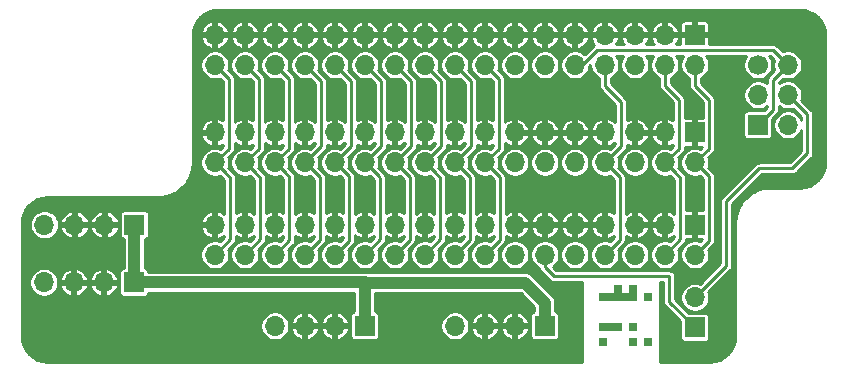
<source format=gbr>
G04 #@! TF.GenerationSoftware,KiCad,Pcbnew,(5.1.9)-1*
G04 #@! TF.CreationDate,2021-09-22T10:05:06+01:00*
G04 #@! TF.ProjectId,Amiga DF0 DF1 Switcher - Design B - Rev 2,416d6967-6120-4444-9630-204446312053,1*
G04 #@! TF.SameCoordinates,Original*
G04 #@! TF.FileFunction,Copper,L1,Top*
G04 #@! TF.FilePolarity,Positive*
%FSLAX46Y46*%
G04 Gerber Fmt 4.6, Leading zero omitted, Abs format (unit mm)*
G04 Created by KiCad (PCBNEW (5.1.9)-1) date 2021-09-22 10:05:06*
%MOMM*%
%LPD*%
G01*
G04 APERTURE LIST*
G04 #@! TA.AperFunction,EtchedComponent*
%ADD10C,0.100000*%
G04 #@! TD*
G04 #@! TA.AperFunction,ComponentPad*
%ADD11O,1.700000X1.700000*%
G04 #@! TD*
G04 #@! TA.AperFunction,ComponentPad*
%ADD12R,1.700000X1.700000*%
G04 #@! TD*
G04 #@! TA.AperFunction,ComponentPad*
%ADD13C,1.700000*%
G04 #@! TD*
G04 #@! TA.AperFunction,Conductor*
%ADD14C,0.250000*%
G04 #@! TD*
G04 #@! TA.AperFunction,Conductor*
%ADD15C,1.000000*%
G04 #@! TD*
G04 #@! TA.AperFunction,Conductor*
%ADD16C,0.254000*%
G04 #@! TD*
G04 #@! TA.AperFunction,Conductor*
%ADD17C,0.100000*%
G04 #@! TD*
G04 APERTURE END LIST*
D10*
G36*
X170307000Y-147574000D02*
G01*
X169672000Y-147574000D01*
X169672000Y-146939000D01*
X170307000Y-146939000D01*
X170307000Y-147574000D01*
G37*
X170307000Y-147574000D02*
X169672000Y-147574000D01*
X169672000Y-146939000D01*
X170307000Y-146939000D01*
X170307000Y-147574000D01*
G36*
X172847000Y-147574000D02*
G01*
X172212000Y-147574000D01*
X172212000Y-146939000D01*
X172847000Y-146939000D01*
X172847000Y-147574000D01*
G37*
X172847000Y-147574000D02*
X172212000Y-147574000D01*
X172212000Y-146939000D01*
X172847000Y-146939000D01*
X172847000Y-147574000D01*
G36*
X172847000Y-146304000D02*
G01*
X172212000Y-146304000D01*
X172212000Y-145669000D01*
X172847000Y-145669000D01*
X172847000Y-146304000D01*
G37*
X172847000Y-146304000D02*
X172212000Y-146304000D01*
X172212000Y-145669000D01*
X172847000Y-145669000D01*
X172847000Y-146304000D01*
G36*
X171577000Y-146304000D02*
G01*
X170942000Y-146304000D01*
X170942000Y-145669000D01*
X171577000Y-145669000D01*
X171577000Y-146304000D01*
G37*
X171577000Y-146304000D02*
X170942000Y-146304000D01*
X170942000Y-145669000D01*
X171577000Y-145669000D01*
X171577000Y-146304000D01*
G36*
X170942000Y-146304000D02*
G01*
X170307000Y-146304000D01*
X170307000Y-145669000D01*
X170942000Y-145669000D01*
X170942000Y-146304000D01*
G37*
X170942000Y-146304000D02*
X170307000Y-146304000D01*
X170307000Y-145669000D01*
X170942000Y-145669000D01*
X170942000Y-146304000D01*
G36*
X170307000Y-146304000D02*
G01*
X169672000Y-146304000D01*
X169672000Y-145669000D01*
X170307000Y-145669000D01*
X170307000Y-146304000D01*
G37*
X170307000Y-146304000D02*
X169672000Y-146304000D01*
X169672000Y-145669000D01*
X170307000Y-145669000D01*
X170307000Y-146304000D01*
G36*
X170307000Y-143764000D02*
G01*
X169672000Y-143764000D01*
X169672000Y-143129000D01*
X170307000Y-143129000D01*
X170307000Y-143764000D01*
G37*
X170307000Y-143764000D02*
X169672000Y-143764000D01*
X169672000Y-143129000D01*
X170307000Y-143129000D01*
X170307000Y-143764000D01*
G36*
X170942000Y-143764000D02*
G01*
X170307000Y-143764000D01*
X170307000Y-143129000D01*
X170942000Y-143129000D01*
X170942000Y-143764000D01*
G37*
X170942000Y-143764000D02*
X170307000Y-143764000D01*
X170307000Y-143129000D01*
X170942000Y-143129000D01*
X170942000Y-143764000D01*
G36*
X171577000Y-143129000D02*
G01*
X170942000Y-143129000D01*
X170942000Y-142494000D01*
X171577000Y-142494000D01*
X171577000Y-143129000D01*
G37*
X171577000Y-143129000D02*
X170942000Y-143129000D01*
X170942000Y-142494000D01*
X171577000Y-142494000D01*
X171577000Y-143129000D01*
G36*
X171577000Y-143764000D02*
G01*
X170942000Y-143764000D01*
X170942000Y-143129000D01*
X171577000Y-143129000D01*
X171577000Y-143764000D01*
G37*
X171577000Y-143764000D02*
X170942000Y-143764000D01*
X170942000Y-143129000D01*
X171577000Y-143129000D01*
X171577000Y-143764000D01*
G36*
X172212000Y-143764000D02*
G01*
X171577000Y-143764000D01*
X171577000Y-143129000D01*
X172212000Y-143129000D01*
X172212000Y-143764000D01*
G37*
X172212000Y-143764000D02*
X171577000Y-143764000D01*
X171577000Y-143129000D01*
X172212000Y-143129000D01*
X172212000Y-143764000D01*
G36*
X172847000Y-143764000D02*
G01*
X172212000Y-143764000D01*
X172212000Y-143129000D01*
X172847000Y-143129000D01*
X172847000Y-143764000D01*
G37*
X172847000Y-143764000D02*
X172212000Y-143764000D01*
X172212000Y-143129000D01*
X172847000Y-143129000D01*
X172847000Y-143764000D01*
G36*
X172847000Y-143129000D02*
G01*
X172212000Y-143129000D01*
X172212000Y-142494000D01*
X172847000Y-142494000D01*
X172847000Y-143129000D01*
G37*
X172847000Y-143129000D02*
X172212000Y-143129000D01*
X172212000Y-142494000D01*
X172847000Y-142494000D01*
X172847000Y-143129000D01*
G36*
X174117000Y-147574000D02*
G01*
X173482000Y-147574000D01*
X173482000Y-146939000D01*
X174117000Y-146939000D01*
X174117000Y-147574000D01*
G37*
X174117000Y-147574000D02*
X173482000Y-147574000D01*
X173482000Y-146939000D01*
X174117000Y-146939000D01*
X174117000Y-147574000D01*
G36*
X174117000Y-143764000D02*
G01*
X173482000Y-143764000D01*
X173482000Y-143129000D01*
X174117000Y-143129000D01*
X174117000Y-143764000D01*
G37*
X174117000Y-143764000D02*
X173482000Y-143764000D01*
X173482000Y-143129000D01*
X174117000Y-143129000D01*
X174117000Y-143764000D01*
D11*
X177800000Y-143510000D03*
D12*
X177800000Y-146050000D03*
D11*
X122682000Y-142240000D03*
X125222000Y-142240000D03*
X127762000Y-142240000D03*
D12*
X130302000Y-142240000D03*
D11*
X185674000Y-128905000D03*
D12*
X183134000Y-128905000D03*
D11*
X185674000Y-126365000D03*
X183134000Y-126365000D03*
X185674000Y-123825000D03*
D13*
X183134000Y-123825000D03*
D11*
X122732800Y-137350500D03*
X125272800Y-137350500D03*
X127812800Y-137350500D03*
D12*
X130352800Y-137350500D03*
D11*
X137160000Y-139890500D03*
X137160000Y-137350500D03*
X139700000Y-139890500D03*
X139700000Y-137350500D03*
X142240000Y-139890500D03*
X142240000Y-137350500D03*
X144780000Y-139890500D03*
X144780000Y-137350500D03*
X147320000Y-139890500D03*
X147320000Y-137350500D03*
X149860000Y-139890500D03*
X149860000Y-137350500D03*
X152400000Y-139890500D03*
X152400000Y-137350500D03*
X154940000Y-139890500D03*
X154940000Y-137350500D03*
X157480000Y-139890500D03*
X157480000Y-137350500D03*
X160020000Y-139890500D03*
X160020000Y-137350500D03*
X162560000Y-139890500D03*
X162560000Y-137350500D03*
X165100000Y-139890500D03*
X165100000Y-137350500D03*
X167640000Y-139890500D03*
X167640000Y-137350500D03*
X170180000Y-139890500D03*
X170180000Y-137350500D03*
X172720000Y-139890500D03*
X172720000Y-137350500D03*
X175260000Y-139890500D03*
X175260000Y-137350500D03*
X177800000Y-139890500D03*
D12*
X177800000Y-137350500D03*
X177800000Y-129540000D03*
D11*
X177800000Y-132080000D03*
X175260000Y-129540000D03*
X175260000Y-132080000D03*
X172720000Y-129540000D03*
X172720000Y-132080000D03*
X170180000Y-129540000D03*
X170180000Y-132080000D03*
X167640000Y-129540000D03*
X167640000Y-132080000D03*
X165100000Y-129540000D03*
X165100000Y-132080000D03*
X162560000Y-129540000D03*
X162560000Y-132080000D03*
X160020000Y-129540000D03*
X160020000Y-132080000D03*
X157480000Y-129540000D03*
X157480000Y-132080000D03*
X154940000Y-129540000D03*
X154940000Y-132080000D03*
X152400000Y-129540000D03*
X152400000Y-132080000D03*
X149860000Y-129540000D03*
X149860000Y-132080000D03*
X147320000Y-129540000D03*
X147320000Y-132080000D03*
X144780000Y-129540000D03*
X144780000Y-132080000D03*
X142240000Y-129540000D03*
X142240000Y-132080000D03*
X139700000Y-129540000D03*
X139700000Y-132080000D03*
X137160000Y-129540000D03*
X137160000Y-132080000D03*
D12*
X177800000Y-121285000D03*
D11*
X177800000Y-123825000D03*
X175260000Y-121285000D03*
X175260000Y-123825000D03*
X172720000Y-121285000D03*
X172720000Y-123825000D03*
X170180000Y-121285000D03*
X170180000Y-123825000D03*
X167640000Y-121285000D03*
X167640000Y-123825000D03*
X165100000Y-121285000D03*
X165100000Y-123825000D03*
X162560000Y-121285000D03*
X162560000Y-123825000D03*
X160020000Y-121285000D03*
X160020000Y-123825000D03*
X157480000Y-121285000D03*
X157480000Y-123825000D03*
X154940000Y-121285000D03*
X154940000Y-123825000D03*
X152400000Y-121285000D03*
X152400000Y-123825000D03*
X149860000Y-121285000D03*
X149860000Y-123825000D03*
X147320000Y-121285000D03*
X147320000Y-123825000D03*
X144780000Y-121285000D03*
X144780000Y-123825000D03*
X142240000Y-121285000D03*
X142240000Y-123825000D03*
X139700000Y-121285000D03*
X139700000Y-123825000D03*
X137160000Y-121285000D03*
X137160000Y-123825000D03*
D12*
X165100000Y-145923000D03*
D11*
X162560000Y-145923000D03*
X160020000Y-145923000D03*
X157480000Y-145923000D03*
D12*
X149860000Y-145923000D03*
D11*
X147320000Y-145923000D03*
X144780000Y-145923000D03*
X142240000Y-145923000D03*
D14*
X138009999Y-132929999D02*
X137160000Y-132080000D01*
X138455400Y-133375400D02*
X138009999Y-132929999D01*
X137160000Y-139890500D02*
X138455400Y-138595100D01*
X138455400Y-138595100D02*
X138455400Y-133375400D01*
X138335001Y-125000001D02*
X137160000Y-123825000D01*
X138335001Y-130904999D02*
X138335001Y-125000001D01*
X137160000Y-132080000D02*
X138335001Y-130904999D01*
X140549999Y-132929999D02*
X139700000Y-132080000D01*
X140995400Y-133375400D02*
X140549999Y-132929999D01*
X139700000Y-139890500D02*
X140995400Y-138595100D01*
X140995400Y-138595100D02*
X140995400Y-133375400D01*
X140875001Y-125000001D02*
X139700000Y-123825000D01*
X140875001Y-130904999D02*
X140875001Y-125000001D01*
X139700000Y-132080000D02*
X140875001Y-130904999D01*
X143089999Y-132929999D02*
X142240000Y-132080000D01*
X143459200Y-133299200D02*
X143089999Y-132929999D01*
X142240000Y-139890500D02*
X143459200Y-138671300D01*
X143459200Y-138671300D02*
X143459200Y-133299200D01*
X143415001Y-125000001D02*
X142240000Y-123825000D01*
X143415001Y-130904999D02*
X143415001Y-125000001D01*
X142240000Y-132080000D02*
X143415001Y-130904999D01*
X145629999Y-132929999D02*
X144780000Y-132080000D01*
X146050000Y-133350000D02*
X145629999Y-132929999D01*
X146050000Y-138620500D02*
X146050000Y-133350000D01*
X144780000Y-139890500D02*
X146050000Y-138620500D01*
X146144999Y-125189999D02*
X144780000Y-123825000D01*
X146144999Y-130715001D02*
X146144999Y-125189999D01*
X144780000Y-132080000D02*
X146144999Y-130715001D01*
X148169999Y-132929999D02*
X147320000Y-132080000D01*
X148495001Y-133255001D02*
X148169999Y-132929999D01*
X148495001Y-138715499D02*
X148495001Y-133317999D01*
X147320000Y-139890500D02*
X148495001Y-138715499D01*
X148684999Y-125189999D02*
X147320000Y-123825000D01*
X148684999Y-130715001D02*
X148684999Y-125189999D01*
X147320000Y-132080000D02*
X148684999Y-130715001D01*
X150709999Y-132929999D02*
X149860000Y-132080000D01*
X151035001Y-133255001D02*
X150709999Y-132929999D01*
X151155400Y-133438398D02*
X151035001Y-133317999D01*
X149860000Y-139890500D02*
X151155400Y-138595100D01*
X151155400Y-138595100D02*
X151155400Y-133438398D01*
X151224999Y-125189999D02*
X149860000Y-123825000D01*
X151224999Y-130715001D02*
X151224999Y-125189999D01*
X149860000Y-132080000D02*
X151224999Y-130715001D01*
X153249999Y-132929999D02*
X152400000Y-132080000D01*
X153644600Y-133324600D02*
X153249999Y-132929999D01*
X152400000Y-139890500D02*
X153644600Y-138645900D01*
X153644600Y-138645900D02*
X153644600Y-133324600D01*
X153764999Y-125189999D02*
X152400000Y-123825000D01*
X153764999Y-130715001D02*
X153764999Y-125189999D01*
X152400000Y-132080000D02*
X153764999Y-130715001D01*
X155789999Y-132929999D02*
X154940000Y-132080000D01*
X156235400Y-133375400D02*
X155789999Y-132929999D01*
X154940000Y-139890500D02*
X156235400Y-138595100D01*
X156235400Y-138595100D02*
X156235400Y-133375400D01*
X156304999Y-125189999D02*
X154940000Y-123825000D01*
X156304999Y-130715001D02*
X156304999Y-125189999D01*
X154940000Y-132080000D02*
X156304999Y-130715001D01*
X158329999Y-132929999D02*
X157480000Y-132080000D01*
X158724600Y-133324600D02*
X158329999Y-132929999D01*
X157480000Y-139890500D02*
X158724600Y-138645900D01*
X158724600Y-138645900D02*
X158724600Y-133324600D01*
X158844999Y-125189999D02*
X157480000Y-123825000D01*
X158844999Y-130715001D02*
X158844999Y-125189999D01*
X157480000Y-132080000D02*
X158844999Y-130715001D01*
X176109999Y-132929999D02*
X175260000Y-132080000D01*
X176555400Y-133375400D02*
X176109999Y-132929999D01*
X175260000Y-139890500D02*
X176555400Y-138595100D01*
X176555400Y-138595100D02*
X176555400Y-133375400D01*
X160869999Y-132929999D02*
X160020000Y-132080000D01*
X161264600Y-133324600D02*
X160869999Y-132929999D01*
X160020000Y-139890500D02*
X161264600Y-138645900D01*
X161264600Y-138645900D02*
X161264600Y-133324600D01*
X176435001Y-130904999D02*
X175260000Y-132080000D01*
X176435001Y-126778001D02*
X176435001Y-130904999D01*
X175260000Y-125603000D02*
X176435001Y-126778001D01*
X175260000Y-123825000D02*
X175260000Y-125603000D01*
X161195001Y-130904999D02*
X161195001Y-125000001D01*
X161195001Y-125000001D02*
X160020000Y-123825000D01*
X160020000Y-132080000D02*
X161195001Y-130904999D01*
X175641000Y-143891000D02*
X177800000Y-146050000D01*
X175641000Y-141732000D02*
X175641000Y-143891000D01*
X165862000Y-141732000D02*
X175641000Y-141732000D01*
X165100000Y-140970000D02*
X165862000Y-141732000D01*
X165100000Y-139890500D02*
X165100000Y-140970000D01*
X171029999Y-132929999D02*
X170180000Y-132080000D01*
X171424600Y-133324600D02*
X171029999Y-132929999D01*
X170180000Y-139890500D02*
X171424600Y-138645900D01*
X171424600Y-138645900D02*
X171424600Y-133324600D01*
X170180000Y-125603000D02*
X170180000Y-124460000D01*
X171544999Y-126967999D02*
X170180000Y-125603000D01*
X171544999Y-130715001D02*
X171544999Y-126967999D01*
X170180000Y-132080000D02*
X171544999Y-130715001D01*
X178649999Y-132929999D02*
X177800000Y-132080000D01*
X178975001Y-133255001D02*
X178649999Y-132929999D01*
X178975001Y-138715499D02*
X178975001Y-133255001D01*
X177800000Y-139890500D02*
X178975001Y-138715499D01*
X178975001Y-130904999D02*
X177800000Y-132080000D01*
X178975001Y-126778001D02*
X178975001Y-130904999D01*
X177800000Y-125603000D02*
X178975001Y-126778001D01*
X177800000Y-123825000D02*
X177800000Y-125603000D01*
X182753000Y-128905000D02*
X183134000Y-128905000D01*
X184404000Y-127635000D02*
X183134000Y-128905000D01*
X184404000Y-125095000D02*
X184404000Y-127635000D01*
X185674000Y-123825000D02*
X184404000Y-125095000D01*
X184404000Y-122555000D02*
X185674000Y-123825000D01*
X169545000Y-122555000D02*
X184404000Y-122555000D01*
X167640000Y-124460000D02*
X169545000Y-122555000D01*
D15*
X130352800Y-142189200D02*
X130302000Y-142240000D01*
X130352800Y-137350500D02*
X130352800Y-142189200D01*
X130302000Y-142240000D02*
X149860000Y-142240000D01*
X165100000Y-143941800D02*
X165100000Y-145923000D01*
X163423600Y-142265400D02*
X165100000Y-143941800D01*
X149860000Y-142265400D02*
X163423600Y-142265400D01*
X149860000Y-145923000D02*
X149860000Y-142265400D01*
D14*
X180467000Y-140843000D02*
X177800000Y-143510000D01*
X180467000Y-135382000D02*
X180467000Y-140843000D01*
X183261000Y-132588000D02*
X180467000Y-135382000D01*
X186055000Y-132588000D02*
X183261000Y-132588000D01*
X187325000Y-131318000D02*
X186055000Y-132588000D01*
X187325000Y-128016000D02*
X187325000Y-131318000D01*
X185674000Y-126365000D02*
X187325000Y-128016000D01*
D16*
X187104115Y-119193551D02*
X187502462Y-119313819D01*
X187869864Y-119509170D01*
X188192317Y-119772157D01*
X188457553Y-120092773D01*
X188655460Y-120458795D01*
X188778506Y-120856291D01*
X188824000Y-121289137D01*
X188824001Y-132060136D01*
X188781449Y-132494115D01*
X188661181Y-132892464D01*
X188465831Y-133259862D01*
X188202845Y-133582315D01*
X187882226Y-133847554D01*
X187516204Y-134045461D01*
X187118708Y-134168506D01*
X186685863Y-134214000D01*
X184130059Y-134214000D01*
X184111339Y-134215844D01*
X184095472Y-134215733D01*
X184089830Y-134216286D01*
X183596823Y-134268103D01*
X183560750Y-134275508D01*
X183524632Y-134282398D01*
X183519205Y-134284036D01*
X183045652Y-134430625D01*
X183011733Y-134444884D01*
X182977612Y-134458670D01*
X182972607Y-134461331D01*
X182536546Y-134697108D01*
X182506005Y-134717708D01*
X182475250Y-134737834D01*
X182470856Y-134741416D01*
X182088896Y-135057400D01*
X182062926Y-135083552D01*
X182036677Y-135109257D01*
X182033068Y-135113619D01*
X182033063Y-135113624D01*
X182033059Y-135113629D01*
X181719753Y-135497781D01*
X181699369Y-135528461D01*
X181678600Y-135558793D01*
X181675906Y-135563775D01*
X181675903Y-135563779D01*
X181675903Y-135563780D01*
X181443176Y-136001476D01*
X181429154Y-136035497D01*
X181414658Y-136069318D01*
X181412981Y-136074734D01*
X181269702Y-136549298D01*
X181262540Y-136585468D01*
X181254905Y-136621388D01*
X181254313Y-136627015D01*
X181254311Y-136627026D01*
X181254311Y-136627036D01*
X181205938Y-137120381D01*
X181204000Y-137140060D01*
X181204001Y-146792136D01*
X181161449Y-147226115D01*
X181041181Y-147624464D01*
X180845831Y-147991862D01*
X180582845Y-148314315D01*
X180262226Y-148579554D01*
X179896204Y-148777461D01*
X179498708Y-148900506D01*
X179065863Y-148946000D01*
X174879000Y-148946000D01*
X174879000Y-142240000D01*
X174878803Y-142238000D01*
X175135000Y-142238000D01*
X175135001Y-143866144D01*
X175132553Y-143891000D01*
X175142322Y-143990192D01*
X175171255Y-144085574D01*
X175186720Y-144114506D01*
X175218242Y-144173479D01*
X175281474Y-144250527D01*
X175300781Y-144266372D01*
X176567157Y-145532749D01*
X176567157Y-146900000D01*
X176574513Y-146974689D01*
X176596299Y-147046508D01*
X176631678Y-147112696D01*
X176679289Y-147170711D01*
X176737304Y-147218322D01*
X176803492Y-147253701D01*
X176875311Y-147275487D01*
X176950000Y-147282843D01*
X178650000Y-147282843D01*
X178724689Y-147275487D01*
X178796508Y-147253701D01*
X178862696Y-147218322D01*
X178920711Y-147170711D01*
X178968322Y-147112696D01*
X179003701Y-147046508D01*
X179025487Y-146974689D01*
X179032843Y-146900000D01*
X179032843Y-145200000D01*
X179025487Y-145125311D01*
X179003701Y-145053492D01*
X178968322Y-144987304D01*
X178920711Y-144929289D01*
X178862696Y-144881678D01*
X178796508Y-144846299D01*
X178724689Y-144824513D01*
X178650000Y-144817157D01*
X177282749Y-144817157D01*
X176147000Y-143681409D01*
X176147000Y-141756854D01*
X176149448Y-141732000D01*
X176139678Y-141632807D01*
X176110745Y-141537425D01*
X176063759Y-141449521D01*
X176000527Y-141372473D01*
X175923479Y-141309241D01*
X175835575Y-141262255D01*
X175740193Y-141233322D01*
X175665854Y-141226000D01*
X175641000Y-141223552D01*
X175616146Y-141226000D01*
X166071592Y-141226000D01*
X165769354Y-140923763D01*
X165884717Y-140846680D01*
X166056180Y-140675217D01*
X166190898Y-140473597D01*
X166283693Y-140249569D01*
X166331000Y-140011743D01*
X166331000Y-139769257D01*
X166409000Y-139769257D01*
X166409000Y-140011743D01*
X166456307Y-140249569D01*
X166549102Y-140473597D01*
X166683820Y-140675217D01*
X166855283Y-140846680D01*
X167056903Y-140981398D01*
X167280931Y-141074193D01*
X167518757Y-141121500D01*
X167761243Y-141121500D01*
X167999069Y-141074193D01*
X168223097Y-140981398D01*
X168424717Y-140846680D01*
X168596180Y-140675217D01*
X168730898Y-140473597D01*
X168823693Y-140249569D01*
X168871000Y-140011743D01*
X168871000Y-139769257D01*
X168823693Y-139531431D01*
X168730898Y-139307403D01*
X168596180Y-139105783D01*
X168424717Y-138934320D01*
X168223097Y-138799602D01*
X167999069Y-138706807D01*
X167761243Y-138659500D01*
X167518757Y-138659500D01*
X167280931Y-138706807D01*
X167056903Y-138799602D01*
X166855283Y-138934320D01*
X166683820Y-139105783D01*
X166549102Y-139307403D01*
X166456307Y-139531431D01*
X166409000Y-139769257D01*
X166331000Y-139769257D01*
X166283693Y-139531431D01*
X166190898Y-139307403D01*
X166056180Y-139105783D01*
X165884717Y-138934320D01*
X165683097Y-138799602D01*
X165459069Y-138706807D01*
X165221243Y-138659500D01*
X164978757Y-138659500D01*
X164740931Y-138706807D01*
X164516903Y-138799602D01*
X164315283Y-138934320D01*
X164143820Y-139105783D01*
X164009102Y-139307403D01*
X163916307Y-139531431D01*
X163869000Y-139769257D01*
X163869000Y-140011743D01*
X163916307Y-140249569D01*
X164009102Y-140473597D01*
X164143820Y-140675217D01*
X164315283Y-140846680D01*
X164516903Y-140981398D01*
X164595898Y-141014119D01*
X164601322Y-141069192D01*
X164630255Y-141164574D01*
X164637060Y-141177304D01*
X164677242Y-141252479D01*
X164740474Y-141329527D01*
X164759780Y-141345371D01*
X165486628Y-142072220D01*
X165502473Y-142091527D01*
X165579521Y-142154759D01*
X165650026Y-142192445D01*
X165667425Y-142201745D01*
X165762807Y-142230678D01*
X165862000Y-142240448D01*
X165886854Y-142238000D01*
X168275197Y-142238000D01*
X168275000Y-142240000D01*
X168275000Y-148946000D01*
X122955854Y-148946000D01*
X122521885Y-148903449D01*
X122123536Y-148783181D01*
X121756138Y-148587831D01*
X121433685Y-148324845D01*
X121168446Y-148004226D01*
X120970539Y-147638204D01*
X120847494Y-147240708D01*
X120802000Y-146807863D01*
X120802000Y-145801757D01*
X141009000Y-145801757D01*
X141009000Y-146044243D01*
X141056307Y-146282069D01*
X141149102Y-146506097D01*
X141283820Y-146707717D01*
X141455283Y-146879180D01*
X141656903Y-147013898D01*
X141880931Y-147106693D01*
X142118757Y-147154000D01*
X142361243Y-147154000D01*
X142599069Y-147106693D01*
X142823097Y-147013898D01*
X143024717Y-146879180D01*
X143196180Y-146707717D01*
X143330898Y-146506097D01*
X143423693Y-146282069D01*
X143432064Y-146239981D01*
X143590505Y-146239981D01*
X143675201Y-146465949D01*
X143802353Y-146671052D01*
X143967076Y-146847408D01*
X144163039Y-146988239D01*
X144382712Y-147088134D01*
X144463020Y-147112489D01*
X144653000Y-147051627D01*
X144653000Y-146050000D01*
X144907000Y-146050000D01*
X144907000Y-147051627D01*
X145096980Y-147112489D01*
X145177288Y-147088134D01*
X145396961Y-146988239D01*
X145592924Y-146847408D01*
X145757647Y-146671052D01*
X145884799Y-146465949D01*
X145969495Y-146239981D01*
X146130505Y-146239981D01*
X146215201Y-146465949D01*
X146342353Y-146671052D01*
X146507076Y-146847408D01*
X146703039Y-146988239D01*
X146922712Y-147088134D01*
X147003020Y-147112489D01*
X147193000Y-147051627D01*
X147193000Y-146050000D01*
X147447000Y-146050000D01*
X147447000Y-147051627D01*
X147636980Y-147112489D01*
X147717288Y-147088134D01*
X147936961Y-146988239D01*
X148132924Y-146847408D01*
X148297647Y-146671052D01*
X148424799Y-146465949D01*
X148509495Y-146239981D01*
X148449187Y-146050000D01*
X147447000Y-146050000D01*
X147193000Y-146050000D01*
X146190813Y-146050000D01*
X146130505Y-146239981D01*
X145969495Y-146239981D01*
X145909187Y-146050000D01*
X144907000Y-146050000D01*
X144653000Y-146050000D01*
X143650813Y-146050000D01*
X143590505Y-146239981D01*
X143432064Y-146239981D01*
X143471000Y-146044243D01*
X143471000Y-145801757D01*
X143432065Y-145606019D01*
X143590505Y-145606019D01*
X143650813Y-145796000D01*
X144653000Y-145796000D01*
X144653000Y-144794373D01*
X144907000Y-144794373D01*
X144907000Y-145796000D01*
X145909187Y-145796000D01*
X145969495Y-145606019D01*
X146130505Y-145606019D01*
X146190813Y-145796000D01*
X147193000Y-145796000D01*
X147193000Y-144794373D01*
X147447000Y-144794373D01*
X147447000Y-145796000D01*
X148449187Y-145796000D01*
X148509495Y-145606019D01*
X148424799Y-145380051D01*
X148297647Y-145174948D01*
X148132924Y-144998592D01*
X147936961Y-144857761D01*
X147717288Y-144757866D01*
X147636980Y-144733511D01*
X147447000Y-144794373D01*
X147193000Y-144794373D01*
X147003020Y-144733511D01*
X146922712Y-144757866D01*
X146703039Y-144857761D01*
X146507076Y-144998592D01*
X146342353Y-145174948D01*
X146215201Y-145380051D01*
X146130505Y-145606019D01*
X145969495Y-145606019D01*
X145884799Y-145380051D01*
X145757647Y-145174948D01*
X145592924Y-144998592D01*
X145396961Y-144857761D01*
X145177288Y-144757866D01*
X145096980Y-144733511D01*
X144907000Y-144794373D01*
X144653000Y-144794373D01*
X144463020Y-144733511D01*
X144382712Y-144757866D01*
X144163039Y-144857761D01*
X143967076Y-144998592D01*
X143802353Y-145174948D01*
X143675201Y-145380051D01*
X143590505Y-145606019D01*
X143432065Y-145606019D01*
X143423693Y-145563931D01*
X143330898Y-145339903D01*
X143196180Y-145138283D01*
X143024717Y-144966820D01*
X142823097Y-144832102D01*
X142599069Y-144739307D01*
X142361243Y-144692000D01*
X142118757Y-144692000D01*
X141880931Y-144739307D01*
X141656903Y-144832102D01*
X141455283Y-144966820D01*
X141283820Y-145138283D01*
X141149102Y-145339903D01*
X141056307Y-145563931D01*
X141009000Y-145801757D01*
X120802000Y-145801757D01*
X120802000Y-142118757D01*
X121451000Y-142118757D01*
X121451000Y-142361243D01*
X121498307Y-142599069D01*
X121591102Y-142823097D01*
X121725820Y-143024717D01*
X121897283Y-143196180D01*
X122098903Y-143330898D01*
X122322931Y-143423693D01*
X122560757Y-143471000D01*
X122803243Y-143471000D01*
X123041069Y-143423693D01*
X123265097Y-143330898D01*
X123466717Y-143196180D01*
X123638180Y-143024717D01*
X123772898Y-142823097D01*
X123865693Y-142599069D01*
X123874064Y-142556981D01*
X124032505Y-142556981D01*
X124117201Y-142782949D01*
X124244353Y-142988052D01*
X124409076Y-143164408D01*
X124605039Y-143305239D01*
X124824712Y-143405134D01*
X124905020Y-143429489D01*
X125095000Y-143368627D01*
X125095000Y-142367000D01*
X125349000Y-142367000D01*
X125349000Y-143368627D01*
X125538980Y-143429489D01*
X125619288Y-143405134D01*
X125838961Y-143305239D01*
X126034924Y-143164408D01*
X126199647Y-142988052D01*
X126326799Y-142782949D01*
X126411495Y-142556981D01*
X126572505Y-142556981D01*
X126657201Y-142782949D01*
X126784353Y-142988052D01*
X126949076Y-143164408D01*
X127145039Y-143305239D01*
X127364712Y-143405134D01*
X127445020Y-143429489D01*
X127635000Y-143368627D01*
X127635000Y-142367000D01*
X127889000Y-142367000D01*
X127889000Y-143368627D01*
X128078980Y-143429489D01*
X128159288Y-143405134D01*
X128378961Y-143305239D01*
X128574924Y-143164408D01*
X128739647Y-142988052D01*
X128866799Y-142782949D01*
X128951495Y-142556981D01*
X128891187Y-142367000D01*
X127889000Y-142367000D01*
X127635000Y-142367000D01*
X126632813Y-142367000D01*
X126572505Y-142556981D01*
X126411495Y-142556981D01*
X126351187Y-142367000D01*
X125349000Y-142367000D01*
X125095000Y-142367000D01*
X124092813Y-142367000D01*
X124032505Y-142556981D01*
X123874064Y-142556981D01*
X123913000Y-142361243D01*
X123913000Y-142118757D01*
X123874065Y-141923019D01*
X124032505Y-141923019D01*
X124092813Y-142113000D01*
X125095000Y-142113000D01*
X125095000Y-141111373D01*
X125349000Y-141111373D01*
X125349000Y-142113000D01*
X126351187Y-142113000D01*
X126411495Y-141923019D01*
X126572505Y-141923019D01*
X126632813Y-142113000D01*
X127635000Y-142113000D01*
X127635000Y-141111373D01*
X127889000Y-141111373D01*
X127889000Y-142113000D01*
X128891187Y-142113000D01*
X128951495Y-141923019D01*
X128866799Y-141697051D01*
X128739647Y-141491948D01*
X128644424Y-141390000D01*
X129069157Y-141390000D01*
X129069157Y-143090000D01*
X129076513Y-143164689D01*
X129098299Y-143236508D01*
X129133678Y-143302696D01*
X129181289Y-143360711D01*
X129239304Y-143408322D01*
X129305492Y-143443701D01*
X129377311Y-143465487D01*
X129452000Y-143472843D01*
X131152000Y-143472843D01*
X131226689Y-143465487D01*
X131298508Y-143443701D01*
X131364696Y-143408322D01*
X131422711Y-143360711D01*
X131470322Y-143302696D01*
X131505701Y-143236508D01*
X131527487Y-143164689D01*
X131531790Y-143121000D01*
X148979001Y-143121000D01*
X148979000Y-144693210D01*
X148935311Y-144697513D01*
X148863492Y-144719299D01*
X148797304Y-144754678D01*
X148739289Y-144802289D01*
X148691678Y-144860304D01*
X148656299Y-144926492D01*
X148634513Y-144998311D01*
X148627157Y-145073000D01*
X148627157Y-146773000D01*
X148634513Y-146847689D01*
X148656299Y-146919508D01*
X148691678Y-146985696D01*
X148739289Y-147043711D01*
X148797304Y-147091322D01*
X148863492Y-147126701D01*
X148935311Y-147148487D01*
X149010000Y-147155843D01*
X150710000Y-147155843D01*
X150784689Y-147148487D01*
X150856508Y-147126701D01*
X150922696Y-147091322D01*
X150980711Y-147043711D01*
X151028322Y-146985696D01*
X151063701Y-146919508D01*
X151085487Y-146847689D01*
X151092843Y-146773000D01*
X151092843Y-145801757D01*
X156249000Y-145801757D01*
X156249000Y-146044243D01*
X156296307Y-146282069D01*
X156389102Y-146506097D01*
X156523820Y-146707717D01*
X156695283Y-146879180D01*
X156896903Y-147013898D01*
X157120931Y-147106693D01*
X157358757Y-147154000D01*
X157601243Y-147154000D01*
X157839069Y-147106693D01*
X158063097Y-147013898D01*
X158264717Y-146879180D01*
X158436180Y-146707717D01*
X158570898Y-146506097D01*
X158663693Y-146282069D01*
X158672064Y-146239981D01*
X158830505Y-146239981D01*
X158915201Y-146465949D01*
X159042353Y-146671052D01*
X159207076Y-146847408D01*
X159403039Y-146988239D01*
X159622712Y-147088134D01*
X159703020Y-147112489D01*
X159893000Y-147051627D01*
X159893000Y-146050000D01*
X160147000Y-146050000D01*
X160147000Y-147051627D01*
X160336980Y-147112489D01*
X160417288Y-147088134D01*
X160636961Y-146988239D01*
X160832924Y-146847408D01*
X160997647Y-146671052D01*
X161124799Y-146465949D01*
X161209495Y-146239981D01*
X161370505Y-146239981D01*
X161455201Y-146465949D01*
X161582353Y-146671052D01*
X161747076Y-146847408D01*
X161943039Y-146988239D01*
X162162712Y-147088134D01*
X162243020Y-147112489D01*
X162433000Y-147051627D01*
X162433000Y-146050000D01*
X162687000Y-146050000D01*
X162687000Y-147051627D01*
X162876980Y-147112489D01*
X162957288Y-147088134D01*
X163176961Y-146988239D01*
X163372924Y-146847408D01*
X163537647Y-146671052D01*
X163664799Y-146465949D01*
X163749495Y-146239981D01*
X163689187Y-146050000D01*
X162687000Y-146050000D01*
X162433000Y-146050000D01*
X161430813Y-146050000D01*
X161370505Y-146239981D01*
X161209495Y-146239981D01*
X161149187Y-146050000D01*
X160147000Y-146050000D01*
X159893000Y-146050000D01*
X158890813Y-146050000D01*
X158830505Y-146239981D01*
X158672064Y-146239981D01*
X158711000Y-146044243D01*
X158711000Y-145801757D01*
X158672065Y-145606019D01*
X158830505Y-145606019D01*
X158890813Y-145796000D01*
X159893000Y-145796000D01*
X159893000Y-144794373D01*
X160147000Y-144794373D01*
X160147000Y-145796000D01*
X161149187Y-145796000D01*
X161209495Y-145606019D01*
X161370505Y-145606019D01*
X161430813Y-145796000D01*
X162433000Y-145796000D01*
X162433000Y-144794373D01*
X162687000Y-144794373D01*
X162687000Y-145796000D01*
X163689187Y-145796000D01*
X163749495Y-145606019D01*
X163664799Y-145380051D01*
X163537647Y-145174948D01*
X163372924Y-144998592D01*
X163176961Y-144857761D01*
X162957288Y-144757866D01*
X162876980Y-144733511D01*
X162687000Y-144794373D01*
X162433000Y-144794373D01*
X162243020Y-144733511D01*
X162162712Y-144757866D01*
X161943039Y-144857761D01*
X161747076Y-144998592D01*
X161582353Y-145174948D01*
X161455201Y-145380051D01*
X161370505Y-145606019D01*
X161209495Y-145606019D01*
X161124799Y-145380051D01*
X160997647Y-145174948D01*
X160832924Y-144998592D01*
X160636961Y-144857761D01*
X160417288Y-144757866D01*
X160336980Y-144733511D01*
X160147000Y-144794373D01*
X159893000Y-144794373D01*
X159703020Y-144733511D01*
X159622712Y-144757866D01*
X159403039Y-144857761D01*
X159207076Y-144998592D01*
X159042353Y-145174948D01*
X158915201Y-145380051D01*
X158830505Y-145606019D01*
X158672065Y-145606019D01*
X158663693Y-145563931D01*
X158570898Y-145339903D01*
X158436180Y-145138283D01*
X158264717Y-144966820D01*
X158063097Y-144832102D01*
X157839069Y-144739307D01*
X157601243Y-144692000D01*
X157358757Y-144692000D01*
X157120931Y-144739307D01*
X156896903Y-144832102D01*
X156695283Y-144966820D01*
X156523820Y-145138283D01*
X156389102Y-145339903D01*
X156296307Y-145563931D01*
X156249000Y-145801757D01*
X151092843Y-145801757D01*
X151092843Y-145073000D01*
X151085487Y-144998311D01*
X151063701Y-144926492D01*
X151028322Y-144860304D01*
X150980711Y-144802289D01*
X150922696Y-144754678D01*
X150856508Y-144719299D01*
X150784689Y-144697513D01*
X150741000Y-144693210D01*
X150741000Y-143146400D01*
X163058679Y-143146400D01*
X164219000Y-144306722D01*
X164219000Y-144693210D01*
X164175311Y-144697513D01*
X164103492Y-144719299D01*
X164037304Y-144754678D01*
X163979289Y-144802289D01*
X163931678Y-144860304D01*
X163896299Y-144926492D01*
X163874513Y-144998311D01*
X163867157Y-145073000D01*
X163867157Y-146773000D01*
X163874513Y-146847689D01*
X163896299Y-146919508D01*
X163931678Y-146985696D01*
X163979289Y-147043711D01*
X164037304Y-147091322D01*
X164103492Y-147126701D01*
X164175311Y-147148487D01*
X164250000Y-147155843D01*
X165950000Y-147155843D01*
X166024689Y-147148487D01*
X166096508Y-147126701D01*
X166162696Y-147091322D01*
X166220711Y-147043711D01*
X166268322Y-146985696D01*
X166303701Y-146919508D01*
X166325487Y-146847689D01*
X166332843Y-146773000D01*
X166332843Y-145073000D01*
X166325487Y-144998311D01*
X166303701Y-144926492D01*
X166268322Y-144860304D01*
X166220711Y-144802289D01*
X166162696Y-144754678D01*
X166096508Y-144719299D01*
X166024689Y-144697513D01*
X165981000Y-144693210D01*
X165981000Y-143985070D01*
X165985262Y-143941800D01*
X165981000Y-143898527D01*
X165968252Y-143769094D01*
X165917875Y-143603025D01*
X165890797Y-143552366D01*
X165836068Y-143449974D01*
X165766331Y-143365000D01*
X165725975Y-143315825D01*
X165692362Y-143288240D01*
X164077166Y-141673045D01*
X164049575Y-141639425D01*
X163915425Y-141529332D01*
X163762375Y-141447525D01*
X163596306Y-141397148D01*
X163466873Y-141384400D01*
X163466870Y-141384400D01*
X163423600Y-141380138D01*
X163380330Y-141384400D01*
X150074414Y-141384400D01*
X150032706Y-141371748D01*
X149903273Y-141359000D01*
X131531790Y-141359000D01*
X131527487Y-141315311D01*
X131505701Y-141243492D01*
X131470322Y-141177304D01*
X131422711Y-141119289D01*
X131364696Y-141071678D01*
X131298508Y-141036299D01*
X131233800Y-141016670D01*
X131233800Y-138580290D01*
X131277489Y-138575987D01*
X131349308Y-138554201D01*
X131415496Y-138518822D01*
X131473511Y-138471211D01*
X131521122Y-138413196D01*
X131556501Y-138347008D01*
X131578287Y-138275189D01*
X131585643Y-138200500D01*
X131585643Y-137667481D01*
X135970505Y-137667481D01*
X136055201Y-137893449D01*
X136182353Y-138098552D01*
X136347076Y-138274908D01*
X136543039Y-138415739D01*
X136762712Y-138515634D01*
X136843020Y-138539989D01*
X137033000Y-138479127D01*
X137033000Y-137477500D01*
X136030813Y-137477500D01*
X135970505Y-137667481D01*
X131585643Y-137667481D01*
X131585643Y-137033519D01*
X135970505Y-137033519D01*
X136030813Y-137223500D01*
X137033000Y-137223500D01*
X137033000Y-136221873D01*
X136843020Y-136161011D01*
X136762712Y-136185366D01*
X136543039Y-136285261D01*
X136347076Y-136426092D01*
X136182353Y-136602448D01*
X136055201Y-136807551D01*
X135970505Y-137033519D01*
X131585643Y-137033519D01*
X131585643Y-136500500D01*
X131578287Y-136425811D01*
X131556501Y-136353992D01*
X131521122Y-136287804D01*
X131473511Y-136229789D01*
X131415496Y-136182178D01*
X131349308Y-136146799D01*
X131277489Y-136125013D01*
X131202800Y-136117657D01*
X129502800Y-136117657D01*
X129428111Y-136125013D01*
X129356292Y-136146799D01*
X129290104Y-136182178D01*
X129232089Y-136229789D01*
X129184478Y-136287804D01*
X129149099Y-136353992D01*
X129127313Y-136425811D01*
X129119957Y-136500500D01*
X129119957Y-138200500D01*
X129127313Y-138275189D01*
X129149099Y-138347008D01*
X129184478Y-138413196D01*
X129232089Y-138471211D01*
X129290104Y-138518822D01*
X129356292Y-138554201D01*
X129428111Y-138575987D01*
X129471800Y-138580290D01*
X129471801Y-141007157D01*
X129452000Y-141007157D01*
X129377311Y-141014513D01*
X129305492Y-141036299D01*
X129239304Y-141071678D01*
X129181289Y-141119289D01*
X129133678Y-141177304D01*
X129098299Y-141243492D01*
X129076513Y-141315311D01*
X129069157Y-141390000D01*
X128644424Y-141390000D01*
X128574924Y-141315592D01*
X128378961Y-141174761D01*
X128159288Y-141074866D01*
X128078980Y-141050511D01*
X127889000Y-141111373D01*
X127635000Y-141111373D01*
X127445020Y-141050511D01*
X127364712Y-141074866D01*
X127145039Y-141174761D01*
X126949076Y-141315592D01*
X126784353Y-141491948D01*
X126657201Y-141697051D01*
X126572505Y-141923019D01*
X126411495Y-141923019D01*
X126326799Y-141697051D01*
X126199647Y-141491948D01*
X126034924Y-141315592D01*
X125838961Y-141174761D01*
X125619288Y-141074866D01*
X125538980Y-141050511D01*
X125349000Y-141111373D01*
X125095000Y-141111373D01*
X124905020Y-141050511D01*
X124824712Y-141074866D01*
X124605039Y-141174761D01*
X124409076Y-141315592D01*
X124244353Y-141491948D01*
X124117201Y-141697051D01*
X124032505Y-141923019D01*
X123874065Y-141923019D01*
X123865693Y-141880931D01*
X123772898Y-141656903D01*
X123638180Y-141455283D01*
X123466717Y-141283820D01*
X123265097Y-141149102D01*
X123041069Y-141056307D01*
X122803243Y-141009000D01*
X122560757Y-141009000D01*
X122322931Y-141056307D01*
X122098903Y-141149102D01*
X121897283Y-141283820D01*
X121725820Y-141455283D01*
X121591102Y-141656903D01*
X121498307Y-141880931D01*
X121451000Y-142118757D01*
X120802000Y-142118757D01*
X120802000Y-137229257D01*
X121501800Y-137229257D01*
X121501800Y-137471743D01*
X121549107Y-137709569D01*
X121641902Y-137933597D01*
X121776620Y-138135217D01*
X121948083Y-138306680D01*
X122149703Y-138441398D01*
X122373731Y-138534193D01*
X122611557Y-138581500D01*
X122854043Y-138581500D01*
X123091869Y-138534193D01*
X123315897Y-138441398D01*
X123517517Y-138306680D01*
X123688980Y-138135217D01*
X123823698Y-137933597D01*
X123916493Y-137709569D01*
X123924864Y-137667481D01*
X124083305Y-137667481D01*
X124168001Y-137893449D01*
X124295153Y-138098552D01*
X124459876Y-138274908D01*
X124655839Y-138415739D01*
X124875512Y-138515634D01*
X124955820Y-138539989D01*
X125145800Y-138479127D01*
X125145800Y-137477500D01*
X125399800Y-137477500D01*
X125399800Y-138479127D01*
X125589780Y-138539989D01*
X125670088Y-138515634D01*
X125889761Y-138415739D01*
X126085724Y-138274908D01*
X126250447Y-138098552D01*
X126377599Y-137893449D01*
X126462295Y-137667481D01*
X126623305Y-137667481D01*
X126708001Y-137893449D01*
X126835153Y-138098552D01*
X126999876Y-138274908D01*
X127195839Y-138415739D01*
X127415512Y-138515634D01*
X127495820Y-138539989D01*
X127685800Y-138479127D01*
X127685800Y-137477500D01*
X127939800Y-137477500D01*
X127939800Y-138479127D01*
X128129780Y-138539989D01*
X128210088Y-138515634D01*
X128429761Y-138415739D01*
X128625724Y-138274908D01*
X128790447Y-138098552D01*
X128917599Y-137893449D01*
X129002295Y-137667481D01*
X128941987Y-137477500D01*
X127939800Y-137477500D01*
X127685800Y-137477500D01*
X126683613Y-137477500D01*
X126623305Y-137667481D01*
X126462295Y-137667481D01*
X126401987Y-137477500D01*
X125399800Y-137477500D01*
X125145800Y-137477500D01*
X124143613Y-137477500D01*
X124083305Y-137667481D01*
X123924864Y-137667481D01*
X123963800Y-137471743D01*
X123963800Y-137229257D01*
X123924865Y-137033519D01*
X124083305Y-137033519D01*
X124143613Y-137223500D01*
X125145800Y-137223500D01*
X125145800Y-136221873D01*
X125399800Y-136221873D01*
X125399800Y-137223500D01*
X126401987Y-137223500D01*
X126462295Y-137033519D01*
X126623305Y-137033519D01*
X126683613Y-137223500D01*
X127685800Y-137223500D01*
X127685800Y-136221873D01*
X127939800Y-136221873D01*
X127939800Y-137223500D01*
X128941987Y-137223500D01*
X129002295Y-137033519D01*
X128917599Y-136807551D01*
X128790447Y-136602448D01*
X128625724Y-136426092D01*
X128429761Y-136285261D01*
X128210088Y-136185366D01*
X128129780Y-136161011D01*
X127939800Y-136221873D01*
X127685800Y-136221873D01*
X127495820Y-136161011D01*
X127415512Y-136185366D01*
X127195839Y-136285261D01*
X126999876Y-136426092D01*
X126835153Y-136602448D01*
X126708001Y-136807551D01*
X126623305Y-137033519D01*
X126462295Y-137033519D01*
X126377599Y-136807551D01*
X126250447Y-136602448D01*
X126085724Y-136426092D01*
X125889761Y-136285261D01*
X125670088Y-136185366D01*
X125589780Y-136161011D01*
X125399800Y-136221873D01*
X125145800Y-136221873D01*
X124955820Y-136161011D01*
X124875512Y-136185366D01*
X124655839Y-136285261D01*
X124459876Y-136426092D01*
X124295153Y-136602448D01*
X124168001Y-136807551D01*
X124083305Y-137033519D01*
X123924865Y-137033519D01*
X123916493Y-136991431D01*
X123823698Y-136767403D01*
X123688980Y-136565783D01*
X123517517Y-136394320D01*
X123315897Y-136259602D01*
X123091869Y-136166807D01*
X122854043Y-136119500D01*
X122611557Y-136119500D01*
X122373731Y-136166807D01*
X122149703Y-136259602D01*
X121948083Y-136394320D01*
X121776620Y-136565783D01*
X121641902Y-136767403D01*
X121549107Y-136991431D01*
X121501800Y-137229257D01*
X120802000Y-137229257D01*
X120802000Y-137179854D01*
X120844551Y-136745885D01*
X120964819Y-136347538D01*
X121160170Y-135980136D01*
X121423157Y-135657683D01*
X121743773Y-135392447D01*
X122109795Y-135194540D01*
X122507291Y-135071494D01*
X122940137Y-135026000D01*
X132353941Y-135026000D01*
X132372661Y-135024156D01*
X132388528Y-135024267D01*
X132394171Y-135023714D01*
X132887177Y-134971897D01*
X132923256Y-134964491D01*
X132959368Y-134957602D01*
X132964796Y-134955964D01*
X133438348Y-134809375D01*
X133472308Y-134795100D01*
X133506388Y-134781330D01*
X133511394Y-134778669D01*
X133947454Y-134542892D01*
X133977972Y-134522307D01*
X134008750Y-134502166D01*
X134013144Y-134498584D01*
X134395104Y-134182600D01*
X134421074Y-134156448D01*
X134447323Y-134130743D01*
X134450932Y-134126381D01*
X134450937Y-134126376D01*
X134450941Y-134126371D01*
X134764248Y-133742219D01*
X134784629Y-133711543D01*
X134805400Y-133681207D01*
X134808097Y-133676220D01*
X135040824Y-133238525D01*
X135054858Y-133204476D01*
X135069342Y-133170681D01*
X135071019Y-133165266D01*
X135214298Y-132690701D01*
X135221457Y-132654546D01*
X135229095Y-132618612D01*
X135229687Y-132612983D01*
X135229689Y-132612973D01*
X135229689Y-132612964D01*
X135278062Y-132119619D01*
X135278062Y-132119618D01*
X135280000Y-132099941D01*
X135280000Y-129856981D01*
X135970505Y-129856981D01*
X136055201Y-130082949D01*
X136182353Y-130288052D01*
X136347076Y-130464408D01*
X136543039Y-130605239D01*
X136762712Y-130705134D01*
X136843020Y-130729489D01*
X137033000Y-130668627D01*
X137033000Y-129667000D01*
X136030813Y-129667000D01*
X135970505Y-129856981D01*
X135280000Y-129856981D01*
X135280000Y-129223019D01*
X135970505Y-129223019D01*
X136030813Y-129413000D01*
X137033000Y-129413000D01*
X137033000Y-128411373D01*
X136843020Y-128350511D01*
X136762712Y-128374866D01*
X136543039Y-128474761D01*
X136347076Y-128615592D01*
X136182353Y-128791948D01*
X136055201Y-128997051D01*
X135970505Y-129223019D01*
X135280000Y-129223019D01*
X135280000Y-123703757D01*
X135929000Y-123703757D01*
X135929000Y-123946243D01*
X135976307Y-124184069D01*
X136069102Y-124408097D01*
X136203820Y-124609717D01*
X136375283Y-124781180D01*
X136576903Y-124915898D01*
X136800931Y-125008693D01*
X137038757Y-125056000D01*
X137281243Y-125056000D01*
X137519069Y-125008693D01*
X137596167Y-124976758D01*
X137829002Y-125209594D01*
X137829001Y-128512160D01*
X137776961Y-128474761D01*
X137557288Y-128374866D01*
X137476980Y-128350511D01*
X137287000Y-128411373D01*
X137287000Y-129413000D01*
X137307000Y-129413000D01*
X137307000Y-129667000D01*
X137287000Y-129667000D01*
X137287000Y-130668627D01*
X137476980Y-130729489D01*
X137557288Y-130705134D01*
X137776961Y-130605239D01*
X137829001Y-130567840D01*
X137829001Y-130695407D01*
X137596167Y-130928242D01*
X137519069Y-130896307D01*
X137281243Y-130849000D01*
X137038757Y-130849000D01*
X136800931Y-130896307D01*
X136576903Y-130989102D01*
X136375283Y-131123820D01*
X136203820Y-131295283D01*
X136069102Y-131496903D01*
X135976307Y-131720931D01*
X135929000Y-131958757D01*
X135929000Y-132201243D01*
X135976307Y-132439069D01*
X136069102Y-132663097D01*
X136203820Y-132864717D01*
X136375283Y-133036180D01*
X136576903Y-133170898D01*
X136800931Y-133263693D01*
X137038757Y-133311000D01*
X137281243Y-133311000D01*
X137519069Y-133263693D01*
X137596166Y-133231758D01*
X137669777Y-133305369D01*
X137669782Y-133305373D01*
X137949401Y-133584993D01*
X137949400Y-136409187D01*
X137776961Y-136285261D01*
X137557288Y-136185366D01*
X137476980Y-136161011D01*
X137287000Y-136221873D01*
X137287000Y-137223500D01*
X137307000Y-137223500D01*
X137307000Y-137477500D01*
X137287000Y-137477500D01*
X137287000Y-138479127D01*
X137476980Y-138539989D01*
X137557288Y-138515634D01*
X137776961Y-138415739D01*
X137949400Y-138291814D01*
X137949400Y-138385508D01*
X137596167Y-138738742D01*
X137519069Y-138706807D01*
X137281243Y-138659500D01*
X137038757Y-138659500D01*
X136800931Y-138706807D01*
X136576903Y-138799602D01*
X136375283Y-138934320D01*
X136203820Y-139105783D01*
X136069102Y-139307403D01*
X135976307Y-139531431D01*
X135929000Y-139769257D01*
X135929000Y-140011743D01*
X135976307Y-140249569D01*
X136069102Y-140473597D01*
X136203820Y-140675217D01*
X136375283Y-140846680D01*
X136576903Y-140981398D01*
X136800931Y-141074193D01*
X137038757Y-141121500D01*
X137281243Y-141121500D01*
X137519069Y-141074193D01*
X137743097Y-140981398D01*
X137944717Y-140846680D01*
X138116180Y-140675217D01*
X138250898Y-140473597D01*
X138343693Y-140249569D01*
X138391000Y-140011743D01*
X138391000Y-139769257D01*
X138343693Y-139531431D01*
X138311758Y-139454333D01*
X138795620Y-138970472D01*
X138814927Y-138954627D01*
X138878159Y-138877579D01*
X138925145Y-138789675D01*
X138938668Y-138745094D01*
X138954078Y-138694294D01*
X138955052Y-138684406D01*
X138961400Y-138619954D01*
X138961400Y-138619947D01*
X138963847Y-138595101D01*
X138961400Y-138570255D01*
X138961400Y-138328322D01*
X139083039Y-138415739D01*
X139302712Y-138515634D01*
X139383020Y-138539989D01*
X139573000Y-138479127D01*
X139573000Y-137477500D01*
X139553000Y-137477500D01*
X139553000Y-137223500D01*
X139573000Y-137223500D01*
X139573000Y-136221873D01*
X139383020Y-136161011D01*
X139302712Y-136185366D01*
X139083039Y-136285261D01*
X138961400Y-136372678D01*
X138961400Y-133400245D01*
X138963847Y-133375399D01*
X138961400Y-133350553D01*
X138961400Y-133350546D01*
X138954078Y-133276207D01*
X138953514Y-133274346D01*
X138925145Y-133180825D01*
X138911773Y-133155808D01*
X138878159Y-133092921D01*
X138814927Y-133015873D01*
X138795620Y-133000028D01*
X138385373Y-132589782D01*
X138385369Y-132589777D01*
X138311758Y-132516166D01*
X138343693Y-132439069D01*
X138391000Y-132201243D01*
X138391000Y-131958757D01*
X138343693Y-131720931D01*
X138311758Y-131643833D01*
X138675221Y-131280371D01*
X138694528Y-131264526D01*
X138757760Y-131187478D01*
X138804746Y-131099574D01*
X138833679Y-131004192D01*
X138841001Y-130929853D01*
X138841001Y-130929846D01*
X138843448Y-130905000D01*
X138841001Y-130880154D01*
X138841001Y-130415079D01*
X138887076Y-130464408D01*
X139083039Y-130605239D01*
X139302712Y-130705134D01*
X139383020Y-130729489D01*
X139573000Y-130668627D01*
X139573000Y-129667000D01*
X139553000Y-129667000D01*
X139553000Y-129413000D01*
X139573000Y-129413000D01*
X139573000Y-128411373D01*
X139383020Y-128350511D01*
X139302712Y-128374866D01*
X139083039Y-128474761D01*
X138887076Y-128615592D01*
X138841001Y-128664921D01*
X138841001Y-125024846D01*
X138843448Y-125000000D01*
X138841001Y-124975154D01*
X138841001Y-124975147D01*
X138833679Y-124900808D01*
X138804746Y-124805426D01*
X138757760Y-124717522D01*
X138694528Y-124640474D01*
X138675221Y-124624629D01*
X138311758Y-124261167D01*
X138343693Y-124184069D01*
X138391000Y-123946243D01*
X138391000Y-123703757D01*
X138469000Y-123703757D01*
X138469000Y-123946243D01*
X138516307Y-124184069D01*
X138609102Y-124408097D01*
X138743820Y-124609717D01*
X138915283Y-124781180D01*
X139116903Y-124915898D01*
X139340931Y-125008693D01*
X139578757Y-125056000D01*
X139821243Y-125056000D01*
X140059069Y-125008693D01*
X140136167Y-124976758D01*
X140369002Y-125209594D01*
X140369001Y-128512160D01*
X140316961Y-128474761D01*
X140097288Y-128374866D01*
X140016980Y-128350511D01*
X139827000Y-128411373D01*
X139827000Y-129413000D01*
X139847000Y-129413000D01*
X139847000Y-129667000D01*
X139827000Y-129667000D01*
X139827000Y-130668627D01*
X140016980Y-130729489D01*
X140097288Y-130705134D01*
X140316961Y-130605239D01*
X140369001Y-130567840D01*
X140369001Y-130695407D01*
X140136167Y-130928242D01*
X140059069Y-130896307D01*
X139821243Y-130849000D01*
X139578757Y-130849000D01*
X139340931Y-130896307D01*
X139116903Y-130989102D01*
X138915283Y-131123820D01*
X138743820Y-131295283D01*
X138609102Y-131496903D01*
X138516307Y-131720931D01*
X138469000Y-131958757D01*
X138469000Y-132201243D01*
X138516307Y-132439069D01*
X138609102Y-132663097D01*
X138743820Y-132864717D01*
X138915283Y-133036180D01*
X139116903Y-133170898D01*
X139340931Y-133263693D01*
X139578757Y-133311000D01*
X139821243Y-133311000D01*
X140059069Y-133263693D01*
X140136166Y-133231758D01*
X140209777Y-133305369D01*
X140209782Y-133305373D01*
X140489401Y-133584993D01*
X140489400Y-136409187D01*
X140316961Y-136285261D01*
X140097288Y-136185366D01*
X140016980Y-136161011D01*
X139827000Y-136221873D01*
X139827000Y-137223500D01*
X139847000Y-137223500D01*
X139847000Y-137477500D01*
X139827000Y-137477500D01*
X139827000Y-138479127D01*
X140016980Y-138539989D01*
X140097288Y-138515634D01*
X140316961Y-138415739D01*
X140489400Y-138291814D01*
X140489400Y-138385508D01*
X140136167Y-138738742D01*
X140059069Y-138706807D01*
X139821243Y-138659500D01*
X139578757Y-138659500D01*
X139340931Y-138706807D01*
X139116903Y-138799602D01*
X138915283Y-138934320D01*
X138743820Y-139105783D01*
X138609102Y-139307403D01*
X138516307Y-139531431D01*
X138469000Y-139769257D01*
X138469000Y-140011743D01*
X138516307Y-140249569D01*
X138609102Y-140473597D01*
X138743820Y-140675217D01*
X138915283Y-140846680D01*
X139116903Y-140981398D01*
X139340931Y-141074193D01*
X139578757Y-141121500D01*
X139821243Y-141121500D01*
X140059069Y-141074193D01*
X140283097Y-140981398D01*
X140484717Y-140846680D01*
X140656180Y-140675217D01*
X140790898Y-140473597D01*
X140883693Y-140249569D01*
X140931000Y-140011743D01*
X140931000Y-139769257D01*
X140883693Y-139531431D01*
X140851758Y-139454333D01*
X141335620Y-138970472D01*
X141354927Y-138954627D01*
X141418159Y-138877579D01*
X141465145Y-138789675D01*
X141478668Y-138745094D01*
X141494078Y-138694294D01*
X141495052Y-138684406D01*
X141501400Y-138619954D01*
X141501400Y-138619947D01*
X141503847Y-138595101D01*
X141501400Y-138570255D01*
X141501400Y-138328322D01*
X141623039Y-138415739D01*
X141842712Y-138515634D01*
X141923020Y-138539989D01*
X142113000Y-138479127D01*
X142113000Y-137477500D01*
X142093000Y-137477500D01*
X142093000Y-137223500D01*
X142113000Y-137223500D01*
X142113000Y-136221873D01*
X141923020Y-136161011D01*
X141842712Y-136185366D01*
X141623039Y-136285261D01*
X141501400Y-136372678D01*
X141501400Y-133400245D01*
X141503847Y-133375399D01*
X141501400Y-133350553D01*
X141501400Y-133350546D01*
X141494078Y-133276207D01*
X141493514Y-133274346D01*
X141465145Y-133180825D01*
X141451773Y-133155808D01*
X141418159Y-133092921D01*
X141354927Y-133015873D01*
X141335620Y-133000028D01*
X140925373Y-132589782D01*
X140925369Y-132589777D01*
X140851758Y-132516166D01*
X140883693Y-132439069D01*
X140931000Y-132201243D01*
X140931000Y-131958757D01*
X140883693Y-131720931D01*
X140851758Y-131643833D01*
X141215221Y-131280371D01*
X141234528Y-131264526D01*
X141297760Y-131187478D01*
X141344746Y-131099574D01*
X141373679Y-131004192D01*
X141381001Y-130929853D01*
X141381001Y-130929846D01*
X141383448Y-130905000D01*
X141381001Y-130880154D01*
X141381001Y-130415079D01*
X141427076Y-130464408D01*
X141623039Y-130605239D01*
X141842712Y-130705134D01*
X141923020Y-130729489D01*
X142113000Y-130668627D01*
X142113000Y-129667000D01*
X142093000Y-129667000D01*
X142093000Y-129413000D01*
X142113000Y-129413000D01*
X142113000Y-128411373D01*
X141923020Y-128350511D01*
X141842712Y-128374866D01*
X141623039Y-128474761D01*
X141427076Y-128615592D01*
X141381001Y-128664921D01*
X141381001Y-125024846D01*
X141383448Y-125000000D01*
X141381001Y-124975154D01*
X141381001Y-124975147D01*
X141373679Y-124900808D01*
X141344746Y-124805426D01*
X141297760Y-124717522D01*
X141234528Y-124640474D01*
X141215221Y-124624629D01*
X140851758Y-124261167D01*
X140883693Y-124184069D01*
X140931000Y-123946243D01*
X140931000Y-123703757D01*
X141009000Y-123703757D01*
X141009000Y-123946243D01*
X141056307Y-124184069D01*
X141149102Y-124408097D01*
X141283820Y-124609717D01*
X141455283Y-124781180D01*
X141656903Y-124915898D01*
X141880931Y-125008693D01*
X142118757Y-125056000D01*
X142361243Y-125056000D01*
X142599069Y-125008693D01*
X142676167Y-124976758D01*
X142909002Y-125209594D01*
X142909001Y-128512160D01*
X142856961Y-128474761D01*
X142637288Y-128374866D01*
X142556980Y-128350511D01*
X142367000Y-128411373D01*
X142367000Y-129413000D01*
X142387000Y-129413000D01*
X142387000Y-129667000D01*
X142367000Y-129667000D01*
X142367000Y-130668627D01*
X142556980Y-130729489D01*
X142637288Y-130705134D01*
X142856961Y-130605239D01*
X142909001Y-130567840D01*
X142909001Y-130695407D01*
X142676167Y-130928242D01*
X142599069Y-130896307D01*
X142361243Y-130849000D01*
X142118757Y-130849000D01*
X141880931Y-130896307D01*
X141656903Y-130989102D01*
X141455283Y-131123820D01*
X141283820Y-131295283D01*
X141149102Y-131496903D01*
X141056307Y-131720931D01*
X141009000Y-131958757D01*
X141009000Y-132201243D01*
X141056307Y-132439069D01*
X141149102Y-132663097D01*
X141283820Y-132864717D01*
X141455283Y-133036180D01*
X141656903Y-133170898D01*
X141880931Y-133263693D01*
X142118757Y-133311000D01*
X142361243Y-133311000D01*
X142599069Y-133263693D01*
X142676166Y-133231758D01*
X142749777Y-133305369D01*
X142749782Y-133305373D01*
X142953201Y-133508793D01*
X142953200Y-136354425D01*
X142856961Y-136285261D01*
X142637288Y-136185366D01*
X142556980Y-136161011D01*
X142367000Y-136221873D01*
X142367000Y-137223500D01*
X142387000Y-137223500D01*
X142387000Y-137477500D01*
X142367000Y-137477500D01*
X142367000Y-138479127D01*
X142556980Y-138539989D01*
X142637288Y-138515634D01*
X142856961Y-138415739D01*
X142953200Y-138346576D01*
X142953200Y-138461708D01*
X142676167Y-138738742D01*
X142599069Y-138706807D01*
X142361243Y-138659500D01*
X142118757Y-138659500D01*
X141880931Y-138706807D01*
X141656903Y-138799602D01*
X141455283Y-138934320D01*
X141283820Y-139105783D01*
X141149102Y-139307403D01*
X141056307Y-139531431D01*
X141009000Y-139769257D01*
X141009000Y-140011743D01*
X141056307Y-140249569D01*
X141149102Y-140473597D01*
X141283820Y-140675217D01*
X141455283Y-140846680D01*
X141656903Y-140981398D01*
X141880931Y-141074193D01*
X142118757Y-141121500D01*
X142361243Y-141121500D01*
X142599069Y-141074193D01*
X142823097Y-140981398D01*
X143024717Y-140846680D01*
X143196180Y-140675217D01*
X143330898Y-140473597D01*
X143423693Y-140249569D01*
X143471000Y-140011743D01*
X143471000Y-139769257D01*
X143423693Y-139531431D01*
X143391758Y-139454333D01*
X143799420Y-139046672D01*
X143818727Y-139030827D01*
X143881959Y-138953779D01*
X143928945Y-138865875D01*
X143944355Y-138815074D01*
X143957878Y-138770494D01*
X143960380Y-138745092D01*
X143965200Y-138696154D01*
X143965200Y-138696147D01*
X143967647Y-138671301D01*
X143965200Y-138646455D01*
X143965200Y-138272900D01*
X143967076Y-138274908D01*
X144163039Y-138415739D01*
X144382712Y-138515634D01*
X144463020Y-138539989D01*
X144653000Y-138479127D01*
X144653000Y-137477500D01*
X144633000Y-137477500D01*
X144633000Y-137223500D01*
X144653000Y-137223500D01*
X144653000Y-136221873D01*
X144463020Y-136161011D01*
X144382712Y-136185366D01*
X144163039Y-136285261D01*
X143967076Y-136426092D01*
X143965200Y-136428100D01*
X143965200Y-133324045D01*
X143967647Y-133299199D01*
X143965200Y-133274353D01*
X143965200Y-133274346D01*
X143957878Y-133200007D01*
X143928945Y-133104625D01*
X143881959Y-133016721D01*
X143818727Y-132939673D01*
X143799420Y-132923828D01*
X143465373Y-132589782D01*
X143465369Y-132589777D01*
X143391758Y-132516166D01*
X143423693Y-132439069D01*
X143471000Y-132201243D01*
X143471000Y-131958757D01*
X143423693Y-131720931D01*
X143391758Y-131643833D01*
X143755221Y-131280371D01*
X143774528Y-131264526D01*
X143837760Y-131187478D01*
X143884746Y-131099574D01*
X143913679Y-131004192D01*
X143921001Y-130929853D01*
X143921001Y-130929846D01*
X143923448Y-130905000D01*
X143921001Y-130880154D01*
X143921001Y-130415079D01*
X143967076Y-130464408D01*
X144163039Y-130605239D01*
X144382712Y-130705134D01*
X144463020Y-130729489D01*
X144653000Y-130668627D01*
X144653000Y-129667000D01*
X144633000Y-129667000D01*
X144633000Y-129413000D01*
X144653000Y-129413000D01*
X144653000Y-128411373D01*
X144463020Y-128350511D01*
X144382712Y-128374866D01*
X144163039Y-128474761D01*
X143967076Y-128615592D01*
X143921001Y-128664921D01*
X143921001Y-125024846D01*
X143923448Y-125000000D01*
X143921001Y-124975154D01*
X143921001Y-124975147D01*
X143913679Y-124900808D01*
X143884746Y-124805426D01*
X143837760Y-124717522D01*
X143774528Y-124640474D01*
X143755221Y-124624629D01*
X143391758Y-124261167D01*
X143423693Y-124184069D01*
X143471000Y-123946243D01*
X143471000Y-123703757D01*
X143549000Y-123703757D01*
X143549000Y-123946243D01*
X143596307Y-124184069D01*
X143689102Y-124408097D01*
X143823820Y-124609717D01*
X143995283Y-124781180D01*
X144196903Y-124915898D01*
X144420931Y-125008693D01*
X144658757Y-125056000D01*
X144901243Y-125056000D01*
X145139069Y-125008693D01*
X145216167Y-124976758D01*
X145639000Y-125399592D01*
X145638999Y-128664921D01*
X145592924Y-128615592D01*
X145396961Y-128474761D01*
X145177288Y-128374866D01*
X145096980Y-128350511D01*
X144907000Y-128411373D01*
X144907000Y-129413000D01*
X144927000Y-129413000D01*
X144927000Y-129667000D01*
X144907000Y-129667000D01*
X144907000Y-130668627D01*
X145096980Y-130729489D01*
X145177288Y-130705134D01*
X145396961Y-130605239D01*
X145592924Y-130464408D01*
X145638999Y-130415079D01*
X145638999Y-130505409D01*
X145216167Y-130928242D01*
X145139069Y-130896307D01*
X144901243Y-130849000D01*
X144658757Y-130849000D01*
X144420931Y-130896307D01*
X144196903Y-130989102D01*
X143995283Y-131123820D01*
X143823820Y-131295283D01*
X143689102Y-131496903D01*
X143596307Y-131720931D01*
X143549000Y-131958757D01*
X143549000Y-132201243D01*
X143596307Y-132439069D01*
X143689102Y-132663097D01*
X143823820Y-132864717D01*
X143995283Y-133036180D01*
X144196903Y-133170898D01*
X144420931Y-133263693D01*
X144658757Y-133311000D01*
X144901243Y-133311000D01*
X145139069Y-133263693D01*
X145216166Y-133231758D01*
X145289777Y-133305369D01*
X145289782Y-133305373D01*
X145544001Y-133559593D01*
X145544000Y-136390933D01*
X145396961Y-136285261D01*
X145177288Y-136185366D01*
X145096980Y-136161011D01*
X144907000Y-136221873D01*
X144907000Y-137223500D01*
X144927000Y-137223500D01*
X144927000Y-137477500D01*
X144907000Y-137477500D01*
X144907000Y-138479127D01*
X145096980Y-138539989D01*
X145177288Y-138515634D01*
X145396961Y-138415739D01*
X145544000Y-138310068D01*
X145544000Y-138410908D01*
X145216167Y-138738742D01*
X145139069Y-138706807D01*
X144901243Y-138659500D01*
X144658757Y-138659500D01*
X144420931Y-138706807D01*
X144196903Y-138799602D01*
X143995283Y-138934320D01*
X143823820Y-139105783D01*
X143689102Y-139307403D01*
X143596307Y-139531431D01*
X143549000Y-139769257D01*
X143549000Y-140011743D01*
X143596307Y-140249569D01*
X143689102Y-140473597D01*
X143823820Y-140675217D01*
X143995283Y-140846680D01*
X144196903Y-140981398D01*
X144420931Y-141074193D01*
X144658757Y-141121500D01*
X144901243Y-141121500D01*
X145139069Y-141074193D01*
X145363097Y-140981398D01*
X145564717Y-140846680D01*
X145736180Y-140675217D01*
X145870898Y-140473597D01*
X145963693Y-140249569D01*
X146011000Y-140011743D01*
X146011000Y-139769257D01*
X145963693Y-139531431D01*
X145931758Y-139454333D01*
X146390220Y-138995872D01*
X146409527Y-138980027D01*
X146472759Y-138902979D01*
X146519745Y-138815075D01*
X146533268Y-138770494D01*
X146548678Y-138719694D01*
X146550996Y-138696154D01*
X146556000Y-138645354D01*
X146556000Y-138645347D01*
X146558447Y-138620501D01*
X146556000Y-138595655D01*
X146556000Y-138310068D01*
X146703039Y-138415739D01*
X146922712Y-138515634D01*
X147003020Y-138539989D01*
X147193000Y-138479127D01*
X147193000Y-137477500D01*
X147173000Y-137477500D01*
X147173000Y-137223500D01*
X147193000Y-137223500D01*
X147193000Y-136221873D01*
X147003020Y-136161011D01*
X146922712Y-136185366D01*
X146703039Y-136285261D01*
X146556000Y-136390932D01*
X146556000Y-133374845D01*
X146558447Y-133349999D01*
X146556000Y-133325153D01*
X146556000Y-133325146D01*
X146548678Y-133250807D01*
X146546560Y-133243823D01*
X146519745Y-133155425D01*
X146505341Y-133128477D01*
X146472759Y-133067521D01*
X146409527Y-132990473D01*
X146390220Y-132974628D01*
X146005373Y-132589782D01*
X146005369Y-132589777D01*
X145931758Y-132516166D01*
X145963693Y-132439069D01*
X146011000Y-132201243D01*
X146011000Y-131958757D01*
X145963693Y-131720931D01*
X145931758Y-131643833D01*
X146485219Y-131090373D01*
X146504526Y-131074528D01*
X146567758Y-130997480D01*
X146614744Y-130909576D01*
X146633345Y-130848255D01*
X146643677Y-130814195D01*
X146650620Y-130743701D01*
X146650999Y-130739855D01*
X146650999Y-130739848D01*
X146653446Y-130715002D01*
X146650999Y-130690156D01*
X146650999Y-130567840D01*
X146703039Y-130605239D01*
X146922712Y-130705134D01*
X147003020Y-130729489D01*
X147193000Y-130668627D01*
X147193000Y-129667000D01*
X147173000Y-129667000D01*
X147173000Y-129413000D01*
X147193000Y-129413000D01*
X147193000Y-128411373D01*
X147003020Y-128350511D01*
X146922712Y-128374866D01*
X146703039Y-128474761D01*
X146650999Y-128512160D01*
X146650999Y-125214844D01*
X146653446Y-125189998D01*
X146650999Y-125165152D01*
X146650999Y-125165145D01*
X146643677Y-125090806D01*
X146637411Y-125070147D01*
X146614744Y-124995424D01*
X146567758Y-124907520D01*
X146504526Y-124830472D01*
X146485219Y-124814627D01*
X145931758Y-124261167D01*
X145963693Y-124184069D01*
X146011000Y-123946243D01*
X146011000Y-123703757D01*
X146089000Y-123703757D01*
X146089000Y-123946243D01*
X146136307Y-124184069D01*
X146229102Y-124408097D01*
X146363820Y-124609717D01*
X146535283Y-124781180D01*
X146736903Y-124915898D01*
X146960931Y-125008693D01*
X147198757Y-125056000D01*
X147441243Y-125056000D01*
X147679069Y-125008693D01*
X147756167Y-124976758D01*
X148179000Y-125399592D01*
X148178999Y-128664921D01*
X148132924Y-128615592D01*
X147936961Y-128474761D01*
X147717288Y-128374866D01*
X147636980Y-128350511D01*
X147447000Y-128411373D01*
X147447000Y-129413000D01*
X147467000Y-129413000D01*
X147467000Y-129667000D01*
X147447000Y-129667000D01*
X147447000Y-130668627D01*
X147636980Y-130729489D01*
X147717288Y-130705134D01*
X147936961Y-130605239D01*
X148132924Y-130464408D01*
X148178999Y-130415079D01*
X148178999Y-130505409D01*
X147756167Y-130928242D01*
X147679069Y-130896307D01*
X147441243Y-130849000D01*
X147198757Y-130849000D01*
X146960931Y-130896307D01*
X146736903Y-130989102D01*
X146535283Y-131123820D01*
X146363820Y-131295283D01*
X146229102Y-131496903D01*
X146136307Y-131720931D01*
X146089000Y-131958757D01*
X146089000Y-132201243D01*
X146136307Y-132439069D01*
X146229102Y-132663097D01*
X146363820Y-132864717D01*
X146535283Y-133036180D01*
X146736903Y-133170898D01*
X146960931Y-133263693D01*
X147198757Y-133311000D01*
X147441243Y-133311000D01*
X147679069Y-133263693D01*
X147756166Y-133231758D01*
X147829777Y-133305369D01*
X147829783Y-133305374D01*
X147989002Y-133464593D01*
X147989001Y-136322660D01*
X147936961Y-136285261D01*
X147717288Y-136185366D01*
X147636980Y-136161011D01*
X147447000Y-136221873D01*
X147447000Y-137223500D01*
X147467000Y-137223500D01*
X147467000Y-137477500D01*
X147447000Y-137477500D01*
X147447000Y-138479127D01*
X147636980Y-138539989D01*
X147717288Y-138515634D01*
X147936961Y-138415739D01*
X147989001Y-138378340D01*
X147989001Y-138505907D01*
X147756167Y-138738742D01*
X147679069Y-138706807D01*
X147441243Y-138659500D01*
X147198757Y-138659500D01*
X146960931Y-138706807D01*
X146736903Y-138799602D01*
X146535283Y-138934320D01*
X146363820Y-139105783D01*
X146229102Y-139307403D01*
X146136307Y-139531431D01*
X146089000Y-139769257D01*
X146089000Y-140011743D01*
X146136307Y-140249569D01*
X146229102Y-140473597D01*
X146363820Y-140675217D01*
X146535283Y-140846680D01*
X146736903Y-140981398D01*
X146960931Y-141074193D01*
X147198757Y-141121500D01*
X147441243Y-141121500D01*
X147679069Y-141074193D01*
X147903097Y-140981398D01*
X148104717Y-140846680D01*
X148276180Y-140675217D01*
X148410898Y-140473597D01*
X148503693Y-140249569D01*
X148551000Y-140011743D01*
X148551000Y-139769257D01*
X148503693Y-139531431D01*
X148471758Y-139454333D01*
X148835221Y-139090871D01*
X148854528Y-139075026D01*
X148917760Y-138997978D01*
X148964746Y-138910074D01*
X148993679Y-138814692D01*
X149001001Y-138740353D01*
X149001001Y-138740346D01*
X149003448Y-138715500D01*
X149001001Y-138690654D01*
X149001001Y-138225579D01*
X149047076Y-138274908D01*
X149243039Y-138415739D01*
X149462712Y-138515634D01*
X149543020Y-138539989D01*
X149733000Y-138479127D01*
X149733000Y-137477500D01*
X149713000Y-137477500D01*
X149713000Y-137223500D01*
X149733000Y-137223500D01*
X149733000Y-136221873D01*
X149543020Y-136161011D01*
X149462712Y-136185366D01*
X149243039Y-136285261D01*
X149047076Y-136426092D01*
X149001001Y-136475421D01*
X149001001Y-133293145D01*
X149000346Y-133286496D01*
X149003448Y-133255000D01*
X148993679Y-133155807D01*
X148964746Y-133060426D01*
X148917759Y-132972522D01*
X148870371Y-132914780D01*
X148545374Y-132589783D01*
X148545369Y-132589777D01*
X148471758Y-132516166D01*
X148503693Y-132439069D01*
X148551000Y-132201243D01*
X148551000Y-131958757D01*
X148503693Y-131720931D01*
X148471758Y-131643833D01*
X149025219Y-131090373D01*
X149044526Y-131074528D01*
X149107758Y-130997480D01*
X149154744Y-130909576D01*
X149173345Y-130848255D01*
X149183677Y-130814195D01*
X149190620Y-130743701D01*
X149190999Y-130739855D01*
X149190999Y-130739848D01*
X149193446Y-130715002D01*
X149190999Y-130690156D01*
X149190999Y-130567840D01*
X149243039Y-130605239D01*
X149462712Y-130705134D01*
X149543020Y-130729489D01*
X149733000Y-130668627D01*
X149733000Y-129667000D01*
X149713000Y-129667000D01*
X149713000Y-129413000D01*
X149733000Y-129413000D01*
X149733000Y-128411373D01*
X149543020Y-128350511D01*
X149462712Y-128374866D01*
X149243039Y-128474761D01*
X149190999Y-128512160D01*
X149190999Y-125214844D01*
X149193446Y-125189998D01*
X149190999Y-125165152D01*
X149190999Y-125165145D01*
X149183677Y-125090806D01*
X149177411Y-125070147D01*
X149154744Y-124995424D01*
X149107758Y-124907520D01*
X149044526Y-124830472D01*
X149025219Y-124814627D01*
X148471758Y-124261167D01*
X148503693Y-124184069D01*
X148551000Y-123946243D01*
X148551000Y-123703757D01*
X148629000Y-123703757D01*
X148629000Y-123946243D01*
X148676307Y-124184069D01*
X148769102Y-124408097D01*
X148903820Y-124609717D01*
X149075283Y-124781180D01*
X149276903Y-124915898D01*
X149500931Y-125008693D01*
X149738757Y-125056000D01*
X149981243Y-125056000D01*
X150219069Y-125008693D01*
X150296167Y-124976758D01*
X150719000Y-125399592D01*
X150718999Y-128664921D01*
X150672924Y-128615592D01*
X150476961Y-128474761D01*
X150257288Y-128374866D01*
X150176980Y-128350511D01*
X149987000Y-128411373D01*
X149987000Y-129413000D01*
X150007000Y-129413000D01*
X150007000Y-129667000D01*
X149987000Y-129667000D01*
X149987000Y-130668627D01*
X150176980Y-130729489D01*
X150257288Y-130705134D01*
X150476961Y-130605239D01*
X150672924Y-130464408D01*
X150718999Y-130415079D01*
X150718999Y-130505409D01*
X150296167Y-130928242D01*
X150219069Y-130896307D01*
X149981243Y-130849000D01*
X149738757Y-130849000D01*
X149500931Y-130896307D01*
X149276903Y-130989102D01*
X149075283Y-131123820D01*
X148903820Y-131295283D01*
X148769102Y-131496903D01*
X148676307Y-131720931D01*
X148629000Y-131958757D01*
X148629000Y-132201243D01*
X148676307Y-132439069D01*
X148769102Y-132663097D01*
X148903820Y-132864717D01*
X149075283Y-133036180D01*
X149276903Y-133170898D01*
X149500931Y-133263693D01*
X149738757Y-133311000D01*
X149981243Y-133311000D01*
X150219069Y-133263693D01*
X150296166Y-133231758D01*
X150369777Y-133305369D01*
X150369783Y-133305374D01*
X150560150Y-133495741D01*
X150565256Y-133512573D01*
X150612243Y-133600477D01*
X150649401Y-133645755D01*
X150649400Y-136409187D01*
X150476961Y-136285261D01*
X150257288Y-136185366D01*
X150176980Y-136161011D01*
X149987000Y-136221873D01*
X149987000Y-137223500D01*
X150007000Y-137223500D01*
X150007000Y-137477500D01*
X149987000Y-137477500D01*
X149987000Y-138479127D01*
X150176980Y-138539989D01*
X150257288Y-138515634D01*
X150476961Y-138415739D01*
X150649400Y-138291814D01*
X150649400Y-138385508D01*
X150296167Y-138738742D01*
X150219069Y-138706807D01*
X149981243Y-138659500D01*
X149738757Y-138659500D01*
X149500931Y-138706807D01*
X149276903Y-138799602D01*
X149075283Y-138934320D01*
X148903820Y-139105783D01*
X148769102Y-139307403D01*
X148676307Y-139531431D01*
X148629000Y-139769257D01*
X148629000Y-140011743D01*
X148676307Y-140249569D01*
X148769102Y-140473597D01*
X148903820Y-140675217D01*
X149075283Y-140846680D01*
X149276903Y-140981398D01*
X149500931Y-141074193D01*
X149738757Y-141121500D01*
X149981243Y-141121500D01*
X150219069Y-141074193D01*
X150443097Y-140981398D01*
X150644717Y-140846680D01*
X150816180Y-140675217D01*
X150950898Y-140473597D01*
X151043693Y-140249569D01*
X151091000Y-140011743D01*
X151091000Y-139769257D01*
X151043693Y-139531431D01*
X151011758Y-139454333D01*
X151495620Y-138970472D01*
X151514927Y-138954627D01*
X151578159Y-138877579D01*
X151625145Y-138789675D01*
X151638668Y-138745094D01*
X151654078Y-138694294D01*
X151655052Y-138684406D01*
X151661400Y-138619954D01*
X151661400Y-138619947D01*
X151663847Y-138595101D01*
X151661400Y-138570255D01*
X151661400Y-138328322D01*
X151783039Y-138415739D01*
X152002712Y-138515634D01*
X152083020Y-138539989D01*
X152273000Y-138479127D01*
X152273000Y-137477500D01*
X152253000Y-137477500D01*
X152253000Y-137223500D01*
X152273000Y-137223500D01*
X152273000Y-136221873D01*
X152083020Y-136161011D01*
X152002712Y-136185366D01*
X151783039Y-136285261D01*
X151661400Y-136372678D01*
X151661400Y-133463252D01*
X151663848Y-133438398D01*
X151654078Y-133339205D01*
X151643558Y-133304523D01*
X151625145Y-133243823D01*
X151578159Y-133155919D01*
X151514927Y-133078871D01*
X151508821Y-133073860D01*
X151504746Y-133060426D01*
X151457759Y-132972522D01*
X151410371Y-132914780D01*
X151085374Y-132589783D01*
X151085369Y-132589777D01*
X151011758Y-132516166D01*
X151043693Y-132439069D01*
X151091000Y-132201243D01*
X151091000Y-131958757D01*
X151043693Y-131720931D01*
X151011758Y-131643833D01*
X151565219Y-131090373D01*
X151584526Y-131074528D01*
X151647758Y-130997480D01*
X151694744Y-130909576D01*
X151713345Y-130848255D01*
X151723677Y-130814195D01*
X151730620Y-130743701D01*
X151730999Y-130739855D01*
X151730999Y-130739848D01*
X151733446Y-130715002D01*
X151730999Y-130690156D01*
X151730999Y-130567840D01*
X151783039Y-130605239D01*
X152002712Y-130705134D01*
X152083020Y-130729489D01*
X152273000Y-130668627D01*
X152273000Y-129667000D01*
X152253000Y-129667000D01*
X152253000Y-129413000D01*
X152273000Y-129413000D01*
X152273000Y-128411373D01*
X152083020Y-128350511D01*
X152002712Y-128374866D01*
X151783039Y-128474761D01*
X151730999Y-128512160D01*
X151730999Y-125214844D01*
X151733446Y-125189998D01*
X151730999Y-125165152D01*
X151730999Y-125165145D01*
X151723677Y-125090806D01*
X151717411Y-125070147D01*
X151694744Y-124995424D01*
X151647758Y-124907520D01*
X151584526Y-124830472D01*
X151565219Y-124814627D01*
X151011758Y-124261167D01*
X151043693Y-124184069D01*
X151091000Y-123946243D01*
X151091000Y-123703757D01*
X151169000Y-123703757D01*
X151169000Y-123946243D01*
X151216307Y-124184069D01*
X151309102Y-124408097D01*
X151443820Y-124609717D01*
X151615283Y-124781180D01*
X151816903Y-124915898D01*
X152040931Y-125008693D01*
X152278757Y-125056000D01*
X152521243Y-125056000D01*
X152759069Y-125008693D01*
X152836167Y-124976758D01*
X153259000Y-125399592D01*
X153258999Y-128664921D01*
X153212924Y-128615592D01*
X153016961Y-128474761D01*
X152797288Y-128374866D01*
X152716980Y-128350511D01*
X152527000Y-128411373D01*
X152527000Y-129413000D01*
X152547000Y-129413000D01*
X152547000Y-129667000D01*
X152527000Y-129667000D01*
X152527000Y-130668627D01*
X152716980Y-130729489D01*
X152797288Y-130705134D01*
X153016961Y-130605239D01*
X153212924Y-130464408D01*
X153258999Y-130415079D01*
X153258999Y-130505409D01*
X152836167Y-130928242D01*
X152759069Y-130896307D01*
X152521243Y-130849000D01*
X152278757Y-130849000D01*
X152040931Y-130896307D01*
X151816903Y-130989102D01*
X151615283Y-131123820D01*
X151443820Y-131295283D01*
X151309102Y-131496903D01*
X151216307Y-131720931D01*
X151169000Y-131958757D01*
X151169000Y-132201243D01*
X151216307Y-132439069D01*
X151309102Y-132663097D01*
X151443820Y-132864717D01*
X151615283Y-133036180D01*
X151816903Y-133170898D01*
X152040931Y-133263693D01*
X152278757Y-133311000D01*
X152521243Y-133311000D01*
X152759069Y-133263693D01*
X152836166Y-133231758D01*
X152909777Y-133305369D01*
X152909782Y-133305373D01*
X153138601Y-133534193D01*
X153138600Y-136372679D01*
X153016961Y-136285261D01*
X152797288Y-136185366D01*
X152716980Y-136161011D01*
X152527000Y-136221873D01*
X152527000Y-137223500D01*
X152547000Y-137223500D01*
X152547000Y-137477500D01*
X152527000Y-137477500D01*
X152527000Y-138479127D01*
X152716980Y-138539989D01*
X152797288Y-138515634D01*
X153016961Y-138415739D01*
X153138600Y-138328322D01*
X153138600Y-138436308D01*
X152836167Y-138738742D01*
X152759069Y-138706807D01*
X152521243Y-138659500D01*
X152278757Y-138659500D01*
X152040931Y-138706807D01*
X151816903Y-138799602D01*
X151615283Y-138934320D01*
X151443820Y-139105783D01*
X151309102Y-139307403D01*
X151216307Y-139531431D01*
X151169000Y-139769257D01*
X151169000Y-140011743D01*
X151216307Y-140249569D01*
X151309102Y-140473597D01*
X151443820Y-140675217D01*
X151615283Y-140846680D01*
X151816903Y-140981398D01*
X152040931Y-141074193D01*
X152278757Y-141121500D01*
X152521243Y-141121500D01*
X152759069Y-141074193D01*
X152983097Y-140981398D01*
X153184717Y-140846680D01*
X153356180Y-140675217D01*
X153490898Y-140473597D01*
X153583693Y-140249569D01*
X153631000Y-140011743D01*
X153631000Y-139769257D01*
X153583693Y-139531431D01*
X153551758Y-139454333D01*
X153984820Y-139021272D01*
X154004127Y-139005427D01*
X154067359Y-138928379D01*
X154114345Y-138840475D01*
X154143278Y-138745093D01*
X154150600Y-138670754D01*
X154150600Y-138670747D01*
X154153047Y-138645901D01*
X154150600Y-138621055D01*
X154150600Y-138291814D01*
X154323039Y-138415739D01*
X154542712Y-138515634D01*
X154623020Y-138539989D01*
X154813000Y-138479127D01*
X154813000Y-137477500D01*
X154793000Y-137477500D01*
X154793000Y-137223500D01*
X154813000Y-137223500D01*
X154813000Y-136221873D01*
X154623020Y-136161011D01*
X154542712Y-136185366D01*
X154323039Y-136285261D01*
X154150600Y-136409186D01*
X154150600Y-133349445D01*
X154153047Y-133324599D01*
X154150600Y-133299753D01*
X154150600Y-133299746D01*
X154143278Y-133225407D01*
X154143047Y-133224643D01*
X154114345Y-133130025D01*
X154100768Y-133104625D01*
X154067359Y-133042121D01*
X154004127Y-132965073D01*
X153984820Y-132949228D01*
X153625373Y-132589782D01*
X153625369Y-132589777D01*
X153551758Y-132516166D01*
X153583693Y-132439069D01*
X153631000Y-132201243D01*
X153631000Y-131958757D01*
X153583693Y-131720931D01*
X153551758Y-131643833D01*
X154105219Y-131090373D01*
X154124526Y-131074528D01*
X154187758Y-130997480D01*
X154234744Y-130909576D01*
X154253345Y-130848255D01*
X154263677Y-130814195D01*
X154270620Y-130743701D01*
X154270999Y-130739855D01*
X154270999Y-130739848D01*
X154273446Y-130715002D01*
X154270999Y-130690156D01*
X154270999Y-130567840D01*
X154323039Y-130605239D01*
X154542712Y-130705134D01*
X154623020Y-130729489D01*
X154813000Y-130668627D01*
X154813000Y-129667000D01*
X154793000Y-129667000D01*
X154793000Y-129413000D01*
X154813000Y-129413000D01*
X154813000Y-128411373D01*
X154623020Y-128350511D01*
X154542712Y-128374866D01*
X154323039Y-128474761D01*
X154270999Y-128512160D01*
X154270999Y-125214844D01*
X154273446Y-125189998D01*
X154270999Y-125165152D01*
X154270999Y-125165145D01*
X154263677Y-125090806D01*
X154257411Y-125070147D01*
X154234744Y-124995424D01*
X154187758Y-124907520D01*
X154124526Y-124830472D01*
X154105219Y-124814627D01*
X153551758Y-124261167D01*
X153583693Y-124184069D01*
X153631000Y-123946243D01*
X153631000Y-123703757D01*
X153709000Y-123703757D01*
X153709000Y-123946243D01*
X153756307Y-124184069D01*
X153849102Y-124408097D01*
X153983820Y-124609717D01*
X154155283Y-124781180D01*
X154356903Y-124915898D01*
X154580931Y-125008693D01*
X154818757Y-125056000D01*
X155061243Y-125056000D01*
X155299069Y-125008693D01*
X155376167Y-124976758D01*
X155799000Y-125399592D01*
X155798999Y-128664921D01*
X155752924Y-128615592D01*
X155556961Y-128474761D01*
X155337288Y-128374866D01*
X155256980Y-128350511D01*
X155067000Y-128411373D01*
X155067000Y-129413000D01*
X155087000Y-129413000D01*
X155087000Y-129667000D01*
X155067000Y-129667000D01*
X155067000Y-130668627D01*
X155256980Y-130729489D01*
X155337288Y-130705134D01*
X155556961Y-130605239D01*
X155752924Y-130464408D01*
X155798999Y-130415079D01*
X155798999Y-130505409D01*
X155376167Y-130928242D01*
X155299069Y-130896307D01*
X155061243Y-130849000D01*
X154818757Y-130849000D01*
X154580931Y-130896307D01*
X154356903Y-130989102D01*
X154155283Y-131123820D01*
X153983820Y-131295283D01*
X153849102Y-131496903D01*
X153756307Y-131720931D01*
X153709000Y-131958757D01*
X153709000Y-132201243D01*
X153756307Y-132439069D01*
X153849102Y-132663097D01*
X153983820Y-132864717D01*
X154155283Y-133036180D01*
X154356903Y-133170898D01*
X154580931Y-133263693D01*
X154818757Y-133311000D01*
X155061243Y-133311000D01*
X155299069Y-133263693D01*
X155376166Y-133231758D01*
X155449777Y-133305369D01*
X155449782Y-133305373D01*
X155729401Y-133584993D01*
X155729400Y-136409187D01*
X155556961Y-136285261D01*
X155337288Y-136185366D01*
X155256980Y-136161011D01*
X155067000Y-136221873D01*
X155067000Y-137223500D01*
X155087000Y-137223500D01*
X155087000Y-137477500D01*
X155067000Y-137477500D01*
X155067000Y-138479127D01*
X155256980Y-138539989D01*
X155337288Y-138515634D01*
X155556961Y-138415739D01*
X155729400Y-138291814D01*
X155729400Y-138385508D01*
X155376167Y-138738742D01*
X155299069Y-138706807D01*
X155061243Y-138659500D01*
X154818757Y-138659500D01*
X154580931Y-138706807D01*
X154356903Y-138799602D01*
X154155283Y-138934320D01*
X153983820Y-139105783D01*
X153849102Y-139307403D01*
X153756307Y-139531431D01*
X153709000Y-139769257D01*
X153709000Y-140011743D01*
X153756307Y-140249569D01*
X153849102Y-140473597D01*
X153983820Y-140675217D01*
X154155283Y-140846680D01*
X154356903Y-140981398D01*
X154580931Y-141074193D01*
X154818757Y-141121500D01*
X155061243Y-141121500D01*
X155299069Y-141074193D01*
X155523097Y-140981398D01*
X155724717Y-140846680D01*
X155896180Y-140675217D01*
X156030898Y-140473597D01*
X156123693Y-140249569D01*
X156171000Y-140011743D01*
X156171000Y-139769257D01*
X156123693Y-139531431D01*
X156091758Y-139454333D01*
X156575620Y-138970472D01*
X156594927Y-138954627D01*
X156658159Y-138877579D01*
X156705145Y-138789675D01*
X156718668Y-138745094D01*
X156734078Y-138694294D01*
X156735052Y-138684406D01*
X156741400Y-138619954D01*
X156741400Y-138619947D01*
X156743847Y-138595101D01*
X156741400Y-138570255D01*
X156741400Y-138328322D01*
X156863039Y-138415739D01*
X157082712Y-138515634D01*
X157163020Y-138539989D01*
X157353000Y-138479127D01*
X157353000Y-137477500D01*
X157333000Y-137477500D01*
X157333000Y-137223500D01*
X157353000Y-137223500D01*
X157353000Y-136221873D01*
X157163020Y-136161011D01*
X157082712Y-136185366D01*
X156863039Y-136285261D01*
X156741400Y-136372678D01*
X156741400Y-133400245D01*
X156743847Y-133375399D01*
X156741400Y-133350553D01*
X156741400Y-133350546D01*
X156734078Y-133276207D01*
X156733514Y-133274346D01*
X156705145Y-133180825D01*
X156691773Y-133155808D01*
X156658159Y-133092921D01*
X156594927Y-133015873D01*
X156575620Y-133000028D01*
X156165373Y-132589782D01*
X156165369Y-132589777D01*
X156091758Y-132516166D01*
X156123693Y-132439069D01*
X156171000Y-132201243D01*
X156171000Y-131958757D01*
X156123693Y-131720931D01*
X156091758Y-131643833D01*
X156645219Y-131090373D01*
X156664526Y-131074528D01*
X156727758Y-130997480D01*
X156774744Y-130909576D01*
X156793345Y-130848255D01*
X156803677Y-130814195D01*
X156810620Y-130743701D01*
X156810999Y-130739855D01*
X156810999Y-130739848D01*
X156813446Y-130715002D01*
X156810999Y-130690156D01*
X156810999Y-130567840D01*
X156863039Y-130605239D01*
X157082712Y-130705134D01*
X157163020Y-130729489D01*
X157353000Y-130668627D01*
X157353000Y-129667000D01*
X157333000Y-129667000D01*
X157333000Y-129413000D01*
X157353000Y-129413000D01*
X157353000Y-128411373D01*
X157163020Y-128350511D01*
X157082712Y-128374866D01*
X156863039Y-128474761D01*
X156810999Y-128512160D01*
X156810999Y-125214844D01*
X156813446Y-125189998D01*
X156810999Y-125165152D01*
X156810999Y-125165145D01*
X156803677Y-125090806D01*
X156797411Y-125070147D01*
X156774744Y-124995424D01*
X156727758Y-124907520D01*
X156664526Y-124830472D01*
X156645219Y-124814627D01*
X156091758Y-124261167D01*
X156123693Y-124184069D01*
X156171000Y-123946243D01*
X156171000Y-123703757D01*
X156249000Y-123703757D01*
X156249000Y-123946243D01*
X156296307Y-124184069D01*
X156389102Y-124408097D01*
X156523820Y-124609717D01*
X156695283Y-124781180D01*
X156896903Y-124915898D01*
X157120931Y-125008693D01*
X157358757Y-125056000D01*
X157601243Y-125056000D01*
X157839069Y-125008693D01*
X157916167Y-124976758D01*
X158339000Y-125399592D01*
X158338999Y-128664921D01*
X158292924Y-128615592D01*
X158096961Y-128474761D01*
X157877288Y-128374866D01*
X157796980Y-128350511D01*
X157607000Y-128411373D01*
X157607000Y-129413000D01*
X157627000Y-129413000D01*
X157627000Y-129667000D01*
X157607000Y-129667000D01*
X157607000Y-130668627D01*
X157796980Y-130729489D01*
X157877288Y-130705134D01*
X158096961Y-130605239D01*
X158292924Y-130464408D01*
X158338999Y-130415079D01*
X158338999Y-130505409D01*
X157916167Y-130928242D01*
X157839069Y-130896307D01*
X157601243Y-130849000D01*
X157358757Y-130849000D01*
X157120931Y-130896307D01*
X156896903Y-130989102D01*
X156695283Y-131123820D01*
X156523820Y-131295283D01*
X156389102Y-131496903D01*
X156296307Y-131720931D01*
X156249000Y-131958757D01*
X156249000Y-132201243D01*
X156296307Y-132439069D01*
X156389102Y-132663097D01*
X156523820Y-132864717D01*
X156695283Y-133036180D01*
X156896903Y-133170898D01*
X157120931Y-133263693D01*
X157358757Y-133311000D01*
X157601243Y-133311000D01*
X157839069Y-133263693D01*
X157916166Y-133231758D01*
X157989777Y-133305369D01*
X157989782Y-133305373D01*
X158218601Y-133534193D01*
X158218600Y-136372679D01*
X158096961Y-136285261D01*
X157877288Y-136185366D01*
X157796980Y-136161011D01*
X157607000Y-136221873D01*
X157607000Y-137223500D01*
X157627000Y-137223500D01*
X157627000Y-137477500D01*
X157607000Y-137477500D01*
X157607000Y-138479127D01*
X157796980Y-138539989D01*
X157877288Y-138515634D01*
X158096961Y-138415739D01*
X158218600Y-138328322D01*
X158218600Y-138436308D01*
X157916167Y-138738742D01*
X157839069Y-138706807D01*
X157601243Y-138659500D01*
X157358757Y-138659500D01*
X157120931Y-138706807D01*
X156896903Y-138799602D01*
X156695283Y-138934320D01*
X156523820Y-139105783D01*
X156389102Y-139307403D01*
X156296307Y-139531431D01*
X156249000Y-139769257D01*
X156249000Y-140011743D01*
X156296307Y-140249569D01*
X156389102Y-140473597D01*
X156523820Y-140675217D01*
X156695283Y-140846680D01*
X156896903Y-140981398D01*
X157120931Y-141074193D01*
X157358757Y-141121500D01*
X157601243Y-141121500D01*
X157839069Y-141074193D01*
X158063097Y-140981398D01*
X158264717Y-140846680D01*
X158436180Y-140675217D01*
X158570898Y-140473597D01*
X158663693Y-140249569D01*
X158711000Y-140011743D01*
X158711000Y-139769257D01*
X158663693Y-139531431D01*
X158631758Y-139454333D01*
X159064820Y-139021272D01*
X159084127Y-139005427D01*
X159147359Y-138928379D01*
X159194345Y-138840475D01*
X159223278Y-138745093D01*
X159230600Y-138670754D01*
X159230600Y-138670747D01*
X159233047Y-138645901D01*
X159230600Y-138621055D01*
X159230600Y-138291814D01*
X159403039Y-138415739D01*
X159622712Y-138515634D01*
X159703020Y-138539989D01*
X159893000Y-138479127D01*
X159893000Y-137477500D01*
X159873000Y-137477500D01*
X159873000Y-137223500D01*
X159893000Y-137223500D01*
X159893000Y-136221873D01*
X159703020Y-136161011D01*
X159622712Y-136185366D01*
X159403039Y-136285261D01*
X159230600Y-136409186D01*
X159230600Y-133349445D01*
X159233047Y-133324599D01*
X159230600Y-133299753D01*
X159230600Y-133299746D01*
X159223278Y-133225407D01*
X159223047Y-133224643D01*
X159194345Y-133130025D01*
X159180768Y-133104625D01*
X159147359Y-133042121D01*
X159084127Y-132965073D01*
X159064820Y-132949228D01*
X158705373Y-132589782D01*
X158705369Y-132589777D01*
X158631758Y-132516166D01*
X158663693Y-132439069D01*
X158711000Y-132201243D01*
X158711000Y-131958757D01*
X158663693Y-131720931D01*
X158631758Y-131643833D01*
X159185219Y-131090373D01*
X159204526Y-131074528D01*
X159267758Y-130997480D01*
X159314744Y-130909576D01*
X159333345Y-130848255D01*
X159343677Y-130814195D01*
X159350620Y-130743701D01*
X159350999Y-130739855D01*
X159350999Y-130739848D01*
X159353446Y-130715002D01*
X159350999Y-130690156D01*
X159350999Y-130567840D01*
X159403039Y-130605239D01*
X159622712Y-130705134D01*
X159703020Y-130729489D01*
X159893000Y-130668627D01*
X159893000Y-129667000D01*
X159873000Y-129667000D01*
X159873000Y-129413000D01*
X159893000Y-129413000D01*
X159893000Y-128411373D01*
X159703020Y-128350511D01*
X159622712Y-128374866D01*
X159403039Y-128474761D01*
X159350999Y-128512160D01*
X159350999Y-125214844D01*
X159353446Y-125189998D01*
X159350999Y-125165152D01*
X159350999Y-125165145D01*
X159343677Y-125090806D01*
X159337411Y-125070147D01*
X159314744Y-124995424D01*
X159267758Y-124907520D01*
X159204526Y-124830472D01*
X159185219Y-124814627D01*
X158631758Y-124261167D01*
X158663693Y-124184069D01*
X158711000Y-123946243D01*
X158711000Y-123703757D01*
X158789000Y-123703757D01*
X158789000Y-123946243D01*
X158836307Y-124184069D01*
X158929102Y-124408097D01*
X159063820Y-124609717D01*
X159235283Y-124781180D01*
X159436903Y-124915898D01*
X159660931Y-125008693D01*
X159898757Y-125056000D01*
X160141243Y-125056000D01*
X160379069Y-125008693D01*
X160456167Y-124976758D01*
X160689002Y-125209594D01*
X160689001Y-128512160D01*
X160636961Y-128474761D01*
X160417288Y-128374866D01*
X160336980Y-128350511D01*
X160147000Y-128411373D01*
X160147000Y-129413000D01*
X160167000Y-129413000D01*
X160167000Y-129667000D01*
X160147000Y-129667000D01*
X160147000Y-130668627D01*
X160336980Y-130729489D01*
X160417288Y-130705134D01*
X160636961Y-130605239D01*
X160689001Y-130567840D01*
X160689001Y-130695407D01*
X160456167Y-130928242D01*
X160379069Y-130896307D01*
X160141243Y-130849000D01*
X159898757Y-130849000D01*
X159660931Y-130896307D01*
X159436903Y-130989102D01*
X159235283Y-131123820D01*
X159063820Y-131295283D01*
X158929102Y-131496903D01*
X158836307Y-131720931D01*
X158789000Y-131958757D01*
X158789000Y-132201243D01*
X158836307Y-132439069D01*
X158929102Y-132663097D01*
X159063820Y-132864717D01*
X159235283Y-133036180D01*
X159436903Y-133170898D01*
X159660931Y-133263693D01*
X159898757Y-133311000D01*
X160141243Y-133311000D01*
X160379069Y-133263693D01*
X160456166Y-133231758D01*
X160529777Y-133305369D01*
X160529782Y-133305373D01*
X160758601Y-133534193D01*
X160758600Y-136372679D01*
X160636961Y-136285261D01*
X160417288Y-136185366D01*
X160336980Y-136161011D01*
X160147000Y-136221873D01*
X160147000Y-137223500D01*
X160167000Y-137223500D01*
X160167000Y-137477500D01*
X160147000Y-137477500D01*
X160147000Y-138479127D01*
X160336980Y-138539989D01*
X160417288Y-138515634D01*
X160636961Y-138415739D01*
X160758600Y-138328322D01*
X160758600Y-138436308D01*
X160456167Y-138738742D01*
X160379069Y-138706807D01*
X160141243Y-138659500D01*
X159898757Y-138659500D01*
X159660931Y-138706807D01*
X159436903Y-138799602D01*
X159235283Y-138934320D01*
X159063820Y-139105783D01*
X158929102Y-139307403D01*
X158836307Y-139531431D01*
X158789000Y-139769257D01*
X158789000Y-140011743D01*
X158836307Y-140249569D01*
X158929102Y-140473597D01*
X159063820Y-140675217D01*
X159235283Y-140846680D01*
X159436903Y-140981398D01*
X159660931Y-141074193D01*
X159898757Y-141121500D01*
X160141243Y-141121500D01*
X160379069Y-141074193D01*
X160603097Y-140981398D01*
X160804717Y-140846680D01*
X160976180Y-140675217D01*
X161110898Y-140473597D01*
X161203693Y-140249569D01*
X161251000Y-140011743D01*
X161251000Y-139769257D01*
X161329000Y-139769257D01*
X161329000Y-140011743D01*
X161376307Y-140249569D01*
X161469102Y-140473597D01*
X161603820Y-140675217D01*
X161775283Y-140846680D01*
X161976903Y-140981398D01*
X162200931Y-141074193D01*
X162438757Y-141121500D01*
X162681243Y-141121500D01*
X162919069Y-141074193D01*
X163143097Y-140981398D01*
X163344717Y-140846680D01*
X163516180Y-140675217D01*
X163650898Y-140473597D01*
X163743693Y-140249569D01*
X163791000Y-140011743D01*
X163791000Y-139769257D01*
X163743693Y-139531431D01*
X163650898Y-139307403D01*
X163516180Y-139105783D01*
X163344717Y-138934320D01*
X163143097Y-138799602D01*
X162919069Y-138706807D01*
X162681243Y-138659500D01*
X162438757Y-138659500D01*
X162200931Y-138706807D01*
X161976903Y-138799602D01*
X161775283Y-138934320D01*
X161603820Y-139105783D01*
X161469102Y-139307403D01*
X161376307Y-139531431D01*
X161329000Y-139769257D01*
X161251000Y-139769257D01*
X161203693Y-139531431D01*
X161171758Y-139454333D01*
X161604820Y-139021272D01*
X161624127Y-139005427D01*
X161687359Y-138928379D01*
X161734345Y-138840475D01*
X161763278Y-138745093D01*
X161770600Y-138670754D01*
X161770600Y-138670747D01*
X161773047Y-138645901D01*
X161770600Y-138621055D01*
X161770600Y-138291814D01*
X161943039Y-138415739D01*
X162162712Y-138515634D01*
X162243020Y-138539989D01*
X162433000Y-138479127D01*
X162433000Y-137477500D01*
X162687000Y-137477500D01*
X162687000Y-138479127D01*
X162876980Y-138539989D01*
X162957288Y-138515634D01*
X163176961Y-138415739D01*
X163372924Y-138274908D01*
X163537647Y-138098552D01*
X163664799Y-137893449D01*
X163749495Y-137667481D01*
X163910505Y-137667481D01*
X163995201Y-137893449D01*
X164122353Y-138098552D01*
X164287076Y-138274908D01*
X164483039Y-138415739D01*
X164702712Y-138515634D01*
X164783020Y-138539989D01*
X164973000Y-138479127D01*
X164973000Y-137477500D01*
X165227000Y-137477500D01*
X165227000Y-138479127D01*
X165416980Y-138539989D01*
X165497288Y-138515634D01*
X165716961Y-138415739D01*
X165912924Y-138274908D01*
X166077647Y-138098552D01*
X166204799Y-137893449D01*
X166289495Y-137667481D01*
X166450505Y-137667481D01*
X166535201Y-137893449D01*
X166662353Y-138098552D01*
X166827076Y-138274908D01*
X167023039Y-138415739D01*
X167242712Y-138515634D01*
X167323020Y-138539989D01*
X167513000Y-138479127D01*
X167513000Y-137477500D01*
X167767000Y-137477500D01*
X167767000Y-138479127D01*
X167956980Y-138539989D01*
X168037288Y-138515634D01*
X168256961Y-138415739D01*
X168452924Y-138274908D01*
X168617647Y-138098552D01*
X168744799Y-137893449D01*
X168829495Y-137667481D01*
X168990505Y-137667481D01*
X169075201Y-137893449D01*
X169202353Y-138098552D01*
X169367076Y-138274908D01*
X169563039Y-138415739D01*
X169782712Y-138515634D01*
X169863020Y-138539989D01*
X170053000Y-138479127D01*
X170053000Y-137477500D01*
X169050813Y-137477500D01*
X168990505Y-137667481D01*
X168829495Y-137667481D01*
X168769187Y-137477500D01*
X167767000Y-137477500D01*
X167513000Y-137477500D01*
X166510813Y-137477500D01*
X166450505Y-137667481D01*
X166289495Y-137667481D01*
X166229187Y-137477500D01*
X165227000Y-137477500D01*
X164973000Y-137477500D01*
X163970813Y-137477500D01*
X163910505Y-137667481D01*
X163749495Y-137667481D01*
X163689187Y-137477500D01*
X162687000Y-137477500D01*
X162433000Y-137477500D01*
X162413000Y-137477500D01*
X162413000Y-137223500D01*
X162433000Y-137223500D01*
X162433000Y-136221873D01*
X162687000Y-136221873D01*
X162687000Y-137223500D01*
X163689187Y-137223500D01*
X163749495Y-137033519D01*
X163910505Y-137033519D01*
X163970813Y-137223500D01*
X164973000Y-137223500D01*
X164973000Y-136221873D01*
X165227000Y-136221873D01*
X165227000Y-137223500D01*
X166229187Y-137223500D01*
X166289495Y-137033519D01*
X166450505Y-137033519D01*
X166510813Y-137223500D01*
X167513000Y-137223500D01*
X167513000Y-136221873D01*
X167767000Y-136221873D01*
X167767000Y-137223500D01*
X168769187Y-137223500D01*
X168829495Y-137033519D01*
X168990505Y-137033519D01*
X169050813Y-137223500D01*
X170053000Y-137223500D01*
X170053000Y-136221873D01*
X169863020Y-136161011D01*
X169782712Y-136185366D01*
X169563039Y-136285261D01*
X169367076Y-136426092D01*
X169202353Y-136602448D01*
X169075201Y-136807551D01*
X168990505Y-137033519D01*
X168829495Y-137033519D01*
X168744799Y-136807551D01*
X168617647Y-136602448D01*
X168452924Y-136426092D01*
X168256961Y-136285261D01*
X168037288Y-136185366D01*
X167956980Y-136161011D01*
X167767000Y-136221873D01*
X167513000Y-136221873D01*
X167323020Y-136161011D01*
X167242712Y-136185366D01*
X167023039Y-136285261D01*
X166827076Y-136426092D01*
X166662353Y-136602448D01*
X166535201Y-136807551D01*
X166450505Y-137033519D01*
X166289495Y-137033519D01*
X166204799Y-136807551D01*
X166077647Y-136602448D01*
X165912924Y-136426092D01*
X165716961Y-136285261D01*
X165497288Y-136185366D01*
X165416980Y-136161011D01*
X165227000Y-136221873D01*
X164973000Y-136221873D01*
X164783020Y-136161011D01*
X164702712Y-136185366D01*
X164483039Y-136285261D01*
X164287076Y-136426092D01*
X164122353Y-136602448D01*
X163995201Y-136807551D01*
X163910505Y-137033519D01*
X163749495Y-137033519D01*
X163664799Y-136807551D01*
X163537647Y-136602448D01*
X163372924Y-136426092D01*
X163176961Y-136285261D01*
X162957288Y-136185366D01*
X162876980Y-136161011D01*
X162687000Y-136221873D01*
X162433000Y-136221873D01*
X162243020Y-136161011D01*
X162162712Y-136185366D01*
X161943039Y-136285261D01*
X161770600Y-136409186D01*
X161770600Y-133349445D01*
X161773047Y-133324599D01*
X161770600Y-133299753D01*
X161770600Y-133299746D01*
X161763278Y-133225407D01*
X161763047Y-133224643D01*
X161734345Y-133130025D01*
X161720768Y-133104625D01*
X161687359Y-133042121D01*
X161624127Y-132965073D01*
X161604820Y-132949228D01*
X161245373Y-132589782D01*
X161245369Y-132589777D01*
X161171758Y-132516166D01*
X161203693Y-132439069D01*
X161251000Y-132201243D01*
X161251000Y-131958757D01*
X161329000Y-131958757D01*
X161329000Y-132201243D01*
X161376307Y-132439069D01*
X161469102Y-132663097D01*
X161603820Y-132864717D01*
X161775283Y-133036180D01*
X161976903Y-133170898D01*
X162200931Y-133263693D01*
X162438757Y-133311000D01*
X162681243Y-133311000D01*
X162919069Y-133263693D01*
X163143097Y-133170898D01*
X163344717Y-133036180D01*
X163516180Y-132864717D01*
X163650898Y-132663097D01*
X163743693Y-132439069D01*
X163791000Y-132201243D01*
X163791000Y-131958757D01*
X163869000Y-131958757D01*
X163869000Y-132201243D01*
X163916307Y-132439069D01*
X164009102Y-132663097D01*
X164143820Y-132864717D01*
X164315283Y-133036180D01*
X164516903Y-133170898D01*
X164740931Y-133263693D01*
X164978757Y-133311000D01*
X165221243Y-133311000D01*
X165459069Y-133263693D01*
X165683097Y-133170898D01*
X165884717Y-133036180D01*
X166056180Y-132864717D01*
X166190898Y-132663097D01*
X166283693Y-132439069D01*
X166331000Y-132201243D01*
X166331000Y-131958757D01*
X166409000Y-131958757D01*
X166409000Y-132201243D01*
X166456307Y-132439069D01*
X166549102Y-132663097D01*
X166683820Y-132864717D01*
X166855283Y-133036180D01*
X167056903Y-133170898D01*
X167280931Y-133263693D01*
X167518757Y-133311000D01*
X167761243Y-133311000D01*
X167999069Y-133263693D01*
X168223097Y-133170898D01*
X168424717Y-133036180D01*
X168596180Y-132864717D01*
X168730898Y-132663097D01*
X168823693Y-132439069D01*
X168871000Y-132201243D01*
X168871000Y-131958757D01*
X168823693Y-131720931D01*
X168730898Y-131496903D01*
X168596180Y-131295283D01*
X168424717Y-131123820D01*
X168223097Y-130989102D01*
X167999069Y-130896307D01*
X167761243Y-130849000D01*
X167518757Y-130849000D01*
X167280931Y-130896307D01*
X167056903Y-130989102D01*
X166855283Y-131123820D01*
X166683820Y-131295283D01*
X166549102Y-131496903D01*
X166456307Y-131720931D01*
X166409000Y-131958757D01*
X166331000Y-131958757D01*
X166283693Y-131720931D01*
X166190898Y-131496903D01*
X166056180Y-131295283D01*
X165884717Y-131123820D01*
X165683097Y-130989102D01*
X165459069Y-130896307D01*
X165221243Y-130849000D01*
X164978757Y-130849000D01*
X164740931Y-130896307D01*
X164516903Y-130989102D01*
X164315283Y-131123820D01*
X164143820Y-131295283D01*
X164009102Y-131496903D01*
X163916307Y-131720931D01*
X163869000Y-131958757D01*
X163791000Y-131958757D01*
X163743693Y-131720931D01*
X163650898Y-131496903D01*
X163516180Y-131295283D01*
X163344717Y-131123820D01*
X163143097Y-130989102D01*
X162919069Y-130896307D01*
X162681243Y-130849000D01*
X162438757Y-130849000D01*
X162200931Y-130896307D01*
X161976903Y-130989102D01*
X161775283Y-131123820D01*
X161603820Y-131295283D01*
X161469102Y-131496903D01*
X161376307Y-131720931D01*
X161329000Y-131958757D01*
X161251000Y-131958757D01*
X161203693Y-131720931D01*
X161171758Y-131643833D01*
X161535221Y-131280371D01*
X161554528Y-131264526D01*
X161617760Y-131187478D01*
X161664746Y-131099574D01*
X161693679Y-131004192D01*
X161701001Y-130929853D01*
X161701001Y-130929846D01*
X161703448Y-130905000D01*
X161701001Y-130880154D01*
X161701001Y-130415079D01*
X161747076Y-130464408D01*
X161943039Y-130605239D01*
X162162712Y-130705134D01*
X162243020Y-130729489D01*
X162433000Y-130668627D01*
X162433000Y-129667000D01*
X162687000Y-129667000D01*
X162687000Y-130668627D01*
X162876980Y-130729489D01*
X162957288Y-130705134D01*
X163176961Y-130605239D01*
X163372924Y-130464408D01*
X163537647Y-130288052D01*
X163664799Y-130082949D01*
X163749495Y-129856981D01*
X163910505Y-129856981D01*
X163995201Y-130082949D01*
X164122353Y-130288052D01*
X164287076Y-130464408D01*
X164483039Y-130605239D01*
X164702712Y-130705134D01*
X164783020Y-130729489D01*
X164973000Y-130668627D01*
X164973000Y-129667000D01*
X165227000Y-129667000D01*
X165227000Y-130668627D01*
X165416980Y-130729489D01*
X165497288Y-130705134D01*
X165716961Y-130605239D01*
X165912924Y-130464408D01*
X166077647Y-130288052D01*
X166204799Y-130082949D01*
X166289495Y-129856981D01*
X166450505Y-129856981D01*
X166535201Y-130082949D01*
X166662353Y-130288052D01*
X166827076Y-130464408D01*
X167023039Y-130605239D01*
X167242712Y-130705134D01*
X167323020Y-130729489D01*
X167513000Y-130668627D01*
X167513000Y-129667000D01*
X167767000Y-129667000D01*
X167767000Y-130668627D01*
X167956980Y-130729489D01*
X168037288Y-130705134D01*
X168256961Y-130605239D01*
X168452924Y-130464408D01*
X168617647Y-130288052D01*
X168744799Y-130082949D01*
X168829495Y-129856981D01*
X168990505Y-129856981D01*
X169075201Y-130082949D01*
X169202353Y-130288052D01*
X169367076Y-130464408D01*
X169563039Y-130605239D01*
X169782712Y-130705134D01*
X169863020Y-130729489D01*
X170053000Y-130668627D01*
X170053000Y-129667000D01*
X169050813Y-129667000D01*
X168990505Y-129856981D01*
X168829495Y-129856981D01*
X168769187Y-129667000D01*
X167767000Y-129667000D01*
X167513000Y-129667000D01*
X166510813Y-129667000D01*
X166450505Y-129856981D01*
X166289495Y-129856981D01*
X166229187Y-129667000D01*
X165227000Y-129667000D01*
X164973000Y-129667000D01*
X163970813Y-129667000D01*
X163910505Y-129856981D01*
X163749495Y-129856981D01*
X163689187Y-129667000D01*
X162687000Y-129667000D01*
X162433000Y-129667000D01*
X162413000Y-129667000D01*
X162413000Y-129413000D01*
X162433000Y-129413000D01*
X162433000Y-128411373D01*
X162687000Y-128411373D01*
X162687000Y-129413000D01*
X163689187Y-129413000D01*
X163749495Y-129223019D01*
X163910505Y-129223019D01*
X163970813Y-129413000D01*
X164973000Y-129413000D01*
X164973000Y-128411373D01*
X165227000Y-128411373D01*
X165227000Y-129413000D01*
X166229187Y-129413000D01*
X166289495Y-129223019D01*
X166450505Y-129223019D01*
X166510813Y-129413000D01*
X167513000Y-129413000D01*
X167513000Y-128411373D01*
X167767000Y-128411373D01*
X167767000Y-129413000D01*
X168769187Y-129413000D01*
X168829495Y-129223019D01*
X168990505Y-129223019D01*
X169050813Y-129413000D01*
X170053000Y-129413000D01*
X170053000Y-128411373D01*
X169863020Y-128350511D01*
X169782712Y-128374866D01*
X169563039Y-128474761D01*
X169367076Y-128615592D01*
X169202353Y-128791948D01*
X169075201Y-128997051D01*
X168990505Y-129223019D01*
X168829495Y-129223019D01*
X168744799Y-128997051D01*
X168617647Y-128791948D01*
X168452924Y-128615592D01*
X168256961Y-128474761D01*
X168037288Y-128374866D01*
X167956980Y-128350511D01*
X167767000Y-128411373D01*
X167513000Y-128411373D01*
X167323020Y-128350511D01*
X167242712Y-128374866D01*
X167023039Y-128474761D01*
X166827076Y-128615592D01*
X166662353Y-128791948D01*
X166535201Y-128997051D01*
X166450505Y-129223019D01*
X166289495Y-129223019D01*
X166204799Y-128997051D01*
X166077647Y-128791948D01*
X165912924Y-128615592D01*
X165716961Y-128474761D01*
X165497288Y-128374866D01*
X165416980Y-128350511D01*
X165227000Y-128411373D01*
X164973000Y-128411373D01*
X164783020Y-128350511D01*
X164702712Y-128374866D01*
X164483039Y-128474761D01*
X164287076Y-128615592D01*
X164122353Y-128791948D01*
X163995201Y-128997051D01*
X163910505Y-129223019D01*
X163749495Y-129223019D01*
X163664799Y-128997051D01*
X163537647Y-128791948D01*
X163372924Y-128615592D01*
X163176961Y-128474761D01*
X162957288Y-128374866D01*
X162876980Y-128350511D01*
X162687000Y-128411373D01*
X162433000Y-128411373D01*
X162243020Y-128350511D01*
X162162712Y-128374866D01*
X161943039Y-128474761D01*
X161747076Y-128615592D01*
X161701001Y-128664921D01*
X161701001Y-125024846D01*
X161703448Y-125000000D01*
X161701001Y-124975154D01*
X161701001Y-124975147D01*
X161693679Y-124900808D01*
X161664746Y-124805426D01*
X161617760Y-124717522D01*
X161554528Y-124640474D01*
X161535221Y-124624629D01*
X161171758Y-124261167D01*
X161203693Y-124184069D01*
X161251000Y-123946243D01*
X161251000Y-123703757D01*
X161329000Y-123703757D01*
X161329000Y-123946243D01*
X161376307Y-124184069D01*
X161469102Y-124408097D01*
X161603820Y-124609717D01*
X161775283Y-124781180D01*
X161976903Y-124915898D01*
X162200931Y-125008693D01*
X162438757Y-125056000D01*
X162681243Y-125056000D01*
X162919069Y-125008693D01*
X163143097Y-124915898D01*
X163344717Y-124781180D01*
X163516180Y-124609717D01*
X163650898Y-124408097D01*
X163743693Y-124184069D01*
X163791000Y-123946243D01*
X163791000Y-123703757D01*
X163869000Y-123703757D01*
X163869000Y-123946243D01*
X163916307Y-124184069D01*
X164009102Y-124408097D01*
X164143820Y-124609717D01*
X164315283Y-124781180D01*
X164516903Y-124915898D01*
X164740931Y-125008693D01*
X164978757Y-125056000D01*
X165221243Y-125056000D01*
X165459069Y-125008693D01*
X165683097Y-124915898D01*
X165884717Y-124781180D01*
X166056180Y-124609717D01*
X166190898Y-124408097D01*
X166283693Y-124184069D01*
X166331000Y-123946243D01*
X166331000Y-123703757D01*
X166409000Y-123703757D01*
X166409000Y-123946243D01*
X166456307Y-124184069D01*
X166549102Y-124408097D01*
X166683820Y-124609717D01*
X166855283Y-124781180D01*
X167056903Y-124915898D01*
X167280931Y-125008693D01*
X167518757Y-125056000D01*
X167761243Y-125056000D01*
X167999069Y-125008693D01*
X168223097Y-124915898D01*
X168424717Y-124781180D01*
X168596180Y-124609717D01*
X168730898Y-124408097D01*
X168823693Y-124184069D01*
X168871000Y-123946243D01*
X168871000Y-123944591D01*
X168949000Y-123866591D01*
X168949000Y-123946243D01*
X168996307Y-124184069D01*
X169089102Y-124408097D01*
X169223820Y-124609717D01*
X169395283Y-124781180D01*
X169596903Y-124915898D01*
X169674001Y-124947833D01*
X169674000Y-125578153D01*
X169671553Y-125603000D01*
X169674000Y-125627846D01*
X169674000Y-125627853D01*
X169681322Y-125702192D01*
X169710255Y-125797574D01*
X169757241Y-125885479D01*
X169820473Y-125962527D01*
X169839785Y-125978376D01*
X171039000Y-127177592D01*
X171039000Y-128664921D01*
X170992924Y-128615592D01*
X170796961Y-128474761D01*
X170577288Y-128374866D01*
X170496980Y-128350511D01*
X170307000Y-128411373D01*
X170307000Y-129413000D01*
X170327000Y-129413000D01*
X170327000Y-129667000D01*
X170307000Y-129667000D01*
X170307000Y-130668627D01*
X170496980Y-130729489D01*
X170577288Y-130705134D01*
X170796961Y-130605239D01*
X170992924Y-130464408D01*
X171038999Y-130415079D01*
X171038999Y-130505409D01*
X170616167Y-130928242D01*
X170539069Y-130896307D01*
X170301243Y-130849000D01*
X170058757Y-130849000D01*
X169820931Y-130896307D01*
X169596903Y-130989102D01*
X169395283Y-131123820D01*
X169223820Y-131295283D01*
X169089102Y-131496903D01*
X168996307Y-131720931D01*
X168949000Y-131958757D01*
X168949000Y-132201243D01*
X168996307Y-132439069D01*
X169089102Y-132663097D01*
X169223820Y-132864717D01*
X169395283Y-133036180D01*
X169596903Y-133170898D01*
X169820931Y-133263693D01*
X170058757Y-133311000D01*
X170301243Y-133311000D01*
X170539069Y-133263693D01*
X170616166Y-133231758D01*
X170689777Y-133305369D01*
X170689782Y-133305373D01*
X170918601Y-133534193D01*
X170918600Y-136372679D01*
X170796961Y-136285261D01*
X170577288Y-136185366D01*
X170496980Y-136161011D01*
X170307000Y-136221873D01*
X170307000Y-137223500D01*
X170327000Y-137223500D01*
X170327000Y-137477500D01*
X170307000Y-137477500D01*
X170307000Y-138479127D01*
X170496980Y-138539989D01*
X170577288Y-138515634D01*
X170796961Y-138415739D01*
X170918600Y-138328322D01*
X170918600Y-138436308D01*
X170616167Y-138738742D01*
X170539069Y-138706807D01*
X170301243Y-138659500D01*
X170058757Y-138659500D01*
X169820931Y-138706807D01*
X169596903Y-138799602D01*
X169395283Y-138934320D01*
X169223820Y-139105783D01*
X169089102Y-139307403D01*
X168996307Y-139531431D01*
X168949000Y-139769257D01*
X168949000Y-140011743D01*
X168996307Y-140249569D01*
X169089102Y-140473597D01*
X169223820Y-140675217D01*
X169395283Y-140846680D01*
X169596903Y-140981398D01*
X169820931Y-141074193D01*
X170058757Y-141121500D01*
X170301243Y-141121500D01*
X170539069Y-141074193D01*
X170763097Y-140981398D01*
X170964717Y-140846680D01*
X171136180Y-140675217D01*
X171270898Y-140473597D01*
X171363693Y-140249569D01*
X171411000Y-140011743D01*
X171411000Y-139769257D01*
X171489000Y-139769257D01*
X171489000Y-140011743D01*
X171536307Y-140249569D01*
X171629102Y-140473597D01*
X171763820Y-140675217D01*
X171935283Y-140846680D01*
X172136903Y-140981398D01*
X172360931Y-141074193D01*
X172598757Y-141121500D01*
X172841243Y-141121500D01*
X173079069Y-141074193D01*
X173303097Y-140981398D01*
X173504717Y-140846680D01*
X173676180Y-140675217D01*
X173810898Y-140473597D01*
X173903693Y-140249569D01*
X173951000Y-140011743D01*
X173951000Y-139769257D01*
X173903693Y-139531431D01*
X173810898Y-139307403D01*
X173676180Y-139105783D01*
X173504717Y-138934320D01*
X173303097Y-138799602D01*
X173079069Y-138706807D01*
X172841243Y-138659500D01*
X172598757Y-138659500D01*
X172360931Y-138706807D01*
X172136903Y-138799602D01*
X171935283Y-138934320D01*
X171763820Y-139105783D01*
X171629102Y-139307403D01*
X171536307Y-139531431D01*
X171489000Y-139769257D01*
X171411000Y-139769257D01*
X171363693Y-139531431D01*
X171331758Y-139454333D01*
X171764820Y-139021272D01*
X171784127Y-139005427D01*
X171847359Y-138928379D01*
X171894345Y-138840475D01*
X171923278Y-138745093D01*
X171930600Y-138670754D01*
X171930600Y-138670747D01*
X171933047Y-138645901D01*
X171930600Y-138621055D01*
X171930600Y-138291814D01*
X172103039Y-138415739D01*
X172322712Y-138515634D01*
X172403020Y-138539989D01*
X172593000Y-138479127D01*
X172593000Y-137477500D01*
X172847000Y-137477500D01*
X172847000Y-138479127D01*
X173036980Y-138539989D01*
X173117288Y-138515634D01*
X173336961Y-138415739D01*
X173532924Y-138274908D01*
X173697647Y-138098552D01*
X173824799Y-137893449D01*
X173909495Y-137667481D01*
X174070505Y-137667481D01*
X174155201Y-137893449D01*
X174282353Y-138098552D01*
X174447076Y-138274908D01*
X174643039Y-138415739D01*
X174862712Y-138515634D01*
X174943020Y-138539989D01*
X175133000Y-138479127D01*
X175133000Y-137477500D01*
X174130813Y-137477500D01*
X174070505Y-137667481D01*
X173909495Y-137667481D01*
X173849187Y-137477500D01*
X172847000Y-137477500D01*
X172593000Y-137477500D01*
X172573000Y-137477500D01*
X172573000Y-137223500D01*
X172593000Y-137223500D01*
X172593000Y-136221873D01*
X172847000Y-136221873D01*
X172847000Y-137223500D01*
X173849187Y-137223500D01*
X173909495Y-137033519D01*
X174070505Y-137033519D01*
X174130813Y-137223500D01*
X175133000Y-137223500D01*
X175133000Y-136221873D01*
X174943020Y-136161011D01*
X174862712Y-136185366D01*
X174643039Y-136285261D01*
X174447076Y-136426092D01*
X174282353Y-136602448D01*
X174155201Y-136807551D01*
X174070505Y-137033519D01*
X173909495Y-137033519D01*
X173824799Y-136807551D01*
X173697647Y-136602448D01*
X173532924Y-136426092D01*
X173336961Y-136285261D01*
X173117288Y-136185366D01*
X173036980Y-136161011D01*
X172847000Y-136221873D01*
X172593000Y-136221873D01*
X172403020Y-136161011D01*
X172322712Y-136185366D01*
X172103039Y-136285261D01*
X171930600Y-136409186D01*
X171930600Y-133349445D01*
X171933047Y-133324599D01*
X171930600Y-133299753D01*
X171930600Y-133299746D01*
X171923278Y-133225407D01*
X171923047Y-133224643D01*
X171894345Y-133130025D01*
X171880768Y-133104625D01*
X171847359Y-133042121D01*
X171784127Y-132965073D01*
X171764820Y-132949228D01*
X171405373Y-132589782D01*
X171405369Y-132589777D01*
X171331758Y-132516166D01*
X171363693Y-132439069D01*
X171411000Y-132201243D01*
X171411000Y-131958757D01*
X171489000Y-131958757D01*
X171489000Y-132201243D01*
X171536307Y-132439069D01*
X171629102Y-132663097D01*
X171763820Y-132864717D01*
X171935283Y-133036180D01*
X172136903Y-133170898D01*
X172360931Y-133263693D01*
X172598757Y-133311000D01*
X172841243Y-133311000D01*
X173079069Y-133263693D01*
X173303097Y-133170898D01*
X173504717Y-133036180D01*
X173676180Y-132864717D01*
X173810898Y-132663097D01*
X173903693Y-132439069D01*
X173951000Y-132201243D01*
X173951000Y-131958757D01*
X173903693Y-131720931D01*
X173810898Y-131496903D01*
X173676180Y-131295283D01*
X173504717Y-131123820D01*
X173303097Y-130989102D01*
X173079069Y-130896307D01*
X172841243Y-130849000D01*
X172598757Y-130849000D01*
X172360931Y-130896307D01*
X172136903Y-130989102D01*
X171935283Y-131123820D01*
X171763820Y-131295283D01*
X171629102Y-131496903D01*
X171536307Y-131720931D01*
X171489000Y-131958757D01*
X171411000Y-131958757D01*
X171363693Y-131720931D01*
X171331758Y-131643833D01*
X171885219Y-131090373D01*
X171904526Y-131074528D01*
X171967758Y-130997480D01*
X172014744Y-130909576D01*
X172033345Y-130848255D01*
X172043677Y-130814195D01*
X172050620Y-130743701D01*
X172050999Y-130739855D01*
X172050999Y-130739848D01*
X172053446Y-130715002D01*
X172050999Y-130690156D01*
X172050999Y-130567840D01*
X172103039Y-130605239D01*
X172322712Y-130705134D01*
X172403020Y-130729489D01*
X172593000Y-130668627D01*
X172593000Y-129667000D01*
X172847000Y-129667000D01*
X172847000Y-130668627D01*
X173036980Y-130729489D01*
X173117288Y-130705134D01*
X173336961Y-130605239D01*
X173532924Y-130464408D01*
X173697647Y-130288052D01*
X173824799Y-130082949D01*
X173909495Y-129856981D01*
X174070505Y-129856981D01*
X174155201Y-130082949D01*
X174282353Y-130288052D01*
X174447076Y-130464408D01*
X174643039Y-130605239D01*
X174862712Y-130705134D01*
X174943020Y-130729489D01*
X175133000Y-130668627D01*
X175133000Y-129667000D01*
X174130813Y-129667000D01*
X174070505Y-129856981D01*
X173909495Y-129856981D01*
X173849187Y-129667000D01*
X172847000Y-129667000D01*
X172593000Y-129667000D01*
X172573000Y-129667000D01*
X172573000Y-129413000D01*
X172593000Y-129413000D01*
X172593000Y-128411373D01*
X172847000Y-128411373D01*
X172847000Y-129413000D01*
X173849187Y-129413000D01*
X173909495Y-129223019D01*
X174070505Y-129223019D01*
X174130813Y-129413000D01*
X175133000Y-129413000D01*
X175133000Y-128411373D01*
X174943020Y-128350511D01*
X174862712Y-128374866D01*
X174643039Y-128474761D01*
X174447076Y-128615592D01*
X174282353Y-128791948D01*
X174155201Y-128997051D01*
X174070505Y-129223019D01*
X173909495Y-129223019D01*
X173824799Y-128997051D01*
X173697647Y-128791948D01*
X173532924Y-128615592D01*
X173336961Y-128474761D01*
X173117288Y-128374866D01*
X173036980Y-128350511D01*
X172847000Y-128411373D01*
X172593000Y-128411373D01*
X172403020Y-128350511D01*
X172322712Y-128374866D01*
X172103039Y-128474761D01*
X172050999Y-128512160D01*
X172050999Y-126992844D01*
X172053446Y-126967998D01*
X172050999Y-126943152D01*
X172050999Y-126943145D01*
X172043677Y-126868806D01*
X172014744Y-126773424D01*
X171967758Y-126685520D01*
X171904526Y-126608472D01*
X171885219Y-126592627D01*
X170686000Y-125393409D01*
X170686000Y-124947832D01*
X170763097Y-124915898D01*
X170964717Y-124781180D01*
X171136180Y-124609717D01*
X171270898Y-124408097D01*
X171363693Y-124184069D01*
X171411000Y-123946243D01*
X171411000Y-123703757D01*
X171363693Y-123465931D01*
X171270898Y-123241903D01*
X171150023Y-123061000D01*
X171749977Y-123061000D01*
X171629102Y-123241903D01*
X171536307Y-123465931D01*
X171489000Y-123703757D01*
X171489000Y-123946243D01*
X171536307Y-124184069D01*
X171629102Y-124408097D01*
X171763820Y-124609717D01*
X171935283Y-124781180D01*
X172136903Y-124915898D01*
X172360931Y-125008693D01*
X172598757Y-125056000D01*
X172841243Y-125056000D01*
X173079069Y-125008693D01*
X173303097Y-124915898D01*
X173504717Y-124781180D01*
X173676180Y-124609717D01*
X173810898Y-124408097D01*
X173903693Y-124184069D01*
X173951000Y-123946243D01*
X173951000Y-123703757D01*
X173903693Y-123465931D01*
X173810898Y-123241903D01*
X173690023Y-123061000D01*
X174289977Y-123061000D01*
X174169102Y-123241903D01*
X174076307Y-123465931D01*
X174029000Y-123703757D01*
X174029000Y-123946243D01*
X174076307Y-124184069D01*
X174169102Y-124408097D01*
X174303820Y-124609717D01*
X174475283Y-124781180D01*
X174676903Y-124915898D01*
X174754001Y-124947833D01*
X174754001Y-125578144D01*
X174751553Y-125603000D01*
X174761322Y-125702192D01*
X174790255Y-125797574D01*
X174790256Y-125797575D01*
X174837242Y-125885479D01*
X174900474Y-125962527D01*
X174919780Y-125978371D01*
X175929001Y-126987593D01*
X175929001Y-128512160D01*
X175876961Y-128474761D01*
X175657288Y-128374866D01*
X175576980Y-128350511D01*
X175387000Y-128411373D01*
X175387000Y-129413000D01*
X175407000Y-129413000D01*
X175407000Y-129667000D01*
X175387000Y-129667000D01*
X175387000Y-130668627D01*
X175576980Y-130729489D01*
X175657288Y-130705134D01*
X175876961Y-130605239D01*
X175929002Y-130567839D01*
X175929002Y-130695406D01*
X175696167Y-130928242D01*
X175619069Y-130896307D01*
X175381243Y-130849000D01*
X175138757Y-130849000D01*
X174900931Y-130896307D01*
X174676903Y-130989102D01*
X174475283Y-131123820D01*
X174303820Y-131295283D01*
X174169102Y-131496903D01*
X174076307Y-131720931D01*
X174029000Y-131958757D01*
X174029000Y-132201243D01*
X174076307Y-132439069D01*
X174169102Y-132663097D01*
X174303820Y-132864717D01*
X174475283Y-133036180D01*
X174676903Y-133170898D01*
X174900931Y-133263693D01*
X175138757Y-133311000D01*
X175381243Y-133311000D01*
X175619069Y-133263693D01*
X175696166Y-133231758D01*
X175769777Y-133305369D01*
X175769782Y-133305373D01*
X176049401Y-133584993D01*
X176049400Y-136409187D01*
X175876961Y-136285261D01*
X175657288Y-136185366D01*
X175576980Y-136161011D01*
X175387000Y-136221873D01*
X175387000Y-137223500D01*
X175407000Y-137223500D01*
X175407000Y-137477500D01*
X175387000Y-137477500D01*
X175387000Y-138479127D01*
X175576980Y-138539989D01*
X175657288Y-138515634D01*
X175876961Y-138415739D01*
X176049400Y-138291814D01*
X176049400Y-138385508D01*
X175696167Y-138738742D01*
X175619069Y-138706807D01*
X175381243Y-138659500D01*
X175138757Y-138659500D01*
X174900931Y-138706807D01*
X174676903Y-138799602D01*
X174475283Y-138934320D01*
X174303820Y-139105783D01*
X174169102Y-139307403D01*
X174076307Y-139531431D01*
X174029000Y-139769257D01*
X174029000Y-140011743D01*
X174076307Y-140249569D01*
X174169102Y-140473597D01*
X174303820Y-140675217D01*
X174475283Y-140846680D01*
X174676903Y-140981398D01*
X174900931Y-141074193D01*
X175138757Y-141121500D01*
X175381243Y-141121500D01*
X175619069Y-141074193D01*
X175843097Y-140981398D01*
X176044717Y-140846680D01*
X176216180Y-140675217D01*
X176350898Y-140473597D01*
X176443693Y-140249569D01*
X176491000Y-140011743D01*
X176491000Y-139769257D01*
X176443693Y-139531431D01*
X176411758Y-139454333D01*
X176895620Y-138970472D01*
X176914927Y-138954627D01*
X176978159Y-138877579D01*
X177025145Y-138789675D01*
X177038668Y-138745094D01*
X177054078Y-138694294D01*
X177055052Y-138684406D01*
X177061400Y-138619954D01*
X177061400Y-138619947D01*
X177063847Y-138595101D01*
X177062656Y-138583012D01*
X177577750Y-138581500D01*
X177673000Y-138486250D01*
X177673000Y-137477500D01*
X177653000Y-137477500D01*
X177653000Y-137223500D01*
X177673000Y-137223500D01*
X177673000Y-136214750D01*
X177577750Y-136119500D01*
X177061400Y-136117984D01*
X177061400Y-133400245D01*
X177063847Y-133375399D01*
X177061400Y-133350553D01*
X177061400Y-133350546D01*
X177054078Y-133276207D01*
X177053514Y-133274346D01*
X177025145Y-133180825D01*
X177011773Y-133155808D01*
X176978159Y-133092921D01*
X176914927Y-133015873D01*
X176895620Y-133000028D01*
X176485373Y-132589782D01*
X176485369Y-132589777D01*
X176411758Y-132516166D01*
X176443693Y-132439069D01*
X176491000Y-132201243D01*
X176491000Y-131958757D01*
X176443693Y-131720931D01*
X176411758Y-131643833D01*
X176775221Y-131280371D01*
X176794528Y-131264526D01*
X176857760Y-131187478D01*
X176904746Y-131099574D01*
X176933679Y-131004192D01*
X176941001Y-130929853D01*
X176941001Y-130929846D01*
X176943448Y-130905000D01*
X176941001Y-130880154D01*
X176941001Y-130771957D01*
X176950000Y-130772843D01*
X177577750Y-130771000D01*
X177673000Y-130675750D01*
X177673000Y-129667000D01*
X177653000Y-129667000D01*
X177653000Y-129413000D01*
X177673000Y-129413000D01*
X177673000Y-128404250D01*
X177577750Y-128309000D01*
X176950000Y-128307157D01*
X176941001Y-128308043D01*
X176941001Y-126802846D01*
X176943448Y-126778000D01*
X176941001Y-126753154D01*
X176941001Y-126753147D01*
X176933679Y-126678808D01*
X176904746Y-126583426D01*
X176857760Y-126495522D01*
X176794528Y-126418474D01*
X176775221Y-126402629D01*
X175766000Y-125393409D01*
X175766000Y-124947832D01*
X175843097Y-124915898D01*
X176044717Y-124781180D01*
X176216180Y-124609717D01*
X176350898Y-124408097D01*
X176443693Y-124184069D01*
X176491000Y-123946243D01*
X176491000Y-123703757D01*
X176443693Y-123465931D01*
X176350898Y-123241903D01*
X176230023Y-123061000D01*
X176829977Y-123061000D01*
X176709102Y-123241903D01*
X176616307Y-123465931D01*
X176569000Y-123703757D01*
X176569000Y-123946243D01*
X176616307Y-124184069D01*
X176709102Y-124408097D01*
X176843820Y-124609717D01*
X177015283Y-124781180D01*
X177216903Y-124915898D01*
X177294001Y-124947833D01*
X177294001Y-125578144D01*
X177291553Y-125603000D01*
X177301322Y-125702192D01*
X177330255Y-125797574D01*
X177330256Y-125797575D01*
X177377242Y-125885479D01*
X177440474Y-125962527D01*
X177459780Y-125978371D01*
X178469001Y-126987593D01*
X178469001Y-128307688D01*
X178022250Y-128309000D01*
X177927000Y-128404250D01*
X177927000Y-129413000D01*
X177947000Y-129413000D01*
X177947000Y-129667000D01*
X177927000Y-129667000D01*
X177927000Y-130675750D01*
X178022250Y-130771000D01*
X178392322Y-130772086D01*
X178236167Y-130928242D01*
X178159069Y-130896307D01*
X177921243Y-130849000D01*
X177678757Y-130849000D01*
X177440931Y-130896307D01*
X177216903Y-130989102D01*
X177015283Y-131123820D01*
X176843820Y-131295283D01*
X176709102Y-131496903D01*
X176616307Y-131720931D01*
X176569000Y-131958757D01*
X176569000Y-132201243D01*
X176616307Y-132439069D01*
X176709102Y-132663097D01*
X176843820Y-132864717D01*
X177015283Y-133036180D01*
X177216903Y-133170898D01*
X177440931Y-133263693D01*
X177678757Y-133311000D01*
X177921243Y-133311000D01*
X178159069Y-133263693D01*
X178236166Y-133231758D01*
X178309777Y-133305369D01*
X178309783Y-133305374D01*
X178469002Y-133464593D01*
X178469001Y-136118188D01*
X178022250Y-136119500D01*
X177927000Y-136214750D01*
X177927000Y-137223500D01*
X177947000Y-137223500D01*
X177947000Y-137477500D01*
X177927000Y-137477500D01*
X177927000Y-138486250D01*
X178022250Y-138581500D01*
X178392322Y-138582586D01*
X178236167Y-138738742D01*
X178159069Y-138706807D01*
X177921243Y-138659500D01*
X177678757Y-138659500D01*
X177440931Y-138706807D01*
X177216903Y-138799602D01*
X177015283Y-138934320D01*
X176843820Y-139105783D01*
X176709102Y-139307403D01*
X176616307Y-139531431D01*
X176569000Y-139769257D01*
X176569000Y-140011743D01*
X176616307Y-140249569D01*
X176709102Y-140473597D01*
X176843820Y-140675217D01*
X177015283Y-140846680D01*
X177216903Y-140981398D01*
X177440931Y-141074193D01*
X177678757Y-141121500D01*
X177921243Y-141121500D01*
X178159069Y-141074193D01*
X178383097Y-140981398D01*
X178584717Y-140846680D01*
X178756180Y-140675217D01*
X178890898Y-140473597D01*
X178983693Y-140249569D01*
X179031000Y-140011743D01*
X179031000Y-139769257D01*
X178983693Y-139531431D01*
X178951758Y-139454333D01*
X179315221Y-139090871D01*
X179334528Y-139075026D01*
X179397760Y-138997978D01*
X179444746Y-138910074D01*
X179473679Y-138814692D01*
X179481001Y-138740353D01*
X179481001Y-138740346D01*
X179483448Y-138715500D01*
X179481001Y-138690654D01*
X179481001Y-133279846D01*
X179483448Y-133255000D01*
X179481001Y-133230154D01*
X179481001Y-133230147D01*
X179473679Y-133155808D01*
X179465389Y-133128477D01*
X179444746Y-133060426D01*
X179443313Y-133057745D01*
X179397760Y-132972522D01*
X179334528Y-132895474D01*
X179315216Y-132879625D01*
X179025374Y-132589783D01*
X179025369Y-132589777D01*
X178951758Y-132516166D01*
X178983693Y-132439069D01*
X179031000Y-132201243D01*
X179031000Y-131958757D01*
X178983693Y-131720931D01*
X178951758Y-131643833D01*
X179315221Y-131280371D01*
X179334528Y-131264526D01*
X179397760Y-131187478D01*
X179444746Y-131099574D01*
X179473679Y-131004192D01*
X179481001Y-130929853D01*
X179481001Y-130929846D01*
X179483448Y-130905000D01*
X179481001Y-130880154D01*
X179481001Y-126802846D01*
X179483448Y-126778000D01*
X179481001Y-126753154D01*
X179481001Y-126753147D01*
X179473679Y-126678808D01*
X179444746Y-126583426D01*
X179397760Y-126495522D01*
X179334528Y-126418474D01*
X179315221Y-126402629D01*
X178306000Y-125393409D01*
X178306000Y-124947832D01*
X178383097Y-124915898D01*
X178584717Y-124781180D01*
X178756180Y-124609717D01*
X178890898Y-124408097D01*
X178983693Y-124184069D01*
X179031000Y-123946243D01*
X179031000Y-123703757D01*
X178983693Y-123465931D01*
X178890898Y-123241903D01*
X178770023Y-123061000D01*
X182163977Y-123061000D01*
X182043102Y-123241903D01*
X181950307Y-123465931D01*
X181903000Y-123703757D01*
X181903000Y-123946243D01*
X181950307Y-124184069D01*
X182043102Y-124408097D01*
X182177820Y-124609717D01*
X182349283Y-124781180D01*
X182550903Y-124915898D01*
X182774931Y-125008693D01*
X183012757Y-125056000D01*
X183255243Y-125056000D01*
X183493069Y-125008693D01*
X183717097Y-124915898D01*
X183918717Y-124781180D01*
X184090180Y-124609717D01*
X184224898Y-124408097D01*
X184317693Y-124184069D01*
X184365000Y-123946243D01*
X184365000Y-123703757D01*
X184317693Y-123465931D01*
X184224898Y-123241903D01*
X184104023Y-123061000D01*
X184194409Y-123061000D01*
X184522242Y-123388833D01*
X184490307Y-123465931D01*
X184443000Y-123703757D01*
X184443000Y-123946243D01*
X184490307Y-124184069D01*
X184522242Y-124261167D01*
X184063785Y-124719624D01*
X184044473Y-124735473D01*
X183981241Y-124812521D01*
X183934255Y-124900426D01*
X183905322Y-124995808D01*
X183898000Y-125070147D01*
X183898000Y-125070154D01*
X183895553Y-125095000D01*
X183898000Y-125119846D01*
X183898000Y-125394977D01*
X183717097Y-125274102D01*
X183493069Y-125181307D01*
X183255243Y-125134000D01*
X183012757Y-125134000D01*
X182774931Y-125181307D01*
X182550903Y-125274102D01*
X182349283Y-125408820D01*
X182177820Y-125580283D01*
X182043102Y-125781903D01*
X181950307Y-126005931D01*
X181903000Y-126243757D01*
X181903000Y-126486243D01*
X181950307Y-126724069D01*
X182043102Y-126948097D01*
X182177820Y-127149717D01*
X182349283Y-127321180D01*
X182550903Y-127455898D01*
X182774931Y-127548693D01*
X183012757Y-127596000D01*
X183255243Y-127596000D01*
X183493069Y-127548693D01*
X183717097Y-127455898D01*
X183898001Y-127335022D01*
X183898001Y-127425407D01*
X183651251Y-127672157D01*
X182284000Y-127672157D01*
X182209311Y-127679513D01*
X182137492Y-127701299D01*
X182071304Y-127736678D01*
X182013289Y-127784289D01*
X181965678Y-127842304D01*
X181930299Y-127908492D01*
X181908513Y-127980311D01*
X181901157Y-128055000D01*
X181901157Y-129755000D01*
X181908513Y-129829689D01*
X181930299Y-129901508D01*
X181965678Y-129967696D01*
X182013289Y-130025711D01*
X182071304Y-130073322D01*
X182137492Y-130108701D01*
X182209311Y-130130487D01*
X182284000Y-130137843D01*
X183984000Y-130137843D01*
X184058689Y-130130487D01*
X184130508Y-130108701D01*
X184196696Y-130073322D01*
X184254711Y-130025711D01*
X184302322Y-129967696D01*
X184337701Y-129901508D01*
X184359487Y-129829689D01*
X184366843Y-129755000D01*
X184366843Y-128387749D01*
X184744220Y-128010372D01*
X184763527Y-127994527D01*
X184826759Y-127917479D01*
X184873745Y-127829575D01*
X184887482Y-127784289D01*
X184902678Y-127734194D01*
X184905918Y-127701299D01*
X184910000Y-127659854D01*
X184910000Y-127659847D01*
X184912447Y-127635001D01*
X184910000Y-127610155D01*
X184910000Y-127335023D01*
X185090903Y-127455898D01*
X185314931Y-127548693D01*
X185552757Y-127596000D01*
X185795243Y-127596000D01*
X186033069Y-127548693D01*
X186110167Y-127516758D01*
X186819000Y-128225592D01*
X186819000Y-128452518D01*
X186764898Y-128321903D01*
X186630180Y-128120283D01*
X186458717Y-127948820D01*
X186257097Y-127814102D01*
X186033069Y-127721307D01*
X185795243Y-127674000D01*
X185552757Y-127674000D01*
X185314931Y-127721307D01*
X185090903Y-127814102D01*
X184889283Y-127948820D01*
X184717820Y-128120283D01*
X184583102Y-128321903D01*
X184490307Y-128545931D01*
X184443000Y-128783757D01*
X184443000Y-129026243D01*
X184490307Y-129264069D01*
X184583102Y-129488097D01*
X184717820Y-129689717D01*
X184889283Y-129861180D01*
X185090903Y-129995898D01*
X185314931Y-130088693D01*
X185552757Y-130136000D01*
X185795243Y-130136000D01*
X186033069Y-130088693D01*
X186257097Y-129995898D01*
X186458717Y-129861180D01*
X186630180Y-129689717D01*
X186764898Y-129488097D01*
X186819000Y-129357482D01*
X186819001Y-131108407D01*
X185845409Y-132082000D01*
X183285854Y-132082000D01*
X183261000Y-132079552D01*
X183236146Y-132082000D01*
X183161807Y-132089322D01*
X183066425Y-132118255D01*
X182978521Y-132165241D01*
X182901473Y-132228473D01*
X182885629Y-132247779D01*
X180126785Y-135006624D01*
X180107473Y-135022473D01*
X180044241Y-135099521D01*
X179997255Y-135187426D01*
X179968322Y-135282808D01*
X179961000Y-135357147D01*
X179961000Y-135357154D01*
X179958553Y-135382000D01*
X179961000Y-135406846D01*
X179961001Y-140633407D01*
X178236167Y-142358242D01*
X178159069Y-142326307D01*
X177921243Y-142279000D01*
X177678757Y-142279000D01*
X177440931Y-142326307D01*
X177216903Y-142419102D01*
X177015283Y-142553820D01*
X176843820Y-142725283D01*
X176709102Y-142926903D01*
X176616307Y-143150931D01*
X176569000Y-143388757D01*
X176569000Y-143631243D01*
X176616307Y-143869069D01*
X176709102Y-144093097D01*
X176843820Y-144294717D01*
X177015283Y-144466180D01*
X177216903Y-144600898D01*
X177440931Y-144693693D01*
X177678757Y-144741000D01*
X177921243Y-144741000D01*
X178159069Y-144693693D01*
X178383097Y-144600898D01*
X178584717Y-144466180D01*
X178756180Y-144294717D01*
X178890898Y-144093097D01*
X178983693Y-143869069D01*
X179031000Y-143631243D01*
X179031000Y-143388757D01*
X178983693Y-143150931D01*
X178951758Y-143073833D01*
X180807220Y-141218372D01*
X180826527Y-141202527D01*
X180889759Y-141125479D01*
X180936745Y-141037575D01*
X180965678Y-140942193D01*
X180973000Y-140867854D01*
X180975448Y-140843000D01*
X180973000Y-140818146D01*
X180973000Y-135591591D01*
X183470592Y-133094000D01*
X186030154Y-133094000D01*
X186055000Y-133096447D01*
X186079846Y-133094000D01*
X186079854Y-133094000D01*
X186154193Y-133086678D01*
X186249575Y-133057745D01*
X186337479Y-133010759D01*
X186414527Y-132947527D01*
X186430376Y-132928215D01*
X187665220Y-131693372D01*
X187684527Y-131677527D01*
X187747759Y-131600479D01*
X187794745Y-131512575D01*
X187823678Y-131417193D01*
X187831000Y-131342854D01*
X187831000Y-131342847D01*
X187833447Y-131318001D01*
X187831000Y-131293155D01*
X187831000Y-128040854D01*
X187833448Y-128016000D01*
X187823678Y-127916807D01*
X187794745Y-127821425D01*
X187774895Y-127784289D01*
X187747759Y-127733521D01*
X187684527Y-127656473D01*
X187665220Y-127640628D01*
X186825758Y-126801167D01*
X186857693Y-126724069D01*
X186905000Y-126486243D01*
X186905000Y-126243757D01*
X186857693Y-126005931D01*
X186764898Y-125781903D01*
X186630180Y-125580283D01*
X186458717Y-125408820D01*
X186257097Y-125274102D01*
X186033069Y-125181307D01*
X185795243Y-125134000D01*
X185552757Y-125134000D01*
X185314931Y-125181307D01*
X185090903Y-125274102D01*
X184910000Y-125394977D01*
X184910000Y-125304591D01*
X185237833Y-124976758D01*
X185314931Y-125008693D01*
X185552757Y-125056000D01*
X185795243Y-125056000D01*
X186033069Y-125008693D01*
X186257097Y-124915898D01*
X186458717Y-124781180D01*
X186630180Y-124609717D01*
X186764898Y-124408097D01*
X186857693Y-124184069D01*
X186905000Y-123946243D01*
X186905000Y-123703757D01*
X186857693Y-123465931D01*
X186764898Y-123241903D01*
X186630180Y-123040283D01*
X186458717Y-122868820D01*
X186257097Y-122734102D01*
X186033069Y-122641307D01*
X185795243Y-122594000D01*
X185552757Y-122594000D01*
X185314931Y-122641307D01*
X185237833Y-122673242D01*
X184779376Y-122214785D01*
X184763527Y-122195473D01*
X184686479Y-122132241D01*
X184598575Y-122085255D01*
X184503193Y-122056322D01*
X184428854Y-122049000D01*
X184428846Y-122049000D01*
X184404000Y-122046553D01*
X184379154Y-122049000D01*
X179032591Y-122049000D01*
X179031000Y-121507250D01*
X178935750Y-121412000D01*
X177927000Y-121412000D01*
X177927000Y-121432000D01*
X177673000Y-121432000D01*
X177673000Y-121412000D01*
X176664250Y-121412000D01*
X176569000Y-121507250D01*
X176567409Y-122049000D01*
X176222751Y-122049000D01*
X176237647Y-122033052D01*
X176364799Y-121827949D01*
X176449495Y-121601981D01*
X176389187Y-121412000D01*
X175387000Y-121412000D01*
X175387000Y-121432000D01*
X175133000Y-121432000D01*
X175133000Y-121412000D01*
X174130813Y-121412000D01*
X174070505Y-121601981D01*
X174155201Y-121827949D01*
X174282353Y-122033052D01*
X174297249Y-122049000D01*
X173682751Y-122049000D01*
X173697647Y-122033052D01*
X173824799Y-121827949D01*
X173909495Y-121601981D01*
X173849187Y-121412000D01*
X172847000Y-121412000D01*
X172847000Y-121432000D01*
X172593000Y-121432000D01*
X172593000Y-121412000D01*
X171590813Y-121412000D01*
X171530505Y-121601981D01*
X171615201Y-121827949D01*
X171742353Y-122033052D01*
X171757249Y-122049000D01*
X171142751Y-122049000D01*
X171157647Y-122033052D01*
X171284799Y-121827949D01*
X171369495Y-121601981D01*
X171309187Y-121412000D01*
X170307000Y-121412000D01*
X170307000Y-121432000D01*
X170053000Y-121432000D01*
X170053000Y-121412000D01*
X169050813Y-121412000D01*
X168990505Y-121601981D01*
X169075201Y-121827949D01*
X169202353Y-122033052D01*
X169284184Y-122120662D01*
X169262521Y-122132241D01*
X169185473Y-122195473D01*
X169169628Y-122214780D01*
X168470153Y-122914256D01*
X168424717Y-122868820D01*
X168223097Y-122734102D01*
X167999069Y-122641307D01*
X167761243Y-122594000D01*
X167518757Y-122594000D01*
X167280931Y-122641307D01*
X167056903Y-122734102D01*
X166855283Y-122868820D01*
X166683820Y-123040283D01*
X166549102Y-123241903D01*
X166456307Y-123465931D01*
X166409000Y-123703757D01*
X166331000Y-123703757D01*
X166283693Y-123465931D01*
X166190898Y-123241903D01*
X166056180Y-123040283D01*
X165884717Y-122868820D01*
X165683097Y-122734102D01*
X165459069Y-122641307D01*
X165221243Y-122594000D01*
X164978757Y-122594000D01*
X164740931Y-122641307D01*
X164516903Y-122734102D01*
X164315283Y-122868820D01*
X164143820Y-123040283D01*
X164009102Y-123241903D01*
X163916307Y-123465931D01*
X163869000Y-123703757D01*
X163791000Y-123703757D01*
X163743693Y-123465931D01*
X163650898Y-123241903D01*
X163516180Y-123040283D01*
X163344717Y-122868820D01*
X163143097Y-122734102D01*
X162919069Y-122641307D01*
X162681243Y-122594000D01*
X162438757Y-122594000D01*
X162200931Y-122641307D01*
X161976903Y-122734102D01*
X161775283Y-122868820D01*
X161603820Y-123040283D01*
X161469102Y-123241903D01*
X161376307Y-123465931D01*
X161329000Y-123703757D01*
X161251000Y-123703757D01*
X161203693Y-123465931D01*
X161110898Y-123241903D01*
X160976180Y-123040283D01*
X160804717Y-122868820D01*
X160603097Y-122734102D01*
X160379069Y-122641307D01*
X160141243Y-122594000D01*
X159898757Y-122594000D01*
X159660931Y-122641307D01*
X159436903Y-122734102D01*
X159235283Y-122868820D01*
X159063820Y-123040283D01*
X158929102Y-123241903D01*
X158836307Y-123465931D01*
X158789000Y-123703757D01*
X158711000Y-123703757D01*
X158663693Y-123465931D01*
X158570898Y-123241903D01*
X158436180Y-123040283D01*
X158264717Y-122868820D01*
X158063097Y-122734102D01*
X157839069Y-122641307D01*
X157601243Y-122594000D01*
X157358757Y-122594000D01*
X157120931Y-122641307D01*
X156896903Y-122734102D01*
X156695283Y-122868820D01*
X156523820Y-123040283D01*
X156389102Y-123241903D01*
X156296307Y-123465931D01*
X156249000Y-123703757D01*
X156171000Y-123703757D01*
X156123693Y-123465931D01*
X156030898Y-123241903D01*
X155896180Y-123040283D01*
X155724717Y-122868820D01*
X155523097Y-122734102D01*
X155299069Y-122641307D01*
X155061243Y-122594000D01*
X154818757Y-122594000D01*
X154580931Y-122641307D01*
X154356903Y-122734102D01*
X154155283Y-122868820D01*
X153983820Y-123040283D01*
X153849102Y-123241903D01*
X153756307Y-123465931D01*
X153709000Y-123703757D01*
X153631000Y-123703757D01*
X153583693Y-123465931D01*
X153490898Y-123241903D01*
X153356180Y-123040283D01*
X153184717Y-122868820D01*
X152983097Y-122734102D01*
X152759069Y-122641307D01*
X152521243Y-122594000D01*
X152278757Y-122594000D01*
X152040931Y-122641307D01*
X151816903Y-122734102D01*
X151615283Y-122868820D01*
X151443820Y-123040283D01*
X151309102Y-123241903D01*
X151216307Y-123465931D01*
X151169000Y-123703757D01*
X151091000Y-123703757D01*
X151043693Y-123465931D01*
X150950898Y-123241903D01*
X150816180Y-123040283D01*
X150644717Y-122868820D01*
X150443097Y-122734102D01*
X150219069Y-122641307D01*
X149981243Y-122594000D01*
X149738757Y-122594000D01*
X149500931Y-122641307D01*
X149276903Y-122734102D01*
X149075283Y-122868820D01*
X148903820Y-123040283D01*
X148769102Y-123241903D01*
X148676307Y-123465931D01*
X148629000Y-123703757D01*
X148551000Y-123703757D01*
X148503693Y-123465931D01*
X148410898Y-123241903D01*
X148276180Y-123040283D01*
X148104717Y-122868820D01*
X147903097Y-122734102D01*
X147679069Y-122641307D01*
X147441243Y-122594000D01*
X147198757Y-122594000D01*
X146960931Y-122641307D01*
X146736903Y-122734102D01*
X146535283Y-122868820D01*
X146363820Y-123040283D01*
X146229102Y-123241903D01*
X146136307Y-123465931D01*
X146089000Y-123703757D01*
X146011000Y-123703757D01*
X145963693Y-123465931D01*
X145870898Y-123241903D01*
X145736180Y-123040283D01*
X145564717Y-122868820D01*
X145363097Y-122734102D01*
X145139069Y-122641307D01*
X144901243Y-122594000D01*
X144658757Y-122594000D01*
X144420931Y-122641307D01*
X144196903Y-122734102D01*
X143995283Y-122868820D01*
X143823820Y-123040283D01*
X143689102Y-123241903D01*
X143596307Y-123465931D01*
X143549000Y-123703757D01*
X143471000Y-123703757D01*
X143423693Y-123465931D01*
X143330898Y-123241903D01*
X143196180Y-123040283D01*
X143024717Y-122868820D01*
X142823097Y-122734102D01*
X142599069Y-122641307D01*
X142361243Y-122594000D01*
X142118757Y-122594000D01*
X141880931Y-122641307D01*
X141656903Y-122734102D01*
X141455283Y-122868820D01*
X141283820Y-123040283D01*
X141149102Y-123241903D01*
X141056307Y-123465931D01*
X141009000Y-123703757D01*
X140931000Y-123703757D01*
X140883693Y-123465931D01*
X140790898Y-123241903D01*
X140656180Y-123040283D01*
X140484717Y-122868820D01*
X140283097Y-122734102D01*
X140059069Y-122641307D01*
X139821243Y-122594000D01*
X139578757Y-122594000D01*
X139340931Y-122641307D01*
X139116903Y-122734102D01*
X138915283Y-122868820D01*
X138743820Y-123040283D01*
X138609102Y-123241903D01*
X138516307Y-123465931D01*
X138469000Y-123703757D01*
X138391000Y-123703757D01*
X138343693Y-123465931D01*
X138250898Y-123241903D01*
X138116180Y-123040283D01*
X137944717Y-122868820D01*
X137743097Y-122734102D01*
X137519069Y-122641307D01*
X137281243Y-122594000D01*
X137038757Y-122594000D01*
X136800931Y-122641307D01*
X136576903Y-122734102D01*
X136375283Y-122868820D01*
X136203820Y-123040283D01*
X136069102Y-123241903D01*
X135976307Y-123465931D01*
X135929000Y-123703757D01*
X135280000Y-123703757D01*
X135280000Y-121601981D01*
X135970505Y-121601981D01*
X136055201Y-121827949D01*
X136182353Y-122033052D01*
X136347076Y-122209408D01*
X136543039Y-122350239D01*
X136762712Y-122450134D01*
X136843020Y-122474489D01*
X137033000Y-122413627D01*
X137033000Y-121412000D01*
X137287000Y-121412000D01*
X137287000Y-122413627D01*
X137476980Y-122474489D01*
X137557288Y-122450134D01*
X137776961Y-122350239D01*
X137972924Y-122209408D01*
X138137647Y-122033052D01*
X138264799Y-121827949D01*
X138349495Y-121601981D01*
X138510505Y-121601981D01*
X138595201Y-121827949D01*
X138722353Y-122033052D01*
X138887076Y-122209408D01*
X139083039Y-122350239D01*
X139302712Y-122450134D01*
X139383020Y-122474489D01*
X139573000Y-122413627D01*
X139573000Y-121412000D01*
X139827000Y-121412000D01*
X139827000Y-122413627D01*
X140016980Y-122474489D01*
X140097288Y-122450134D01*
X140316961Y-122350239D01*
X140512924Y-122209408D01*
X140677647Y-122033052D01*
X140804799Y-121827949D01*
X140889495Y-121601981D01*
X141050505Y-121601981D01*
X141135201Y-121827949D01*
X141262353Y-122033052D01*
X141427076Y-122209408D01*
X141623039Y-122350239D01*
X141842712Y-122450134D01*
X141923020Y-122474489D01*
X142113000Y-122413627D01*
X142113000Y-121412000D01*
X142367000Y-121412000D01*
X142367000Y-122413627D01*
X142556980Y-122474489D01*
X142637288Y-122450134D01*
X142856961Y-122350239D01*
X143052924Y-122209408D01*
X143217647Y-122033052D01*
X143344799Y-121827949D01*
X143429495Y-121601981D01*
X143590505Y-121601981D01*
X143675201Y-121827949D01*
X143802353Y-122033052D01*
X143967076Y-122209408D01*
X144163039Y-122350239D01*
X144382712Y-122450134D01*
X144463020Y-122474489D01*
X144653000Y-122413627D01*
X144653000Y-121412000D01*
X144907000Y-121412000D01*
X144907000Y-122413627D01*
X145096980Y-122474489D01*
X145177288Y-122450134D01*
X145396961Y-122350239D01*
X145592924Y-122209408D01*
X145757647Y-122033052D01*
X145884799Y-121827949D01*
X145969495Y-121601981D01*
X146130505Y-121601981D01*
X146215201Y-121827949D01*
X146342353Y-122033052D01*
X146507076Y-122209408D01*
X146703039Y-122350239D01*
X146922712Y-122450134D01*
X147003020Y-122474489D01*
X147193000Y-122413627D01*
X147193000Y-121412000D01*
X147447000Y-121412000D01*
X147447000Y-122413627D01*
X147636980Y-122474489D01*
X147717288Y-122450134D01*
X147936961Y-122350239D01*
X148132924Y-122209408D01*
X148297647Y-122033052D01*
X148424799Y-121827949D01*
X148509495Y-121601981D01*
X148670505Y-121601981D01*
X148755201Y-121827949D01*
X148882353Y-122033052D01*
X149047076Y-122209408D01*
X149243039Y-122350239D01*
X149462712Y-122450134D01*
X149543020Y-122474489D01*
X149733000Y-122413627D01*
X149733000Y-121412000D01*
X149987000Y-121412000D01*
X149987000Y-122413627D01*
X150176980Y-122474489D01*
X150257288Y-122450134D01*
X150476961Y-122350239D01*
X150672924Y-122209408D01*
X150837647Y-122033052D01*
X150964799Y-121827949D01*
X151049495Y-121601981D01*
X151210505Y-121601981D01*
X151295201Y-121827949D01*
X151422353Y-122033052D01*
X151587076Y-122209408D01*
X151783039Y-122350239D01*
X152002712Y-122450134D01*
X152083020Y-122474489D01*
X152273000Y-122413627D01*
X152273000Y-121412000D01*
X152527000Y-121412000D01*
X152527000Y-122413627D01*
X152716980Y-122474489D01*
X152797288Y-122450134D01*
X153016961Y-122350239D01*
X153212924Y-122209408D01*
X153377647Y-122033052D01*
X153504799Y-121827949D01*
X153589495Y-121601981D01*
X153750505Y-121601981D01*
X153835201Y-121827949D01*
X153962353Y-122033052D01*
X154127076Y-122209408D01*
X154323039Y-122350239D01*
X154542712Y-122450134D01*
X154623020Y-122474489D01*
X154813000Y-122413627D01*
X154813000Y-121412000D01*
X155067000Y-121412000D01*
X155067000Y-122413627D01*
X155256980Y-122474489D01*
X155337288Y-122450134D01*
X155556961Y-122350239D01*
X155752924Y-122209408D01*
X155917647Y-122033052D01*
X156044799Y-121827949D01*
X156129495Y-121601981D01*
X156290505Y-121601981D01*
X156375201Y-121827949D01*
X156502353Y-122033052D01*
X156667076Y-122209408D01*
X156863039Y-122350239D01*
X157082712Y-122450134D01*
X157163020Y-122474489D01*
X157353000Y-122413627D01*
X157353000Y-121412000D01*
X157607000Y-121412000D01*
X157607000Y-122413627D01*
X157796980Y-122474489D01*
X157877288Y-122450134D01*
X158096961Y-122350239D01*
X158292924Y-122209408D01*
X158457647Y-122033052D01*
X158584799Y-121827949D01*
X158669495Y-121601981D01*
X158830505Y-121601981D01*
X158915201Y-121827949D01*
X159042353Y-122033052D01*
X159207076Y-122209408D01*
X159403039Y-122350239D01*
X159622712Y-122450134D01*
X159703020Y-122474489D01*
X159893000Y-122413627D01*
X159893000Y-121412000D01*
X160147000Y-121412000D01*
X160147000Y-122413627D01*
X160336980Y-122474489D01*
X160417288Y-122450134D01*
X160636961Y-122350239D01*
X160832924Y-122209408D01*
X160997647Y-122033052D01*
X161124799Y-121827949D01*
X161209495Y-121601981D01*
X161370505Y-121601981D01*
X161455201Y-121827949D01*
X161582353Y-122033052D01*
X161747076Y-122209408D01*
X161943039Y-122350239D01*
X162162712Y-122450134D01*
X162243020Y-122474489D01*
X162433000Y-122413627D01*
X162433000Y-121412000D01*
X162687000Y-121412000D01*
X162687000Y-122413627D01*
X162876980Y-122474489D01*
X162957288Y-122450134D01*
X163176961Y-122350239D01*
X163372924Y-122209408D01*
X163537647Y-122033052D01*
X163664799Y-121827949D01*
X163749495Y-121601981D01*
X163910505Y-121601981D01*
X163995201Y-121827949D01*
X164122353Y-122033052D01*
X164287076Y-122209408D01*
X164483039Y-122350239D01*
X164702712Y-122450134D01*
X164783020Y-122474489D01*
X164973000Y-122413627D01*
X164973000Y-121412000D01*
X165227000Y-121412000D01*
X165227000Y-122413627D01*
X165416980Y-122474489D01*
X165497288Y-122450134D01*
X165716961Y-122350239D01*
X165912924Y-122209408D01*
X166077647Y-122033052D01*
X166204799Y-121827949D01*
X166289495Y-121601981D01*
X166450505Y-121601981D01*
X166535201Y-121827949D01*
X166662353Y-122033052D01*
X166827076Y-122209408D01*
X167023039Y-122350239D01*
X167242712Y-122450134D01*
X167323020Y-122474489D01*
X167513000Y-122413627D01*
X167513000Y-121412000D01*
X167767000Y-121412000D01*
X167767000Y-122413627D01*
X167956980Y-122474489D01*
X168037288Y-122450134D01*
X168256961Y-122350239D01*
X168452924Y-122209408D01*
X168617647Y-122033052D01*
X168744799Y-121827949D01*
X168829495Y-121601981D01*
X168769187Y-121412000D01*
X167767000Y-121412000D01*
X167513000Y-121412000D01*
X166510813Y-121412000D01*
X166450505Y-121601981D01*
X166289495Y-121601981D01*
X166229187Y-121412000D01*
X165227000Y-121412000D01*
X164973000Y-121412000D01*
X163970813Y-121412000D01*
X163910505Y-121601981D01*
X163749495Y-121601981D01*
X163689187Y-121412000D01*
X162687000Y-121412000D01*
X162433000Y-121412000D01*
X161430813Y-121412000D01*
X161370505Y-121601981D01*
X161209495Y-121601981D01*
X161149187Y-121412000D01*
X160147000Y-121412000D01*
X159893000Y-121412000D01*
X158890813Y-121412000D01*
X158830505Y-121601981D01*
X158669495Y-121601981D01*
X158609187Y-121412000D01*
X157607000Y-121412000D01*
X157353000Y-121412000D01*
X156350813Y-121412000D01*
X156290505Y-121601981D01*
X156129495Y-121601981D01*
X156069187Y-121412000D01*
X155067000Y-121412000D01*
X154813000Y-121412000D01*
X153810813Y-121412000D01*
X153750505Y-121601981D01*
X153589495Y-121601981D01*
X153529187Y-121412000D01*
X152527000Y-121412000D01*
X152273000Y-121412000D01*
X151270813Y-121412000D01*
X151210505Y-121601981D01*
X151049495Y-121601981D01*
X150989187Y-121412000D01*
X149987000Y-121412000D01*
X149733000Y-121412000D01*
X148730813Y-121412000D01*
X148670505Y-121601981D01*
X148509495Y-121601981D01*
X148449187Y-121412000D01*
X147447000Y-121412000D01*
X147193000Y-121412000D01*
X146190813Y-121412000D01*
X146130505Y-121601981D01*
X145969495Y-121601981D01*
X145909187Y-121412000D01*
X144907000Y-121412000D01*
X144653000Y-121412000D01*
X143650813Y-121412000D01*
X143590505Y-121601981D01*
X143429495Y-121601981D01*
X143369187Y-121412000D01*
X142367000Y-121412000D01*
X142113000Y-121412000D01*
X141110813Y-121412000D01*
X141050505Y-121601981D01*
X140889495Y-121601981D01*
X140829187Y-121412000D01*
X139827000Y-121412000D01*
X139573000Y-121412000D01*
X138570813Y-121412000D01*
X138510505Y-121601981D01*
X138349495Y-121601981D01*
X138289187Y-121412000D01*
X137287000Y-121412000D01*
X137033000Y-121412000D01*
X136030813Y-121412000D01*
X135970505Y-121601981D01*
X135280000Y-121601981D01*
X135280000Y-121304854D01*
X135313026Y-120968019D01*
X135970505Y-120968019D01*
X136030813Y-121158000D01*
X137033000Y-121158000D01*
X137033000Y-120156373D01*
X137287000Y-120156373D01*
X137287000Y-121158000D01*
X138289187Y-121158000D01*
X138349495Y-120968019D01*
X138510505Y-120968019D01*
X138570813Y-121158000D01*
X139573000Y-121158000D01*
X139573000Y-120156373D01*
X139827000Y-120156373D01*
X139827000Y-121158000D01*
X140829187Y-121158000D01*
X140889495Y-120968019D01*
X141050505Y-120968019D01*
X141110813Y-121158000D01*
X142113000Y-121158000D01*
X142113000Y-120156373D01*
X142367000Y-120156373D01*
X142367000Y-121158000D01*
X143369187Y-121158000D01*
X143429495Y-120968019D01*
X143590505Y-120968019D01*
X143650813Y-121158000D01*
X144653000Y-121158000D01*
X144653000Y-120156373D01*
X144907000Y-120156373D01*
X144907000Y-121158000D01*
X145909187Y-121158000D01*
X145969495Y-120968019D01*
X146130505Y-120968019D01*
X146190813Y-121158000D01*
X147193000Y-121158000D01*
X147193000Y-120156373D01*
X147447000Y-120156373D01*
X147447000Y-121158000D01*
X148449187Y-121158000D01*
X148509495Y-120968019D01*
X148670505Y-120968019D01*
X148730813Y-121158000D01*
X149733000Y-121158000D01*
X149733000Y-120156373D01*
X149987000Y-120156373D01*
X149987000Y-121158000D01*
X150989187Y-121158000D01*
X151049495Y-120968019D01*
X151210505Y-120968019D01*
X151270813Y-121158000D01*
X152273000Y-121158000D01*
X152273000Y-120156373D01*
X152527000Y-120156373D01*
X152527000Y-121158000D01*
X153529187Y-121158000D01*
X153589495Y-120968019D01*
X153750505Y-120968019D01*
X153810813Y-121158000D01*
X154813000Y-121158000D01*
X154813000Y-120156373D01*
X155067000Y-120156373D01*
X155067000Y-121158000D01*
X156069187Y-121158000D01*
X156129495Y-120968019D01*
X156290505Y-120968019D01*
X156350813Y-121158000D01*
X157353000Y-121158000D01*
X157353000Y-120156373D01*
X157607000Y-120156373D01*
X157607000Y-121158000D01*
X158609187Y-121158000D01*
X158669495Y-120968019D01*
X158830505Y-120968019D01*
X158890813Y-121158000D01*
X159893000Y-121158000D01*
X159893000Y-120156373D01*
X160147000Y-120156373D01*
X160147000Y-121158000D01*
X161149187Y-121158000D01*
X161209495Y-120968019D01*
X161370505Y-120968019D01*
X161430813Y-121158000D01*
X162433000Y-121158000D01*
X162433000Y-120156373D01*
X162687000Y-120156373D01*
X162687000Y-121158000D01*
X163689187Y-121158000D01*
X163749495Y-120968019D01*
X163910505Y-120968019D01*
X163970813Y-121158000D01*
X164973000Y-121158000D01*
X164973000Y-120156373D01*
X165227000Y-120156373D01*
X165227000Y-121158000D01*
X166229187Y-121158000D01*
X166289495Y-120968019D01*
X166450505Y-120968019D01*
X166510813Y-121158000D01*
X167513000Y-121158000D01*
X167513000Y-120156373D01*
X167767000Y-120156373D01*
X167767000Y-121158000D01*
X168769187Y-121158000D01*
X168829495Y-120968019D01*
X168990505Y-120968019D01*
X169050813Y-121158000D01*
X170053000Y-121158000D01*
X170053000Y-120156373D01*
X170307000Y-120156373D01*
X170307000Y-121158000D01*
X171309187Y-121158000D01*
X171369495Y-120968019D01*
X171530505Y-120968019D01*
X171590813Y-121158000D01*
X172593000Y-121158000D01*
X172593000Y-120156373D01*
X172847000Y-120156373D01*
X172847000Y-121158000D01*
X173849187Y-121158000D01*
X173909495Y-120968019D01*
X174070505Y-120968019D01*
X174130813Y-121158000D01*
X175133000Y-121158000D01*
X175133000Y-120156373D01*
X175387000Y-120156373D01*
X175387000Y-121158000D01*
X176389187Y-121158000D01*
X176449495Y-120968019D01*
X176364799Y-120742051D01*
X176237647Y-120536948D01*
X176142424Y-120435000D01*
X176567157Y-120435000D01*
X176569000Y-121062750D01*
X176664250Y-121158000D01*
X177673000Y-121158000D01*
X177673000Y-120149250D01*
X177927000Y-120149250D01*
X177927000Y-121158000D01*
X178935750Y-121158000D01*
X179031000Y-121062750D01*
X179032843Y-120435000D01*
X179025487Y-120360311D01*
X179003701Y-120288492D01*
X178968322Y-120222304D01*
X178920711Y-120164289D01*
X178862696Y-120116678D01*
X178796508Y-120081299D01*
X178724689Y-120059513D01*
X178650000Y-120052157D01*
X178022250Y-120054000D01*
X177927000Y-120149250D01*
X177673000Y-120149250D01*
X177577750Y-120054000D01*
X176950000Y-120052157D01*
X176875311Y-120059513D01*
X176803492Y-120081299D01*
X176737304Y-120116678D01*
X176679289Y-120164289D01*
X176631678Y-120222304D01*
X176596299Y-120288492D01*
X176574513Y-120360311D01*
X176567157Y-120435000D01*
X176142424Y-120435000D01*
X176072924Y-120360592D01*
X175876961Y-120219761D01*
X175657288Y-120119866D01*
X175576980Y-120095511D01*
X175387000Y-120156373D01*
X175133000Y-120156373D01*
X174943020Y-120095511D01*
X174862712Y-120119866D01*
X174643039Y-120219761D01*
X174447076Y-120360592D01*
X174282353Y-120536948D01*
X174155201Y-120742051D01*
X174070505Y-120968019D01*
X173909495Y-120968019D01*
X173824799Y-120742051D01*
X173697647Y-120536948D01*
X173532924Y-120360592D01*
X173336961Y-120219761D01*
X173117288Y-120119866D01*
X173036980Y-120095511D01*
X172847000Y-120156373D01*
X172593000Y-120156373D01*
X172403020Y-120095511D01*
X172322712Y-120119866D01*
X172103039Y-120219761D01*
X171907076Y-120360592D01*
X171742353Y-120536948D01*
X171615201Y-120742051D01*
X171530505Y-120968019D01*
X171369495Y-120968019D01*
X171284799Y-120742051D01*
X171157647Y-120536948D01*
X170992924Y-120360592D01*
X170796961Y-120219761D01*
X170577288Y-120119866D01*
X170496980Y-120095511D01*
X170307000Y-120156373D01*
X170053000Y-120156373D01*
X169863020Y-120095511D01*
X169782712Y-120119866D01*
X169563039Y-120219761D01*
X169367076Y-120360592D01*
X169202353Y-120536948D01*
X169075201Y-120742051D01*
X168990505Y-120968019D01*
X168829495Y-120968019D01*
X168744799Y-120742051D01*
X168617647Y-120536948D01*
X168452924Y-120360592D01*
X168256961Y-120219761D01*
X168037288Y-120119866D01*
X167956980Y-120095511D01*
X167767000Y-120156373D01*
X167513000Y-120156373D01*
X167323020Y-120095511D01*
X167242712Y-120119866D01*
X167023039Y-120219761D01*
X166827076Y-120360592D01*
X166662353Y-120536948D01*
X166535201Y-120742051D01*
X166450505Y-120968019D01*
X166289495Y-120968019D01*
X166204799Y-120742051D01*
X166077647Y-120536948D01*
X165912924Y-120360592D01*
X165716961Y-120219761D01*
X165497288Y-120119866D01*
X165416980Y-120095511D01*
X165227000Y-120156373D01*
X164973000Y-120156373D01*
X164783020Y-120095511D01*
X164702712Y-120119866D01*
X164483039Y-120219761D01*
X164287076Y-120360592D01*
X164122353Y-120536948D01*
X163995201Y-120742051D01*
X163910505Y-120968019D01*
X163749495Y-120968019D01*
X163664799Y-120742051D01*
X163537647Y-120536948D01*
X163372924Y-120360592D01*
X163176961Y-120219761D01*
X162957288Y-120119866D01*
X162876980Y-120095511D01*
X162687000Y-120156373D01*
X162433000Y-120156373D01*
X162243020Y-120095511D01*
X162162712Y-120119866D01*
X161943039Y-120219761D01*
X161747076Y-120360592D01*
X161582353Y-120536948D01*
X161455201Y-120742051D01*
X161370505Y-120968019D01*
X161209495Y-120968019D01*
X161124799Y-120742051D01*
X160997647Y-120536948D01*
X160832924Y-120360592D01*
X160636961Y-120219761D01*
X160417288Y-120119866D01*
X160336980Y-120095511D01*
X160147000Y-120156373D01*
X159893000Y-120156373D01*
X159703020Y-120095511D01*
X159622712Y-120119866D01*
X159403039Y-120219761D01*
X159207076Y-120360592D01*
X159042353Y-120536948D01*
X158915201Y-120742051D01*
X158830505Y-120968019D01*
X158669495Y-120968019D01*
X158584799Y-120742051D01*
X158457647Y-120536948D01*
X158292924Y-120360592D01*
X158096961Y-120219761D01*
X157877288Y-120119866D01*
X157796980Y-120095511D01*
X157607000Y-120156373D01*
X157353000Y-120156373D01*
X157163020Y-120095511D01*
X157082712Y-120119866D01*
X156863039Y-120219761D01*
X156667076Y-120360592D01*
X156502353Y-120536948D01*
X156375201Y-120742051D01*
X156290505Y-120968019D01*
X156129495Y-120968019D01*
X156044799Y-120742051D01*
X155917647Y-120536948D01*
X155752924Y-120360592D01*
X155556961Y-120219761D01*
X155337288Y-120119866D01*
X155256980Y-120095511D01*
X155067000Y-120156373D01*
X154813000Y-120156373D01*
X154623020Y-120095511D01*
X154542712Y-120119866D01*
X154323039Y-120219761D01*
X154127076Y-120360592D01*
X153962353Y-120536948D01*
X153835201Y-120742051D01*
X153750505Y-120968019D01*
X153589495Y-120968019D01*
X153504799Y-120742051D01*
X153377647Y-120536948D01*
X153212924Y-120360592D01*
X153016961Y-120219761D01*
X152797288Y-120119866D01*
X152716980Y-120095511D01*
X152527000Y-120156373D01*
X152273000Y-120156373D01*
X152083020Y-120095511D01*
X152002712Y-120119866D01*
X151783039Y-120219761D01*
X151587076Y-120360592D01*
X151422353Y-120536948D01*
X151295201Y-120742051D01*
X151210505Y-120968019D01*
X151049495Y-120968019D01*
X150964799Y-120742051D01*
X150837647Y-120536948D01*
X150672924Y-120360592D01*
X150476961Y-120219761D01*
X150257288Y-120119866D01*
X150176980Y-120095511D01*
X149987000Y-120156373D01*
X149733000Y-120156373D01*
X149543020Y-120095511D01*
X149462712Y-120119866D01*
X149243039Y-120219761D01*
X149047076Y-120360592D01*
X148882353Y-120536948D01*
X148755201Y-120742051D01*
X148670505Y-120968019D01*
X148509495Y-120968019D01*
X148424799Y-120742051D01*
X148297647Y-120536948D01*
X148132924Y-120360592D01*
X147936961Y-120219761D01*
X147717288Y-120119866D01*
X147636980Y-120095511D01*
X147447000Y-120156373D01*
X147193000Y-120156373D01*
X147003020Y-120095511D01*
X146922712Y-120119866D01*
X146703039Y-120219761D01*
X146507076Y-120360592D01*
X146342353Y-120536948D01*
X146215201Y-120742051D01*
X146130505Y-120968019D01*
X145969495Y-120968019D01*
X145884799Y-120742051D01*
X145757647Y-120536948D01*
X145592924Y-120360592D01*
X145396961Y-120219761D01*
X145177288Y-120119866D01*
X145096980Y-120095511D01*
X144907000Y-120156373D01*
X144653000Y-120156373D01*
X144463020Y-120095511D01*
X144382712Y-120119866D01*
X144163039Y-120219761D01*
X143967076Y-120360592D01*
X143802353Y-120536948D01*
X143675201Y-120742051D01*
X143590505Y-120968019D01*
X143429495Y-120968019D01*
X143344799Y-120742051D01*
X143217647Y-120536948D01*
X143052924Y-120360592D01*
X142856961Y-120219761D01*
X142637288Y-120119866D01*
X142556980Y-120095511D01*
X142367000Y-120156373D01*
X142113000Y-120156373D01*
X141923020Y-120095511D01*
X141842712Y-120119866D01*
X141623039Y-120219761D01*
X141427076Y-120360592D01*
X141262353Y-120536948D01*
X141135201Y-120742051D01*
X141050505Y-120968019D01*
X140889495Y-120968019D01*
X140804799Y-120742051D01*
X140677647Y-120536948D01*
X140512924Y-120360592D01*
X140316961Y-120219761D01*
X140097288Y-120119866D01*
X140016980Y-120095511D01*
X139827000Y-120156373D01*
X139573000Y-120156373D01*
X139383020Y-120095511D01*
X139302712Y-120119866D01*
X139083039Y-120219761D01*
X138887076Y-120360592D01*
X138722353Y-120536948D01*
X138595201Y-120742051D01*
X138510505Y-120968019D01*
X138349495Y-120968019D01*
X138264799Y-120742051D01*
X138137647Y-120536948D01*
X137972924Y-120360592D01*
X137776961Y-120219761D01*
X137557288Y-120119866D01*
X137476980Y-120095511D01*
X137287000Y-120156373D01*
X137033000Y-120156373D01*
X136843020Y-120095511D01*
X136762712Y-120119866D01*
X136543039Y-120219761D01*
X136347076Y-120360592D01*
X136182353Y-120536948D01*
X136055201Y-120742051D01*
X135970505Y-120968019D01*
X135313026Y-120968019D01*
X135322551Y-120870885D01*
X135442819Y-120472538D01*
X135638170Y-120105136D01*
X135901157Y-119782683D01*
X136221773Y-119517447D01*
X136587795Y-119319540D01*
X136985291Y-119196494D01*
X137418137Y-119151000D01*
X186670146Y-119151000D01*
X187104115Y-119193551D01*
G04 #@! TA.AperFunction,Conductor*
D17*
G36*
X187104115Y-119193551D02*
G01*
X187502462Y-119313819D01*
X187869864Y-119509170D01*
X188192317Y-119772157D01*
X188457553Y-120092773D01*
X188655460Y-120458795D01*
X188778506Y-120856291D01*
X188824000Y-121289137D01*
X188824001Y-132060136D01*
X188781449Y-132494115D01*
X188661181Y-132892464D01*
X188465831Y-133259862D01*
X188202845Y-133582315D01*
X187882226Y-133847554D01*
X187516204Y-134045461D01*
X187118708Y-134168506D01*
X186685863Y-134214000D01*
X184130059Y-134214000D01*
X184111339Y-134215844D01*
X184095472Y-134215733D01*
X184089830Y-134216286D01*
X183596823Y-134268103D01*
X183560750Y-134275508D01*
X183524632Y-134282398D01*
X183519205Y-134284036D01*
X183045652Y-134430625D01*
X183011733Y-134444884D01*
X182977612Y-134458670D01*
X182972607Y-134461331D01*
X182536546Y-134697108D01*
X182506005Y-134717708D01*
X182475250Y-134737834D01*
X182470856Y-134741416D01*
X182088896Y-135057400D01*
X182062926Y-135083552D01*
X182036677Y-135109257D01*
X182033068Y-135113619D01*
X182033063Y-135113624D01*
X182033059Y-135113629D01*
X181719753Y-135497781D01*
X181699369Y-135528461D01*
X181678600Y-135558793D01*
X181675906Y-135563775D01*
X181675903Y-135563779D01*
X181675903Y-135563780D01*
X181443176Y-136001476D01*
X181429154Y-136035497D01*
X181414658Y-136069318D01*
X181412981Y-136074734D01*
X181269702Y-136549298D01*
X181262540Y-136585468D01*
X181254905Y-136621388D01*
X181254313Y-136627015D01*
X181254311Y-136627026D01*
X181254311Y-136627036D01*
X181205938Y-137120381D01*
X181204000Y-137140060D01*
X181204001Y-146792136D01*
X181161449Y-147226115D01*
X181041181Y-147624464D01*
X180845831Y-147991862D01*
X180582845Y-148314315D01*
X180262226Y-148579554D01*
X179896204Y-148777461D01*
X179498708Y-148900506D01*
X179065863Y-148946000D01*
X174879000Y-148946000D01*
X174879000Y-142240000D01*
X174878803Y-142238000D01*
X175135000Y-142238000D01*
X175135001Y-143866144D01*
X175132553Y-143891000D01*
X175142322Y-143990192D01*
X175171255Y-144085574D01*
X175186720Y-144114506D01*
X175218242Y-144173479D01*
X175281474Y-144250527D01*
X175300781Y-144266372D01*
X176567157Y-145532749D01*
X176567157Y-146900000D01*
X176574513Y-146974689D01*
X176596299Y-147046508D01*
X176631678Y-147112696D01*
X176679289Y-147170711D01*
X176737304Y-147218322D01*
X176803492Y-147253701D01*
X176875311Y-147275487D01*
X176950000Y-147282843D01*
X178650000Y-147282843D01*
X178724689Y-147275487D01*
X178796508Y-147253701D01*
X178862696Y-147218322D01*
X178920711Y-147170711D01*
X178968322Y-147112696D01*
X179003701Y-147046508D01*
X179025487Y-146974689D01*
X179032843Y-146900000D01*
X179032843Y-145200000D01*
X179025487Y-145125311D01*
X179003701Y-145053492D01*
X178968322Y-144987304D01*
X178920711Y-144929289D01*
X178862696Y-144881678D01*
X178796508Y-144846299D01*
X178724689Y-144824513D01*
X178650000Y-144817157D01*
X177282749Y-144817157D01*
X176147000Y-143681409D01*
X176147000Y-141756854D01*
X176149448Y-141732000D01*
X176139678Y-141632807D01*
X176110745Y-141537425D01*
X176063759Y-141449521D01*
X176000527Y-141372473D01*
X175923479Y-141309241D01*
X175835575Y-141262255D01*
X175740193Y-141233322D01*
X175665854Y-141226000D01*
X175641000Y-141223552D01*
X175616146Y-141226000D01*
X166071592Y-141226000D01*
X165769354Y-140923763D01*
X165884717Y-140846680D01*
X166056180Y-140675217D01*
X166190898Y-140473597D01*
X166283693Y-140249569D01*
X166331000Y-140011743D01*
X166331000Y-139769257D01*
X166409000Y-139769257D01*
X166409000Y-140011743D01*
X166456307Y-140249569D01*
X166549102Y-140473597D01*
X166683820Y-140675217D01*
X166855283Y-140846680D01*
X167056903Y-140981398D01*
X167280931Y-141074193D01*
X167518757Y-141121500D01*
X167761243Y-141121500D01*
X167999069Y-141074193D01*
X168223097Y-140981398D01*
X168424717Y-140846680D01*
X168596180Y-140675217D01*
X168730898Y-140473597D01*
X168823693Y-140249569D01*
X168871000Y-140011743D01*
X168871000Y-139769257D01*
X168823693Y-139531431D01*
X168730898Y-139307403D01*
X168596180Y-139105783D01*
X168424717Y-138934320D01*
X168223097Y-138799602D01*
X167999069Y-138706807D01*
X167761243Y-138659500D01*
X167518757Y-138659500D01*
X167280931Y-138706807D01*
X167056903Y-138799602D01*
X166855283Y-138934320D01*
X166683820Y-139105783D01*
X166549102Y-139307403D01*
X166456307Y-139531431D01*
X166409000Y-139769257D01*
X166331000Y-139769257D01*
X166283693Y-139531431D01*
X166190898Y-139307403D01*
X166056180Y-139105783D01*
X165884717Y-138934320D01*
X165683097Y-138799602D01*
X165459069Y-138706807D01*
X165221243Y-138659500D01*
X164978757Y-138659500D01*
X164740931Y-138706807D01*
X164516903Y-138799602D01*
X164315283Y-138934320D01*
X164143820Y-139105783D01*
X164009102Y-139307403D01*
X163916307Y-139531431D01*
X163869000Y-139769257D01*
X163869000Y-140011743D01*
X163916307Y-140249569D01*
X164009102Y-140473597D01*
X164143820Y-140675217D01*
X164315283Y-140846680D01*
X164516903Y-140981398D01*
X164595898Y-141014119D01*
X164601322Y-141069192D01*
X164630255Y-141164574D01*
X164637060Y-141177304D01*
X164677242Y-141252479D01*
X164740474Y-141329527D01*
X164759780Y-141345371D01*
X165486628Y-142072220D01*
X165502473Y-142091527D01*
X165579521Y-142154759D01*
X165650026Y-142192445D01*
X165667425Y-142201745D01*
X165762807Y-142230678D01*
X165862000Y-142240448D01*
X165886854Y-142238000D01*
X168275197Y-142238000D01*
X168275000Y-142240000D01*
X168275000Y-148946000D01*
X122955854Y-148946000D01*
X122521885Y-148903449D01*
X122123536Y-148783181D01*
X121756138Y-148587831D01*
X121433685Y-148324845D01*
X121168446Y-148004226D01*
X120970539Y-147638204D01*
X120847494Y-147240708D01*
X120802000Y-146807863D01*
X120802000Y-145801757D01*
X141009000Y-145801757D01*
X141009000Y-146044243D01*
X141056307Y-146282069D01*
X141149102Y-146506097D01*
X141283820Y-146707717D01*
X141455283Y-146879180D01*
X141656903Y-147013898D01*
X141880931Y-147106693D01*
X142118757Y-147154000D01*
X142361243Y-147154000D01*
X142599069Y-147106693D01*
X142823097Y-147013898D01*
X143024717Y-146879180D01*
X143196180Y-146707717D01*
X143330898Y-146506097D01*
X143423693Y-146282069D01*
X143432064Y-146239981D01*
X143590505Y-146239981D01*
X143675201Y-146465949D01*
X143802353Y-146671052D01*
X143967076Y-146847408D01*
X144163039Y-146988239D01*
X144382712Y-147088134D01*
X144463020Y-147112489D01*
X144653000Y-147051627D01*
X144653000Y-146050000D01*
X144907000Y-146050000D01*
X144907000Y-147051627D01*
X145096980Y-147112489D01*
X145177288Y-147088134D01*
X145396961Y-146988239D01*
X145592924Y-146847408D01*
X145757647Y-146671052D01*
X145884799Y-146465949D01*
X145969495Y-146239981D01*
X146130505Y-146239981D01*
X146215201Y-146465949D01*
X146342353Y-146671052D01*
X146507076Y-146847408D01*
X146703039Y-146988239D01*
X146922712Y-147088134D01*
X147003020Y-147112489D01*
X147193000Y-147051627D01*
X147193000Y-146050000D01*
X147447000Y-146050000D01*
X147447000Y-147051627D01*
X147636980Y-147112489D01*
X147717288Y-147088134D01*
X147936961Y-146988239D01*
X148132924Y-146847408D01*
X148297647Y-146671052D01*
X148424799Y-146465949D01*
X148509495Y-146239981D01*
X148449187Y-146050000D01*
X147447000Y-146050000D01*
X147193000Y-146050000D01*
X146190813Y-146050000D01*
X146130505Y-146239981D01*
X145969495Y-146239981D01*
X145909187Y-146050000D01*
X144907000Y-146050000D01*
X144653000Y-146050000D01*
X143650813Y-146050000D01*
X143590505Y-146239981D01*
X143432064Y-146239981D01*
X143471000Y-146044243D01*
X143471000Y-145801757D01*
X143432065Y-145606019D01*
X143590505Y-145606019D01*
X143650813Y-145796000D01*
X144653000Y-145796000D01*
X144653000Y-144794373D01*
X144907000Y-144794373D01*
X144907000Y-145796000D01*
X145909187Y-145796000D01*
X145969495Y-145606019D01*
X146130505Y-145606019D01*
X146190813Y-145796000D01*
X147193000Y-145796000D01*
X147193000Y-144794373D01*
X147447000Y-144794373D01*
X147447000Y-145796000D01*
X148449187Y-145796000D01*
X148509495Y-145606019D01*
X148424799Y-145380051D01*
X148297647Y-145174948D01*
X148132924Y-144998592D01*
X147936961Y-144857761D01*
X147717288Y-144757866D01*
X147636980Y-144733511D01*
X147447000Y-144794373D01*
X147193000Y-144794373D01*
X147003020Y-144733511D01*
X146922712Y-144757866D01*
X146703039Y-144857761D01*
X146507076Y-144998592D01*
X146342353Y-145174948D01*
X146215201Y-145380051D01*
X146130505Y-145606019D01*
X145969495Y-145606019D01*
X145884799Y-145380051D01*
X145757647Y-145174948D01*
X145592924Y-144998592D01*
X145396961Y-144857761D01*
X145177288Y-144757866D01*
X145096980Y-144733511D01*
X144907000Y-144794373D01*
X144653000Y-144794373D01*
X144463020Y-144733511D01*
X144382712Y-144757866D01*
X144163039Y-144857761D01*
X143967076Y-144998592D01*
X143802353Y-145174948D01*
X143675201Y-145380051D01*
X143590505Y-145606019D01*
X143432065Y-145606019D01*
X143423693Y-145563931D01*
X143330898Y-145339903D01*
X143196180Y-145138283D01*
X143024717Y-144966820D01*
X142823097Y-144832102D01*
X142599069Y-144739307D01*
X142361243Y-144692000D01*
X142118757Y-144692000D01*
X141880931Y-144739307D01*
X141656903Y-144832102D01*
X141455283Y-144966820D01*
X141283820Y-145138283D01*
X141149102Y-145339903D01*
X141056307Y-145563931D01*
X141009000Y-145801757D01*
X120802000Y-145801757D01*
X120802000Y-142118757D01*
X121451000Y-142118757D01*
X121451000Y-142361243D01*
X121498307Y-142599069D01*
X121591102Y-142823097D01*
X121725820Y-143024717D01*
X121897283Y-143196180D01*
X122098903Y-143330898D01*
X122322931Y-143423693D01*
X122560757Y-143471000D01*
X122803243Y-143471000D01*
X123041069Y-143423693D01*
X123265097Y-143330898D01*
X123466717Y-143196180D01*
X123638180Y-143024717D01*
X123772898Y-142823097D01*
X123865693Y-142599069D01*
X123874064Y-142556981D01*
X124032505Y-142556981D01*
X124117201Y-142782949D01*
X124244353Y-142988052D01*
X124409076Y-143164408D01*
X124605039Y-143305239D01*
X124824712Y-143405134D01*
X124905020Y-143429489D01*
X125095000Y-143368627D01*
X125095000Y-142367000D01*
X125349000Y-142367000D01*
X125349000Y-143368627D01*
X125538980Y-143429489D01*
X125619288Y-143405134D01*
X125838961Y-143305239D01*
X126034924Y-143164408D01*
X126199647Y-142988052D01*
X126326799Y-142782949D01*
X126411495Y-142556981D01*
X126572505Y-142556981D01*
X126657201Y-142782949D01*
X126784353Y-142988052D01*
X126949076Y-143164408D01*
X127145039Y-143305239D01*
X127364712Y-143405134D01*
X127445020Y-143429489D01*
X127635000Y-143368627D01*
X127635000Y-142367000D01*
X127889000Y-142367000D01*
X127889000Y-143368627D01*
X128078980Y-143429489D01*
X128159288Y-143405134D01*
X128378961Y-143305239D01*
X128574924Y-143164408D01*
X128739647Y-142988052D01*
X128866799Y-142782949D01*
X128951495Y-142556981D01*
X128891187Y-142367000D01*
X127889000Y-142367000D01*
X127635000Y-142367000D01*
X126632813Y-142367000D01*
X126572505Y-142556981D01*
X126411495Y-142556981D01*
X126351187Y-142367000D01*
X125349000Y-142367000D01*
X125095000Y-142367000D01*
X124092813Y-142367000D01*
X124032505Y-142556981D01*
X123874064Y-142556981D01*
X123913000Y-142361243D01*
X123913000Y-142118757D01*
X123874065Y-141923019D01*
X124032505Y-141923019D01*
X124092813Y-142113000D01*
X125095000Y-142113000D01*
X125095000Y-141111373D01*
X125349000Y-141111373D01*
X125349000Y-142113000D01*
X126351187Y-142113000D01*
X126411495Y-141923019D01*
X126572505Y-141923019D01*
X126632813Y-142113000D01*
X127635000Y-142113000D01*
X127635000Y-141111373D01*
X127889000Y-141111373D01*
X127889000Y-142113000D01*
X128891187Y-142113000D01*
X128951495Y-141923019D01*
X128866799Y-141697051D01*
X128739647Y-141491948D01*
X128644424Y-141390000D01*
X129069157Y-141390000D01*
X129069157Y-143090000D01*
X129076513Y-143164689D01*
X129098299Y-143236508D01*
X129133678Y-143302696D01*
X129181289Y-143360711D01*
X129239304Y-143408322D01*
X129305492Y-143443701D01*
X129377311Y-143465487D01*
X129452000Y-143472843D01*
X131152000Y-143472843D01*
X131226689Y-143465487D01*
X131298508Y-143443701D01*
X131364696Y-143408322D01*
X131422711Y-143360711D01*
X131470322Y-143302696D01*
X131505701Y-143236508D01*
X131527487Y-143164689D01*
X131531790Y-143121000D01*
X148979001Y-143121000D01*
X148979000Y-144693210D01*
X148935311Y-144697513D01*
X148863492Y-144719299D01*
X148797304Y-144754678D01*
X148739289Y-144802289D01*
X148691678Y-144860304D01*
X148656299Y-144926492D01*
X148634513Y-144998311D01*
X148627157Y-145073000D01*
X148627157Y-146773000D01*
X148634513Y-146847689D01*
X148656299Y-146919508D01*
X148691678Y-146985696D01*
X148739289Y-147043711D01*
X148797304Y-147091322D01*
X148863492Y-147126701D01*
X148935311Y-147148487D01*
X149010000Y-147155843D01*
X150710000Y-147155843D01*
X150784689Y-147148487D01*
X150856508Y-147126701D01*
X150922696Y-147091322D01*
X150980711Y-147043711D01*
X151028322Y-146985696D01*
X151063701Y-146919508D01*
X151085487Y-146847689D01*
X151092843Y-146773000D01*
X151092843Y-145801757D01*
X156249000Y-145801757D01*
X156249000Y-146044243D01*
X156296307Y-146282069D01*
X156389102Y-146506097D01*
X156523820Y-146707717D01*
X156695283Y-146879180D01*
X156896903Y-147013898D01*
X157120931Y-147106693D01*
X157358757Y-147154000D01*
X157601243Y-147154000D01*
X157839069Y-147106693D01*
X158063097Y-147013898D01*
X158264717Y-146879180D01*
X158436180Y-146707717D01*
X158570898Y-146506097D01*
X158663693Y-146282069D01*
X158672064Y-146239981D01*
X158830505Y-146239981D01*
X158915201Y-146465949D01*
X159042353Y-146671052D01*
X159207076Y-146847408D01*
X159403039Y-146988239D01*
X159622712Y-147088134D01*
X159703020Y-147112489D01*
X159893000Y-147051627D01*
X159893000Y-146050000D01*
X160147000Y-146050000D01*
X160147000Y-147051627D01*
X160336980Y-147112489D01*
X160417288Y-147088134D01*
X160636961Y-146988239D01*
X160832924Y-146847408D01*
X160997647Y-146671052D01*
X161124799Y-146465949D01*
X161209495Y-146239981D01*
X161370505Y-146239981D01*
X161455201Y-146465949D01*
X161582353Y-146671052D01*
X161747076Y-146847408D01*
X161943039Y-146988239D01*
X162162712Y-147088134D01*
X162243020Y-147112489D01*
X162433000Y-147051627D01*
X162433000Y-146050000D01*
X162687000Y-146050000D01*
X162687000Y-147051627D01*
X162876980Y-147112489D01*
X162957288Y-147088134D01*
X163176961Y-146988239D01*
X163372924Y-146847408D01*
X163537647Y-146671052D01*
X163664799Y-146465949D01*
X163749495Y-146239981D01*
X163689187Y-146050000D01*
X162687000Y-146050000D01*
X162433000Y-146050000D01*
X161430813Y-146050000D01*
X161370505Y-146239981D01*
X161209495Y-146239981D01*
X161149187Y-146050000D01*
X160147000Y-146050000D01*
X159893000Y-146050000D01*
X158890813Y-146050000D01*
X158830505Y-146239981D01*
X158672064Y-146239981D01*
X158711000Y-146044243D01*
X158711000Y-145801757D01*
X158672065Y-145606019D01*
X158830505Y-145606019D01*
X158890813Y-145796000D01*
X159893000Y-145796000D01*
X159893000Y-144794373D01*
X160147000Y-144794373D01*
X160147000Y-145796000D01*
X161149187Y-145796000D01*
X161209495Y-145606019D01*
X161370505Y-145606019D01*
X161430813Y-145796000D01*
X162433000Y-145796000D01*
X162433000Y-144794373D01*
X162687000Y-144794373D01*
X162687000Y-145796000D01*
X163689187Y-145796000D01*
X163749495Y-145606019D01*
X163664799Y-145380051D01*
X163537647Y-145174948D01*
X163372924Y-144998592D01*
X163176961Y-144857761D01*
X162957288Y-144757866D01*
X162876980Y-144733511D01*
X162687000Y-144794373D01*
X162433000Y-144794373D01*
X162243020Y-144733511D01*
X162162712Y-144757866D01*
X161943039Y-144857761D01*
X161747076Y-144998592D01*
X161582353Y-145174948D01*
X161455201Y-145380051D01*
X161370505Y-145606019D01*
X161209495Y-145606019D01*
X161124799Y-145380051D01*
X160997647Y-145174948D01*
X160832924Y-144998592D01*
X160636961Y-144857761D01*
X160417288Y-144757866D01*
X160336980Y-144733511D01*
X160147000Y-144794373D01*
X159893000Y-144794373D01*
X159703020Y-144733511D01*
X159622712Y-144757866D01*
X159403039Y-144857761D01*
X159207076Y-144998592D01*
X159042353Y-145174948D01*
X158915201Y-145380051D01*
X158830505Y-145606019D01*
X158672065Y-145606019D01*
X158663693Y-145563931D01*
X158570898Y-145339903D01*
X158436180Y-145138283D01*
X158264717Y-144966820D01*
X158063097Y-144832102D01*
X157839069Y-144739307D01*
X157601243Y-144692000D01*
X157358757Y-144692000D01*
X157120931Y-144739307D01*
X156896903Y-144832102D01*
X156695283Y-144966820D01*
X156523820Y-145138283D01*
X156389102Y-145339903D01*
X156296307Y-145563931D01*
X156249000Y-145801757D01*
X151092843Y-145801757D01*
X151092843Y-145073000D01*
X151085487Y-144998311D01*
X151063701Y-144926492D01*
X151028322Y-144860304D01*
X150980711Y-144802289D01*
X150922696Y-144754678D01*
X150856508Y-144719299D01*
X150784689Y-144697513D01*
X150741000Y-144693210D01*
X150741000Y-143146400D01*
X163058679Y-143146400D01*
X164219000Y-144306722D01*
X164219000Y-144693210D01*
X164175311Y-144697513D01*
X164103492Y-144719299D01*
X164037304Y-144754678D01*
X163979289Y-144802289D01*
X163931678Y-144860304D01*
X163896299Y-144926492D01*
X163874513Y-144998311D01*
X163867157Y-145073000D01*
X163867157Y-146773000D01*
X163874513Y-146847689D01*
X163896299Y-146919508D01*
X163931678Y-146985696D01*
X163979289Y-147043711D01*
X164037304Y-147091322D01*
X164103492Y-147126701D01*
X164175311Y-147148487D01*
X164250000Y-147155843D01*
X165950000Y-147155843D01*
X166024689Y-147148487D01*
X166096508Y-147126701D01*
X166162696Y-147091322D01*
X166220711Y-147043711D01*
X166268322Y-146985696D01*
X166303701Y-146919508D01*
X166325487Y-146847689D01*
X166332843Y-146773000D01*
X166332843Y-145073000D01*
X166325487Y-144998311D01*
X166303701Y-144926492D01*
X166268322Y-144860304D01*
X166220711Y-144802289D01*
X166162696Y-144754678D01*
X166096508Y-144719299D01*
X166024689Y-144697513D01*
X165981000Y-144693210D01*
X165981000Y-143985070D01*
X165985262Y-143941800D01*
X165981000Y-143898527D01*
X165968252Y-143769094D01*
X165917875Y-143603025D01*
X165890797Y-143552366D01*
X165836068Y-143449974D01*
X165766331Y-143365000D01*
X165725975Y-143315825D01*
X165692362Y-143288240D01*
X164077166Y-141673045D01*
X164049575Y-141639425D01*
X163915425Y-141529332D01*
X163762375Y-141447525D01*
X163596306Y-141397148D01*
X163466873Y-141384400D01*
X163466870Y-141384400D01*
X163423600Y-141380138D01*
X163380330Y-141384400D01*
X150074414Y-141384400D01*
X150032706Y-141371748D01*
X149903273Y-141359000D01*
X131531790Y-141359000D01*
X131527487Y-141315311D01*
X131505701Y-141243492D01*
X131470322Y-141177304D01*
X131422711Y-141119289D01*
X131364696Y-141071678D01*
X131298508Y-141036299D01*
X131233800Y-141016670D01*
X131233800Y-138580290D01*
X131277489Y-138575987D01*
X131349308Y-138554201D01*
X131415496Y-138518822D01*
X131473511Y-138471211D01*
X131521122Y-138413196D01*
X131556501Y-138347008D01*
X131578287Y-138275189D01*
X131585643Y-138200500D01*
X131585643Y-137667481D01*
X135970505Y-137667481D01*
X136055201Y-137893449D01*
X136182353Y-138098552D01*
X136347076Y-138274908D01*
X136543039Y-138415739D01*
X136762712Y-138515634D01*
X136843020Y-138539989D01*
X137033000Y-138479127D01*
X137033000Y-137477500D01*
X136030813Y-137477500D01*
X135970505Y-137667481D01*
X131585643Y-137667481D01*
X131585643Y-137033519D01*
X135970505Y-137033519D01*
X136030813Y-137223500D01*
X137033000Y-137223500D01*
X137033000Y-136221873D01*
X136843020Y-136161011D01*
X136762712Y-136185366D01*
X136543039Y-136285261D01*
X136347076Y-136426092D01*
X136182353Y-136602448D01*
X136055201Y-136807551D01*
X135970505Y-137033519D01*
X131585643Y-137033519D01*
X131585643Y-136500500D01*
X131578287Y-136425811D01*
X131556501Y-136353992D01*
X131521122Y-136287804D01*
X131473511Y-136229789D01*
X131415496Y-136182178D01*
X131349308Y-136146799D01*
X131277489Y-136125013D01*
X131202800Y-136117657D01*
X129502800Y-136117657D01*
X129428111Y-136125013D01*
X129356292Y-136146799D01*
X129290104Y-136182178D01*
X129232089Y-136229789D01*
X129184478Y-136287804D01*
X129149099Y-136353992D01*
X129127313Y-136425811D01*
X129119957Y-136500500D01*
X129119957Y-138200500D01*
X129127313Y-138275189D01*
X129149099Y-138347008D01*
X129184478Y-138413196D01*
X129232089Y-138471211D01*
X129290104Y-138518822D01*
X129356292Y-138554201D01*
X129428111Y-138575987D01*
X129471800Y-138580290D01*
X129471801Y-141007157D01*
X129452000Y-141007157D01*
X129377311Y-141014513D01*
X129305492Y-141036299D01*
X129239304Y-141071678D01*
X129181289Y-141119289D01*
X129133678Y-141177304D01*
X129098299Y-141243492D01*
X129076513Y-141315311D01*
X129069157Y-141390000D01*
X128644424Y-141390000D01*
X128574924Y-141315592D01*
X128378961Y-141174761D01*
X128159288Y-141074866D01*
X128078980Y-141050511D01*
X127889000Y-141111373D01*
X127635000Y-141111373D01*
X127445020Y-141050511D01*
X127364712Y-141074866D01*
X127145039Y-141174761D01*
X126949076Y-141315592D01*
X126784353Y-141491948D01*
X126657201Y-141697051D01*
X126572505Y-141923019D01*
X126411495Y-141923019D01*
X126326799Y-141697051D01*
X126199647Y-141491948D01*
X126034924Y-141315592D01*
X125838961Y-141174761D01*
X125619288Y-141074866D01*
X125538980Y-141050511D01*
X125349000Y-141111373D01*
X125095000Y-141111373D01*
X124905020Y-141050511D01*
X124824712Y-141074866D01*
X124605039Y-141174761D01*
X124409076Y-141315592D01*
X124244353Y-141491948D01*
X124117201Y-141697051D01*
X124032505Y-141923019D01*
X123874065Y-141923019D01*
X123865693Y-141880931D01*
X123772898Y-141656903D01*
X123638180Y-141455283D01*
X123466717Y-141283820D01*
X123265097Y-141149102D01*
X123041069Y-141056307D01*
X122803243Y-141009000D01*
X122560757Y-141009000D01*
X122322931Y-141056307D01*
X122098903Y-141149102D01*
X121897283Y-141283820D01*
X121725820Y-141455283D01*
X121591102Y-141656903D01*
X121498307Y-141880931D01*
X121451000Y-142118757D01*
X120802000Y-142118757D01*
X120802000Y-137229257D01*
X121501800Y-137229257D01*
X121501800Y-137471743D01*
X121549107Y-137709569D01*
X121641902Y-137933597D01*
X121776620Y-138135217D01*
X121948083Y-138306680D01*
X122149703Y-138441398D01*
X122373731Y-138534193D01*
X122611557Y-138581500D01*
X122854043Y-138581500D01*
X123091869Y-138534193D01*
X123315897Y-138441398D01*
X123517517Y-138306680D01*
X123688980Y-138135217D01*
X123823698Y-137933597D01*
X123916493Y-137709569D01*
X123924864Y-137667481D01*
X124083305Y-137667481D01*
X124168001Y-137893449D01*
X124295153Y-138098552D01*
X124459876Y-138274908D01*
X124655839Y-138415739D01*
X124875512Y-138515634D01*
X124955820Y-138539989D01*
X125145800Y-138479127D01*
X125145800Y-137477500D01*
X125399800Y-137477500D01*
X125399800Y-138479127D01*
X125589780Y-138539989D01*
X125670088Y-138515634D01*
X125889761Y-138415739D01*
X126085724Y-138274908D01*
X126250447Y-138098552D01*
X126377599Y-137893449D01*
X126462295Y-137667481D01*
X126623305Y-137667481D01*
X126708001Y-137893449D01*
X126835153Y-138098552D01*
X126999876Y-138274908D01*
X127195839Y-138415739D01*
X127415512Y-138515634D01*
X127495820Y-138539989D01*
X127685800Y-138479127D01*
X127685800Y-137477500D01*
X127939800Y-137477500D01*
X127939800Y-138479127D01*
X128129780Y-138539989D01*
X128210088Y-138515634D01*
X128429761Y-138415739D01*
X128625724Y-138274908D01*
X128790447Y-138098552D01*
X128917599Y-137893449D01*
X129002295Y-137667481D01*
X128941987Y-137477500D01*
X127939800Y-137477500D01*
X127685800Y-137477500D01*
X126683613Y-137477500D01*
X126623305Y-137667481D01*
X126462295Y-137667481D01*
X126401987Y-137477500D01*
X125399800Y-137477500D01*
X125145800Y-137477500D01*
X124143613Y-137477500D01*
X124083305Y-137667481D01*
X123924864Y-137667481D01*
X123963800Y-137471743D01*
X123963800Y-137229257D01*
X123924865Y-137033519D01*
X124083305Y-137033519D01*
X124143613Y-137223500D01*
X125145800Y-137223500D01*
X125145800Y-136221873D01*
X125399800Y-136221873D01*
X125399800Y-137223500D01*
X126401987Y-137223500D01*
X126462295Y-137033519D01*
X126623305Y-137033519D01*
X126683613Y-137223500D01*
X127685800Y-137223500D01*
X127685800Y-136221873D01*
X127939800Y-136221873D01*
X127939800Y-137223500D01*
X128941987Y-137223500D01*
X129002295Y-137033519D01*
X128917599Y-136807551D01*
X128790447Y-136602448D01*
X128625724Y-136426092D01*
X128429761Y-136285261D01*
X128210088Y-136185366D01*
X128129780Y-136161011D01*
X127939800Y-136221873D01*
X127685800Y-136221873D01*
X127495820Y-136161011D01*
X127415512Y-136185366D01*
X127195839Y-136285261D01*
X126999876Y-136426092D01*
X126835153Y-136602448D01*
X126708001Y-136807551D01*
X126623305Y-137033519D01*
X126462295Y-137033519D01*
X126377599Y-136807551D01*
X126250447Y-136602448D01*
X126085724Y-136426092D01*
X125889761Y-136285261D01*
X125670088Y-136185366D01*
X125589780Y-136161011D01*
X125399800Y-136221873D01*
X125145800Y-136221873D01*
X124955820Y-136161011D01*
X124875512Y-136185366D01*
X124655839Y-136285261D01*
X124459876Y-136426092D01*
X124295153Y-136602448D01*
X124168001Y-136807551D01*
X124083305Y-137033519D01*
X123924865Y-137033519D01*
X123916493Y-136991431D01*
X123823698Y-136767403D01*
X123688980Y-136565783D01*
X123517517Y-136394320D01*
X123315897Y-136259602D01*
X123091869Y-136166807D01*
X122854043Y-136119500D01*
X122611557Y-136119500D01*
X122373731Y-136166807D01*
X122149703Y-136259602D01*
X121948083Y-136394320D01*
X121776620Y-136565783D01*
X121641902Y-136767403D01*
X121549107Y-136991431D01*
X121501800Y-137229257D01*
X120802000Y-137229257D01*
X120802000Y-137179854D01*
X120844551Y-136745885D01*
X120964819Y-136347538D01*
X121160170Y-135980136D01*
X121423157Y-135657683D01*
X121743773Y-135392447D01*
X122109795Y-135194540D01*
X122507291Y-135071494D01*
X122940137Y-135026000D01*
X132353941Y-135026000D01*
X132372661Y-135024156D01*
X132388528Y-135024267D01*
X132394171Y-135023714D01*
X132887177Y-134971897D01*
X132923256Y-134964491D01*
X132959368Y-134957602D01*
X132964796Y-134955964D01*
X133438348Y-134809375D01*
X133472308Y-134795100D01*
X133506388Y-134781330D01*
X133511394Y-134778669D01*
X133947454Y-134542892D01*
X133977972Y-134522307D01*
X134008750Y-134502166D01*
X134013144Y-134498584D01*
X134395104Y-134182600D01*
X134421074Y-134156448D01*
X134447323Y-134130743D01*
X134450932Y-134126381D01*
X134450937Y-134126376D01*
X134450941Y-134126371D01*
X134764248Y-133742219D01*
X134784629Y-133711543D01*
X134805400Y-133681207D01*
X134808097Y-133676220D01*
X135040824Y-133238525D01*
X135054858Y-133204476D01*
X135069342Y-133170681D01*
X135071019Y-133165266D01*
X135214298Y-132690701D01*
X135221457Y-132654546D01*
X135229095Y-132618612D01*
X135229687Y-132612983D01*
X135229689Y-132612973D01*
X135229689Y-132612964D01*
X135278062Y-132119619D01*
X135278062Y-132119618D01*
X135280000Y-132099941D01*
X135280000Y-129856981D01*
X135970505Y-129856981D01*
X136055201Y-130082949D01*
X136182353Y-130288052D01*
X136347076Y-130464408D01*
X136543039Y-130605239D01*
X136762712Y-130705134D01*
X136843020Y-130729489D01*
X137033000Y-130668627D01*
X137033000Y-129667000D01*
X136030813Y-129667000D01*
X135970505Y-129856981D01*
X135280000Y-129856981D01*
X135280000Y-129223019D01*
X135970505Y-129223019D01*
X136030813Y-129413000D01*
X137033000Y-129413000D01*
X137033000Y-128411373D01*
X136843020Y-128350511D01*
X136762712Y-128374866D01*
X136543039Y-128474761D01*
X136347076Y-128615592D01*
X136182353Y-128791948D01*
X136055201Y-128997051D01*
X135970505Y-129223019D01*
X135280000Y-129223019D01*
X135280000Y-123703757D01*
X135929000Y-123703757D01*
X135929000Y-123946243D01*
X135976307Y-124184069D01*
X136069102Y-124408097D01*
X136203820Y-124609717D01*
X136375283Y-124781180D01*
X136576903Y-124915898D01*
X136800931Y-125008693D01*
X137038757Y-125056000D01*
X137281243Y-125056000D01*
X137519069Y-125008693D01*
X137596167Y-124976758D01*
X137829002Y-125209594D01*
X137829001Y-128512160D01*
X137776961Y-128474761D01*
X137557288Y-128374866D01*
X137476980Y-128350511D01*
X137287000Y-128411373D01*
X137287000Y-129413000D01*
X137307000Y-129413000D01*
X137307000Y-129667000D01*
X137287000Y-129667000D01*
X137287000Y-130668627D01*
X137476980Y-130729489D01*
X137557288Y-130705134D01*
X137776961Y-130605239D01*
X137829001Y-130567840D01*
X137829001Y-130695407D01*
X137596167Y-130928242D01*
X137519069Y-130896307D01*
X137281243Y-130849000D01*
X137038757Y-130849000D01*
X136800931Y-130896307D01*
X136576903Y-130989102D01*
X136375283Y-131123820D01*
X136203820Y-131295283D01*
X136069102Y-131496903D01*
X135976307Y-131720931D01*
X135929000Y-131958757D01*
X135929000Y-132201243D01*
X135976307Y-132439069D01*
X136069102Y-132663097D01*
X136203820Y-132864717D01*
X136375283Y-133036180D01*
X136576903Y-133170898D01*
X136800931Y-133263693D01*
X137038757Y-133311000D01*
X137281243Y-133311000D01*
X137519069Y-133263693D01*
X137596166Y-133231758D01*
X137669777Y-133305369D01*
X137669782Y-133305373D01*
X137949401Y-133584993D01*
X137949400Y-136409187D01*
X137776961Y-136285261D01*
X137557288Y-136185366D01*
X137476980Y-136161011D01*
X137287000Y-136221873D01*
X137287000Y-137223500D01*
X137307000Y-137223500D01*
X137307000Y-137477500D01*
X137287000Y-137477500D01*
X137287000Y-138479127D01*
X137476980Y-138539989D01*
X137557288Y-138515634D01*
X137776961Y-138415739D01*
X137949400Y-138291814D01*
X137949400Y-138385508D01*
X137596167Y-138738742D01*
X137519069Y-138706807D01*
X137281243Y-138659500D01*
X137038757Y-138659500D01*
X136800931Y-138706807D01*
X136576903Y-138799602D01*
X136375283Y-138934320D01*
X136203820Y-139105783D01*
X136069102Y-139307403D01*
X135976307Y-139531431D01*
X135929000Y-139769257D01*
X135929000Y-140011743D01*
X135976307Y-140249569D01*
X136069102Y-140473597D01*
X136203820Y-140675217D01*
X136375283Y-140846680D01*
X136576903Y-140981398D01*
X136800931Y-141074193D01*
X137038757Y-141121500D01*
X137281243Y-141121500D01*
X137519069Y-141074193D01*
X137743097Y-140981398D01*
X137944717Y-140846680D01*
X138116180Y-140675217D01*
X138250898Y-140473597D01*
X138343693Y-140249569D01*
X138391000Y-140011743D01*
X138391000Y-139769257D01*
X138343693Y-139531431D01*
X138311758Y-139454333D01*
X138795620Y-138970472D01*
X138814927Y-138954627D01*
X138878159Y-138877579D01*
X138925145Y-138789675D01*
X138938668Y-138745094D01*
X138954078Y-138694294D01*
X138955052Y-138684406D01*
X138961400Y-138619954D01*
X138961400Y-138619947D01*
X138963847Y-138595101D01*
X138961400Y-138570255D01*
X138961400Y-138328322D01*
X139083039Y-138415739D01*
X139302712Y-138515634D01*
X139383020Y-138539989D01*
X139573000Y-138479127D01*
X139573000Y-137477500D01*
X139553000Y-137477500D01*
X139553000Y-137223500D01*
X139573000Y-137223500D01*
X139573000Y-136221873D01*
X139383020Y-136161011D01*
X139302712Y-136185366D01*
X139083039Y-136285261D01*
X138961400Y-136372678D01*
X138961400Y-133400245D01*
X138963847Y-133375399D01*
X138961400Y-133350553D01*
X138961400Y-133350546D01*
X138954078Y-133276207D01*
X138953514Y-133274346D01*
X138925145Y-133180825D01*
X138911773Y-133155808D01*
X138878159Y-133092921D01*
X138814927Y-133015873D01*
X138795620Y-133000028D01*
X138385373Y-132589782D01*
X138385369Y-132589777D01*
X138311758Y-132516166D01*
X138343693Y-132439069D01*
X138391000Y-132201243D01*
X138391000Y-131958757D01*
X138343693Y-131720931D01*
X138311758Y-131643833D01*
X138675221Y-131280371D01*
X138694528Y-131264526D01*
X138757760Y-131187478D01*
X138804746Y-131099574D01*
X138833679Y-131004192D01*
X138841001Y-130929853D01*
X138841001Y-130929846D01*
X138843448Y-130905000D01*
X138841001Y-130880154D01*
X138841001Y-130415079D01*
X138887076Y-130464408D01*
X139083039Y-130605239D01*
X139302712Y-130705134D01*
X139383020Y-130729489D01*
X139573000Y-130668627D01*
X139573000Y-129667000D01*
X139553000Y-129667000D01*
X139553000Y-129413000D01*
X139573000Y-129413000D01*
X139573000Y-128411373D01*
X139383020Y-128350511D01*
X139302712Y-128374866D01*
X139083039Y-128474761D01*
X138887076Y-128615592D01*
X138841001Y-128664921D01*
X138841001Y-125024846D01*
X138843448Y-125000000D01*
X138841001Y-124975154D01*
X138841001Y-124975147D01*
X138833679Y-124900808D01*
X138804746Y-124805426D01*
X138757760Y-124717522D01*
X138694528Y-124640474D01*
X138675221Y-124624629D01*
X138311758Y-124261167D01*
X138343693Y-124184069D01*
X138391000Y-123946243D01*
X138391000Y-123703757D01*
X138469000Y-123703757D01*
X138469000Y-123946243D01*
X138516307Y-124184069D01*
X138609102Y-124408097D01*
X138743820Y-124609717D01*
X138915283Y-124781180D01*
X139116903Y-124915898D01*
X139340931Y-125008693D01*
X139578757Y-125056000D01*
X139821243Y-125056000D01*
X140059069Y-125008693D01*
X140136167Y-124976758D01*
X140369002Y-125209594D01*
X140369001Y-128512160D01*
X140316961Y-128474761D01*
X140097288Y-128374866D01*
X140016980Y-128350511D01*
X139827000Y-128411373D01*
X139827000Y-129413000D01*
X139847000Y-129413000D01*
X139847000Y-129667000D01*
X139827000Y-129667000D01*
X139827000Y-130668627D01*
X140016980Y-130729489D01*
X140097288Y-130705134D01*
X140316961Y-130605239D01*
X140369001Y-130567840D01*
X140369001Y-130695407D01*
X140136167Y-130928242D01*
X140059069Y-130896307D01*
X139821243Y-130849000D01*
X139578757Y-130849000D01*
X139340931Y-130896307D01*
X139116903Y-130989102D01*
X138915283Y-131123820D01*
X138743820Y-131295283D01*
X138609102Y-131496903D01*
X138516307Y-131720931D01*
X138469000Y-131958757D01*
X138469000Y-132201243D01*
X138516307Y-132439069D01*
X138609102Y-132663097D01*
X138743820Y-132864717D01*
X138915283Y-133036180D01*
X139116903Y-133170898D01*
X139340931Y-133263693D01*
X139578757Y-133311000D01*
X139821243Y-133311000D01*
X140059069Y-133263693D01*
X140136166Y-133231758D01*
X140209777Y-133305369D01*
X140209782Y-133305373D01*
X140489401Y-133584993D01*
X140489400Y-136409187D01*
X140316961Y-136285261D01*
X140097288Y-136185366D01*
X140016980Y-136161011D01*
X139827000Y-136221873D01*
X139827000Y-137223500D01*
X139847000Y-137223500D01*
X139847000Y-137477500D01*
X139827000Y-137477500D01*
X139827000Y-138479127D01*
X140016980Y-138539989D01*
X140097288Y-138515634D01*
X140316961Y-138415739D01*
X140489400Y-138291814D01*
X140489400Y-138385508D01*
X140136167Y-138738742D01*
X140059069Y-138706807D01*
X139821243Y-138659500D01*
X139578757Y-138659500D01*
X139340931Y-138706807D01*
X139116903Y-138799602D01*
X138915283Y-138934320D01*
X138743820Y-139105783D01*
X138609102Y-139307403D01*
X138516307Y-139531431D01*
X138469000Y-139769257D01*
X138469000Y-140011743D01*
X138516307Y-140249569D01*
X138609102Y-140473597D01*
X138743820Y-140675217D01*
X138915283Y-140846680D01*
X139116903Y-140981398D01*
X139340931Y-141074193D01*
X139578757Y-141121500D01*
X139821243Y-141121500D01*
X140059069Y-141074193D01*
X140283097Y-140981398D01*
X140484717Y-140846680D01*
X140656180Y-140675217D01*
X140790898Y-140473597D01*
X140883693Y-140249569D01*
X140931000Y-140011743D01*
X140931000Y-139769257D01*
X140883693Y-139531431D01*
X140851758Y-139454333D01*
X141335620Y-138970472D01*
X141354927Y-138954627D01*
X141418159Y-138877579D01*
X141465145Y-138789675D01*
X141478668Y-138745094D01*
X141494078Y-138694294D01*
X141495052Y-138684406D01*
X141501400Y-138619954D01*
X141501400Y-138619947D01*
X141503847Y-138595101D01*
X141501400Y-138570255D01*
X141501400Y-138328322D01*
X141623039Y-138415739D01*
X141842712Y-138515634D01*
X141923020Y-138539989D01*
X142113000Y-138479127D01*
X142113000Y-137477500D01*
X142093000Y-137477500D01*
X142093000Y-137223500D01*
X142113000Y-137223500D01*
X142113000Y-136221873D01*
X141923020Y-136161011D01*
X141842712Y-136185366D01*
X141623039Y-136285261D01*
X141501400Y-136372678D01*
X141501400Y-133400245D01*
X141503847Y-133375399D01*
X141501400Y-133350553D01*
X141501400Y-133350546D01*
X141494078Y-133276207D01*
X141493514Y-133274346D01*
X141465145Y-133180825D01*
X141451773Y-133155808D01*
X141418159Y-133092921D01*
X141354927Y-133015873D01*
X141335620Y-133000028D01*
X140925373Y-132589782D01*
X140925369Y-132589777D01*
X140851758Y-132516166D01*
X140883693Y-132439069D01*
X140931000Y-132201243D01*
X140931000Y-131958757D01*
X140883693Y-131720931D01*
X140851758Y-131643833D01*
X141215221Y-131280371D01*
X141234528Y-131264526D01*
X141297760Y-131187478D01*
X141344746Y-131099574D01*
X141373679Y-131004192D01*
X141381001Y-130929853D01*
X141381001Y-130929846D01*
X141383448Y-130905000D01*
X141381001Y-130880154D01*
X141381001Y-130415079D01*
X141427076Y-130464408D01*
X141623039Y-130605239D01*
X141842712Y-130705134D01*
X141923020Y-130729489D01*
X142113000Y-130668627D01*
X142113000Y-129667000D01*
X142093000Y-129667000D01*
X142093000Y-129413000D01*
X142113000Y-129413000D01*
X142113000Y-128411373D01*
X141923020Y-128350511D01*
X141842712Y-128374866D01*
X141623039Y-128474761D01*
X141427076Y-128615592D01*
X141381001Y-128664921D01*
X141381001Y-125024846D01*
X141383448Y-125000000D01*
X141381001Y-124975154D01*
X141381001Y-124975147D01*
X141373679Y-124900808D01*
X141344746Y-124805426D01*
X141297760Y-124717522D01*
X141234528Y-124640474D01*
X141215221Y-124624629D01*
X140851758Y-124261167D01*
X140883693Y-124184069D01*
X140931000Y-123946243D01*
X140931000Y-123703757D01*
X141009000Y-123703757D01*
X141009000Y-123946243D01*
X141056307Y-124184069D01*
X141149102Y-124408097D01*
X141283820Y-124609717D01*
X141455283Y-124781180D01*
X141656903Y-124915898D01*
X141880931Y-125008693D01*
X142118757Y-125056000D01*
X142361243Y-125056000D01*
X142599069Y-125008693D01*
X142676167Y-124976758D01*
X142909002Y-125209594D01*
X142909001Y-128512160D01*
X142856961Y-128474761D01*
X142637288Y-128374866D01*
X142556980Y-128350511D01*
X142367000Y-128411373D01*
X142367000Y-129413000D01*
X142387000Y-129413000D01*
X142387000Y-129667000D01*
X142367000Y-129667000D01*
X142367000Y-130668627D01*
X142556980Y-130729489D01*
X142637288Y-130705134D01*
X142856961Y-130605239D01*
X142909001Y-130567840D01*
X142909001Y-130695407D01*
X142676167Y-130928242D01*
X142599069Y-130896307D01*
X142361243Y-130849000D01*
X142118757Y-130849000D01*
X141880931Y-130896307D01*
X141656903Y-130989102D01*
X141455283Y-131123820D01*
X141283820Y-131295283D01*
X141149102Y-131496903D01*
X141056307Y-131720931D01*
X141009000Y-131958757D01*
X141009000Y-132201243D01*
X141056307Y-132439069D01*
X141149102Y-132663097D01*
X141283820Y-132864717D01*
X141455283Y-133036180D01*
X141656903Y-133170898D01*
X141880931Y-133263693D01*
X142118757Y-133311000D01*
X142361243Y-133311000D01*
X142599069Y-133263693D01*
X142676166Y-133231758D01*
X142749777Y-133305369D01*
X142749782Y-133305373D01*
X142953201Y-133508793D01*
X142953200Y-136354425D01*
X142856961Y-136285261D01*
X142637288Y-136185366D01*
X142556980Y-136161011D01*
X142367000Y-136221873D01*
X142367000Y-137223500D01*
X142387000Y-137223500D01*
X142387000Y-137477500D01*
X142367000Y-137477500D01*
X142367000Y-138479127D01*
X142556980Y-138539989D01*
X142637288Y-138515634D01*
X142856961Y-138415739D01*
X142953200Y-138346576D01*
X142953200Y-138461708D01*
X142676167Y-138738742D01*
X142599069Y-138706807D01*
X142361243Y-138659500D01*
X142118757Y-138659500D01*
X141880931Y-138706807D01*
X141656903Y-138799602D01*
X141455283Y-138934320D01*
X141283820Y-139105783D01*
X141149102Y-139307403D01*
X141056307Y-139531431D01*
X141009000Y-139769257D01*
X141009000Y-140011743D01*
X141056307Y-140249569D01*
X141149102Y-140473597D01*
X141283820Y-140675217D01*
X141455283Y-140846680D01*
X141656903Y-140981398D01*
X141880931Y-141074193D01*
X142118757Y-141121500D01*
X142361243Y-141121500D01*
X142599069Y-141074193D01*
X142823097Y-140981398D01*
X143024717Y-140846680D01*
X143196180Y-140675217D01*
X143330898Y-140473597D01*
X143423693Y-140249569D01*
X143471000Y-140011743D01*
X143471000Y-139769257D01*
X143423693Y-139531431D01*
X143391758Y-139454333D01*
X143799420Y-139046672D01*
X143818727Y-139030827D01*
X143881959Y-138953779D01*
X143928945Y-138865875D01*
X143944355Y-138815074D01*
X143957878Y-138770494D01*
X143960380Y-138745092D01*
X143965200Y-138696154D01*
X143965200Y-138696147D01*
X143967647Y-138671301D01*
X143965200Y-138646455D01*
X143965200Y-138272900D01*
X143967076Y-138274908D01*
X144163039Y-138415739D01*
X144382712Y-138515634D01*
X144463020Y-138539989D01*
X144653000Y-138479127D01*
X144653000Y-137477500D01*
X144633000Y-137477500D01*
X144633000Y-137223500D01*
X144653000Y-137223500D01*
X144653000Y-136221873D01*
X144463020Y-136161011D01*
X144382712Y-136185366D01*
X144163039Y-136285261D01*
X143967076Y-136426092D01*
X143965200Y-136428100D01*
X143965200Y-133324045D01*
X143967647Y-133299199D01*
X143965200Y-133274353D01*
X143965200Y-133274346D01*
X143957878Y-133200007D01*
X143928945Y-133104625D01*
X143881959Y-133016721D01*
X143818727Y-132939673D01*
X143799420Y-132923828D01*
X143465373Y-132589782D01*
X143465369Y-132589777D01*
X143391758Y-132516166D01*
X143423693Y-132439069D01*
X143471000Y-132201243D01*
X143471000Y-131958757D01*
X143423693Y-131720931D01*
X143391758Y-131643833D01*
X143755221Y-131280371D01*
X143774528Y-131264526D01*
X143837760Y-131187478D01*
X143884746Y-131099574D01*
X143913679Y-131004192D01*
X143921001Y-130929853D01*
X143921001Y-130929846D01*
X143923448Y-130905000D01*
X143921001Y-130880154D01*
X143921001Y-130415079D01*
X143967076Y-130464408D01*
X144163039Y-130605239D01*
X144382712Y-130705134D01*
X144463020Y-130729489D01*
X144653000Y-130668627D01*
X144653000Y-129667000D01*
X144633000Y-129667000D01*
X144633000Y-129413000D01*
X144653000Y-129413000D01*
X144653000Y-128411373D01*
X144463020Y-128350511D01*
X144382712Y-128374866D01*
X144163039Y-128474761D01*
X143967076Y-128615592D01*
X143921001Y-128664921D01*
X143921001Y-125024846D01*
X143923448Y-125000000D01*
X143921001Y-124975154D01*
X143921001Y-124975147D01*
X143913679Y-124900808D01*
X143884746Y-124805426D01*
X143837760Y-124717522D01*
X143774528Y-124640474D01*
X143755221Y-124624629D01*
X143391758Y-124261167D01*
X143423693Y-124184069D01*
X143471000Y-123946243D01*
X143471000Y-123703757D01*
X143549000Y-123703757D01*
X143549000Y-123946243D01*
X143596307Y-124184069D01*
X143689102Y-124408097D01*
X143823820Y-124609717D01*
X143995283Y-124781180D01*
X144196903Y-124915898D01*
X144420931Y-125008693D01*
X144658757Y-125056000D01*
X144901243Y-125056000D01*
X145139069Y-125008693D01*
X145216167Y-124976758D01*
X145639000Y-125399592D01*
X145638999Y-128664921D01*
X145592924Y-128615592D01*
X145396961Y-128474761D01*
X145177288Y-128374866D01*
X145096980Y-128350511D01*
X144907000Y-128411373D01*
X144907000Y-129413000D01*
X144927000Y-129413000D01*
X144927000Y-129667000D01*
X144907000Y-129667000D01*
X144907000Y-130668627D01*
X145096980Y-130729489D01*
X145177288Y-130705134D01*
X145396961Y-130605239D01*
X145592924Y-130464408D01*
X145638999Y-130415079D01*
X145638999Y-130505409D01*
X145216167Y-130928242D01*
X145139069Y-130896307D01*
X144901243Y-130849000D01*
X144658757Y-130849000D01*
X144420931Y-130896307D01*
X144196903Y-130989102D01*
X143995283Y-131123820D01*
X143823820Y-131295283D01*
X143689102Y-131496903D01*
X143596307Y-131720931D01*
X143549000Y-131958757D01*
X143549000Y-132201243D01*
X143596307Y-132439069D01*
X143689102Y-132663097D01*
X143823820Y-132864717D01*
X143995283Y-133036180D01*
X144196903Y-133170898D01*
X144420931Y-133263693D01*
X144658757Y-133311000D01*
X144901243Y-133311000D01*
X145139069Y-133263693D01*
X145216166Y-133231758D01*
X145289777Y-133305369D01*
X145289782Y-133305373D01*
X145544001Y-133559593D01*
X145544000Y-136390933D01*
X145396961Y-136285261D01*
X145177288Y-136185366D01*
X145096980Y-136161011D01*
X144907000Y-136221873D01*
X144907000Y-137223500D01*
X144927000Y-137223500D01*
X144927000Y-137477500D01*
X144907000Y-137477500D01*
X144907000Y-138479127D01*
X145096980Y-138539989D01*
X145177288Y-138515634D01*
X145396961Y-138415739D01*
X145544000Y-138310068D01*
X145544000Y-138410908D01*
X145216167Y-138738742D01*
X145139069Y-138706807D01*
X144901243Y-138659500D01*
X144658757Y-138659500D01*
X144420931Y-138706807D01*
X144196903Y-138799602D01*
X143995283Y-138934320D01*
X143823820Y-139105783D01*
X143689102Y-139307403D01*
X143596307Y-139531431D01*
X143549000Y-139769257D01*
X143549000Y-140011743D01*
X143596307Y-140249569D01*
X143689102Y-140473597D01*
X143823820Y-140675217D01*
X143995283Y-140846680D01*
X144196903Y-140981398D01*
X144420931Y-141074193D01*
X144658757Y-141121500D01*
X144901243Y-141121500D01*
X145139069Y-141074193D01*
X145363097Y-140981398D01*
X145564717Y-140846680D01*
X145736180Y-140675217D01*
X145870898Y-140473597D01*
X145963693Y-140249569D01*
X146011000Y-140011743D01*
X146011000Y-139769257D01*
X145963693Y-139531431D01*
X145931758Y-139454333D01*
X146390220Y-138995872D01*
X146409527Y-138980027D01*
X146472759Y-138902979D01*
X146519745Y-138815075D01*
X146533268Y-138770494D01*
X146548678Y-138719694D01*
X146550996Y-138696154D01*
X146556000Y-138645354D01*
X146556000Y-138645347D01*
X146558447Y-138620501D01*
X146556000Y-138595655D01*
X146556000Y-138310068D01*
X146703039Y-138415739D01*
X146922712Y-138515634D01*
X147003020Y-138539989D01*
X147193000Y-138479127D01*
X147193000Y-137477500D01*
X147173000Y-137477500D01*
X147173000Y-137223500D01*
X147193000Y-137223500D01*
X147193000Y-136221873D01*
X147003020Y-136161011D01*
X146922712Y-136185366D01*
X146703039Y-136285261D01*
X146556000Y-136390932D01*
X146556000Y-133374845D01*
X146558447Y-133349999D01*
X146556000Y-133325153D01*
X146556000Y-133325146D01*
X146548678Y-133250807D01*
X146546560Y-133243823D01*
X146519745Y-133155425D01*
X146505341Y-133128477D01*
X146472759Y-133067521D01*
X146409527Y-132990473D01*
X146390220Y-132974628D01*
X146005373Y-132589782D01*
X146005369Y-132589777D01*
X145931758Y-132516166D01*
X145963693Y-132439069D01*
X146011000Y-132201243D01*
X146011000Y-131958757D01*
X145963693Y-131720931D01*
X145931758Y-131643833D01*
X146485219Y-131090373D01*
X146504526Y-131074528D01*
X146567758Y-130997480D01*
X146614744Y-130909576D01*
X146633345Y-130848255D01*
X146643677Y-130814195D01*
X146650620Y-130743701D01*
X146650999Y-130739855D01*
X146650999Y-130739848D01*
X146653446Y-130715002D01*
X146650999Y-130690156D01*
X146650999Y-130567840D01*
X146703039Y-130605239D01*
X146922712Y-130705134D01*
X147003020Y-130729489D01*
X147193000Y-130668627D01*
X147193000Y-129667000D01*
X147173000Y-129667000D01*
X147173000Y-129413000D01*
X147193000Y-129413000D01*
X147193000Y-128411373D01*
X147003020Y-128350511D01*
X146922712Y-128374866D01*
X146703039Y-128474761D01*
X146650999Y-128512160D01*
X146650999Y-125214844D01*
X146653446Y-125189998D01*
X146650999Y-125165152D01*
X146650999Y-125165145D01*
X146643677Y-125090806D01*
X146637411Y-125070147D01*
X146614744Y-124995424D01*
X146567758Y-124907520D01*
X146504526Y-124830472D01*
X146485219Y-124814627D01*
X145931758Y-124261167D01*
X145963693Y-124184069D01*
X146011000Y-123946243D01*
X146011000Y-123703757D01*
X146089000Y-123703757D01*
X146089000Y-123946243D01*
X146136307Y-124184069D01*
X146229102Y-124408097D01*
X146363820Y-124609717D01*
X146535283Y-124781180D01*
X146736903Y-124915898D01*
X146960931Y-125008693D01*
X147198757Y-125056000D01*
X147441243Y-125056000D01*
X147679069Y-125008693D01*
X147756167Y-124976758D01*
X148179000Y-125399592D01*
X148178999Y-128664921D01*
X148132924Y-128615592D01*
X147936961Y-128474761D01*
X147717288Y-128374866D01*
X147636980Y-128350511D01*
X147447000Y-128411373D01*
X147447000Y-129413000D01*
X147467000Y-129413000D01*
X147467000Y-129667000D01*
X147447000Y-129667000D01*
X147447000Y-130668627D01*
X147636980Y-130729489D01*
X147717288Y-130705134D01*
X147936961Y-130605239D01*
X148132924Y-130464408D01*
X148178999Y-130415079D01*
X148178999Y-130505409D01*
X147756167Y-130928242D01*
X147679069Y-130896307D01*
X147441243Y-130849000D01*
X147198757Y-130849000D01*
X146960931Y-130896307D01*
X146736903Y-130989102D01*
X146535283Y-131123820D01*
X146363820Y-131295283D01*
X146229102Y-131496903D01*
X146136307Y-131720931D01*
X146089000Y-131958757D01*
X146089000Y-132201243D01*
X146136307Y-132439069D01*
X146229102Y-132663097D01*
X146363820Y-132864717D01*
X146535283Y-133036180D01*
X146736903Y-133170898D01*
X146960931Y-133263693D01*
X147198757Y-133311000D01*
X147441243Y-133311000D01*
X147679069Y-133263693D01*
X147756166Y-133231758D01*
X147829777Y-133305369D01*
X147829783Y-133305374D01*
X147989002Y-133464593D01*
X147989001Y-136322660D01*
X147936961Y-136285261D01*
X147717288Y-136185366D01*
X147636980Y-136161011D01*
X147447000Y-136221873D01*
X147447000Y-137223500D01*
X147467000Y-137223500D01*
X147467000Y-137477500D01*
X147447000Y-137477500D01*
X147447000Y-138479127D01*
X147636980Y-138539989D01*
X147717288Y-138515634D01*
X147936961Y-138415739D01*
X147989001Y-138378340D01*
X147989001Y-138505907D01*
X147756167Y-138738742D01*
X147679069Y-138706807D01*
X147441243Y-138659500D01*
X147198757Y-138659500D01*
X146960931
... [90791 chars truncated]
</source>
